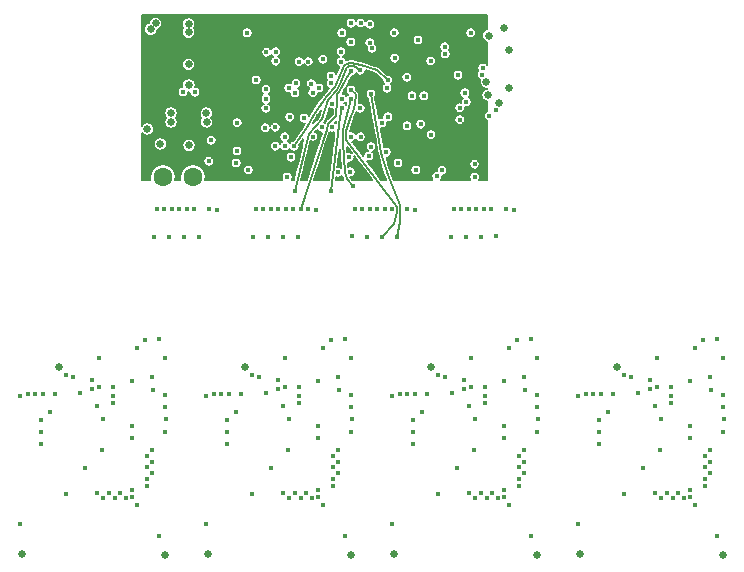
<source format=gbr>
G04 (created by PCBNEW-RS274X (2010-03-14)-final) date Thu 13 Oct 2011 08:56:15 PM EDT*
G01*
G70*
G90*
%MOIN*%
G04 Gerber Fmt 3.4, Leading zero omitted, Abs format*
%FSLAX34Y34*%
G04 APERTURE LIST*
%ADD10C,0.001000*%
%ADD11C,0.063000*%
%ADD12C,0.016000*%
%ADD13C,0.025000*%
%ADD14C,0.005000*%
G04 APERTURE END LIST*
G54D10*
G54D11*
X22300Y10700D03*
X23300Y10700D03*
G54D12*
X28886Y14237D03*
X26704Y10232D03*
X28571Y13285D03*
X28631Y10376D03*
X28267Y12986D03*
X27918Y10219D03*
X29753Y11510D03*
X28882Y12974D03*
X30808Y15255D03*
X29799Y12695D03*
X32947Y14098D03*
X26682Y11714D03*
X29798Y13912D03*
X32969Y14311D03*
X28892Y12030D03*
X29774Y13645D03*
X28581Y12033D03*
X30142Y11150D03*
X29239Y11699D03*
X24748Y11152D03*
X26361Y12024D03*
X23504Y08685D03*
X26798Y08678D03*
X30098Y08697D03*
X33400Y08704D03*
X29242Y13447D03*
X29601Y12491D03*
X32142Y14080D03*
X28892Y15821D03*
X29272Y14970D03*
X28573Y15811D03*
X28569Y15187D03*
X29200Y15169D03*
X31230Y14556D03*
X20106Y00144D03*
X20303Y-00018D03*
X20495Y00138D03*
X20692Y-00014D03*
X20882Y00146D03*
X21083Y-00014D03*
X21431Y-00243D03*
X21291Y00018D03*
X21291Y00239D03*
X21786Y00397D03*
X21783Y00609D03*
X27983Y00609D03*
X21928Y00814D03*
X21785Y01007D03*
X21928Y01200D03*
X21783Y01397D03*
X21932Y01588D03*
X19059Y04076D03*
X20637Y03386D03*
X21933Y04016D03*
X21453Y04989D03*
G54D13*
X18858Y04355D03*
G54D12*
X19308Y04007D03*
X20296Y02623D03*
X18302Y03446D03*
X20097Y03067D03*
X17798Y03451D03*
X28571Y14226D03*
X26899Y09608D03*
X26306Y00144D03*
X26503Y-00018D03*
X26695Y00138D03*
X26892Y-00014D03*
X27082Y00146D03*
X27283Y-00014D03*
X27631Y-00243D03*
X27491Y00018D03*
X27491Y00239D03*
X27986Y00397D03*
X28128Y00814D03*
X27985Y01007D03*
X28128Y01200D03*
X27983Y01397D03*
X28132Y01588D03*
X25259Y04076D03*
X27653Y04989D03*
X28133Y04016D03*
X26837Y03386D03*
G54D13*
X25058Y04355D03*
G54D12*
X25508Y04007D03*
X26368Y04643D03*
X32568Y04643D03*
X24502Y03446D03*
X26496Y02623D03*
X23998Y03451D03*
X26297Y03067D03*
X22997Y08688D03*
X26299Y08685D03*
X29595Y08694D03*
X32900Y08700D03*
X28576Y13583D03*
X32506Y00144D03*
X32703Y-00018D03*
X32895Y00138D03*
X33092Y-00014D03*
X33282Y00146D03*
X33483Y-00014D03*
X33831Y-00243D03*
X33691Y00018D03*
X33691Y00239D03*
X34186Y00397D03*
X34183Y00609D03*
X34328Y00814D03*
X34185Y01007D03*
X34328Y01200D03*
X34183Y01397D03*
X34332Y01588D03*
X31459Y04076D03*
X33853Y04989D03*
X34333Y04016D03*
X33037Y03386D03*
G54D13*
X31258Y04355D03*
G54D12*
X31708Y04007D03*
X30702Y03446D03*
X32696Y02623D03*
X30198Y03451D03*
X32497Y03067D03*
X38706Y00144D03*
X38903Y-00018D03*
X39095Y00138D03*
X39292Y-00014D03*
X39482Y00146D03*
X39683Y-00014D03*
X40031Y-00243D03*
X39891Y00018D03*
X39891Y00239D03*
X40386Y00397D03*
X40383Y00609D03*
X40528Y00814D03*
X40385Y01007D03*
X40528Y01200D03*
X40383Y01397D03*
X40532Y01588D03*
X28145Y10841D03*
X22497Y08682D03*
X25802Y08688D03*
X29104Y08697D03*
X32403Y08700D03*
X22003Y08679D03*
X25308Y08685D03*
X28595Y08708D03*
X31900Y08697D03*
X28555Y10863D03*
X37659Y04076D03*
X40053Y04989D03*
X40533Y04016D03*
X39237Y03386D03*
G54D13*
X37458Y04355D03*
G54D12*
X37908Y04007D03*
X38768Y04643D03*
X20168Y04643D03*
X36902Y03446D03*
X38896Y02623D03*
X36398Y03451D03*
X38697Y03067D03*
X21276Y02380D03*
X21276Y01985D03*
X22391Y02194D03*
X22403Y02607D03*
X22391Y03008D03*
X19551Y03502D03*
X18707Y03465D03*
X21269Y03875D03*
X20648Y03166D03*
X20637Y03696D03*
X20172Y03696D03*
X22379Y03429D03*
X21987Y03594D03*
X22160Y05275D03*
X22387Y04651D03*
X18240Y01791D03*
X18243Y02191D03*
X18245Y02576D03*
X18545Y02845D03*
X18052Y03449D03*
X20276Y01575D03*
X19705Y00999D03*
G54D13*
X22367Y-01901D03*
X17599Y-01896D03*
G54D12*
X23103Y09610D03*
X23845Y09611D03*
X22358Y09614D03*
X25658Y09614D03*
X27145Y09611D03*
X26403Y09610D03*
G54D13*
X23799Y-01896D03*
X28567Y-01901D03*
G54D12*
X25905Y00999D03*
X26476Y01575D03*
X24252Y03449D03*
X24745Y02845D03*
X24445Y02576D03*
X24443Y02191D03*
X24440Y01791D03*
X28587Y04651D03*
X28360Y05275D03*
X28187Y03594D03*
X28579Y03429D03*
X26372Y03696D03*
X26837Y03696D03*
X26848Y03166D03*
X27469Y03875D03*
X24907Y03465D03*
X25751Y03502D03*
X28591Y03008D03*
X28603Y02607D03*
X28591Y02194D03*
X27476Y01985D03*
X27476Y02380D03*
X28958Y09614D03*
X30445Y09611D03*
X29703Y09610D03*
G54D13*
X29999Y-01896D03*
X34767Y-01901D03*
G54D12*
X32105Y00999D03*
X32676Y01575D03*
X30452Y03449D03*
X30945Y02845D03*
X30645Y02576D03*
X30643Y02191D03*
X30640Y01791D03*
X34787Y04651D03*
X34560Y05275D03*
X34387Y03594D03*
X34779Y03429D03*
X32572Y03696D03*
X33037Y03696D03*
X33048Y03166D03*
X33669Y03875D03*
X31107Y03465D03*
X31951Y03502D03*
X34791Y03008D03*
X34803Y02607D03*
X34791Y02194D03*
X33676Y01985D03*
X33676Y02380D03*
X32258Y09614D03*
X33745Y09611D03*
X33003Y09610D03*
G54D13*
X36199Y-01896D03*
X40967Y-01901D03*
G54D12*
X38305Y00999D03*
X38876Y01575D03*
X36652Y03449D03*
X37145Y02845D03*
X36845Y02576D03*
X36843Y02191D03*
X36840Y01791D03*
X40987Y04651D03*
X40760Y05275D03*
X40587Y03594D03*
X40979Y03429D03*
X38772Y03696D03*
X39237Y03696D03*
X39248Y03166D03*
X39869Y03875D03*
X37307Y03465D03*
X38151Y03502D03*
X40991Y03008D03*
X41003Y02607D03*
X40991Y02194D03*
X39876Y01985D03*
X39876Y02380D03*
X30736Y10922D03*
X26056Y12342D03*
X26056Y11714D03*
X26577Y11349D03*
X27948Y12339D03*
X27940Y13126D03*
X27918Y13804D03*
X28244Y14533D03*
X27635Y14605D03*
X26843Y14532D03*
X26061Y14858D03*
X26064Y14547D03*
X25743Y13294D03*
X25739Y13605D03*
X28239Y14867D03*
X30607Y13394D03*
X31001Y13390D03*
X30434Y14009D03*
X32197Y12601D03*
X32193Y12999D03*
X32422Y13194D03*
X33189Y12719D03*
X33395Y12908D03*
X32692Y11104D03*
X32698Y10687D03*
X31606Y10904D03*
X31428Y10704D03*
X28512Y11337D03*
G54D13*
X33836Y14906D03*
X33088Y13864D03*
X33509Y13157D03*
X23759Y12516D03*
X23754Y12815D03*
X22571Y12818D03*
X22573Y12516D03*
X23165Y13751D03*
X23162Y14438D03*
X23162Y15793D03*
X23162Y15508D03*
G54D12*
X26447Y10680D03*
X25153Y10919D03*
X26497Y13652D03*
X27500Y13655D03*
X27297Y13501D03*
X26703Y13496D03*
X26736Y13808D03*
X27255Y13803D03*
X30439Y12392D03*
X30897Y12444D03*
G54D13*
X33164Y15399D03*
G54D12*
X23918Y11906D03*
X23827Y11205D03*
X24778Y11554D03*
X31716Y14796D03*
X31242Y12098D03*
X25115Y15495D03*
X27011Y12643D03*
G54D13*
X22220Y11785D03*
X21788Y12282D03*
G54D12*
X24779Y12501D03*
X31694Y15030D03*
X22097Y09617D03*
X22596Y09609D03*
X23352Y09610D03*
X22845Y09607D03*
X17558Y-00879D03*
X19061Y00117D03*
X25261Y00117D03*
X22174Y-01268D03*
X28697Y09617D03*
X29196Y09609D03*
X29952Y09610D03*
X29445Y09607D03*
X29958Y-00879D03*
X31461Y00117D03*
X34574Y-01268D03*
X31997Y09617D03*
X32496Y09609D03*
X33252Y09610D03*
X32745Y09607D03*
X36158Y-00879D03*
X37661Y00117D03*
X40774Y-01268D03*
X25397Y09617D03*
X25896Y09609D03*
X26652Y09610D03*
X26145Y09607D03*
X23758Y-00879D03*
X28374Y-01268D03*
X27475Y12705D03*
X27926Y12823D03*
X27951Y14557D03*
X26533Y14532D03*
X26071Y14073D03*
X26063Y12818D03*
G54D13*
X24241Y15810D03*
X24534Y15810D03*
G54D12*
X26374Y11722D03*
X27157Y14536D03*
X27914Y14054D03*
X26527Y12681D03*
X25719Y12324D03*
X25735Y12972D03*
X30027Y14649D03*
X32562Y15492D03*
X29167Y11388D03*
X25758Y14839D03*
X28267Y15490D03*
X29210Y15775D03*
X27303Y12036D03*
X27618Y12338D03*
X25416Y13921D03*
X32370Y13490D03*
X30020Y15500D03*
G54D13*
X22062Y15805D03*
X21900Y15611D03*
G54D12*
X28271Y13291D03*
X22973Y13520D03*
X23368Y13516D03*
G54D13*
X23175Y11739D03*
G54D12*
X21714Y05251D03*
X19935Y03612D03*
X19939Y03911D03*
X17546Y03370D03*
X24099Y09594D03*
X27399Y09594D03*
X23746Y03370D03*
X26139Y03911D03*
X26135Y03612D03*
X27914Y05251D03*
X30699Y09594D03*
X29946Y03370D03*
X32339Y03911D03*
X32335Y03612D03*
X34114Y05251D03*
X33999Y09594D03*
X36146Y03370D03*
X38539Y03911D03*
X38535Y03612D03*
X40314Y05251D03*
G54D13*
X33149Y13414D03*
X33849Y13644D03*
X33670Y15640D03*
G54D14*
X28886Y14237D02*
X28664Y14371D01*
X28664Y14371D02*
X28555Y14389D01*
X28555Y14389D02*
X28434Y14341D01*
X28434Y14341D02*
X28354Y14123D01*
X28354Y14123D02*
X28254Y13858D01*
X28254Y13858D02*
X28112Y13595D01*
X28112Y13595D02*
X27810Y13245D01*
X27810Y13245D02*
X27614Y12615D01*
X27614Y12615D02*
X27160Y12123D01*
X26704Y10232D02*
X27160Y12123D01*
X28318Y12264D02*
X28571Y13285D01*
X28318Y12264D02*
X28305Y11864D01*
X28366Y10857D02*
X28305Y11864D01*
X28631Y10376D02*
X28437Y10625D01*
X28437Y10625D02*
X28366Y10857D01*
X28267Y12986D02*
X28212Y12682D01*
X28212Y12682D02*
X28000Y11032D01*
X27918Y10219D02*
X28000Y11032D01*
X26682Y11714D02*
X27088Y12286D01*
X27088Y12286D02*
X27361Y12824D01*
X27361Y12824D02*
X27784Y13390D01*
X27784Y13390D02*
X28035Y13680D01*
X28035Y13680D02*
X28329Y14402D01*
X28329Y14402D02*
X28402Y14461D01*
X28402Y14461D02*
X28566Y14500D01*
X28566Y14500D02*
X28897Y14425D01*
X28897Y14425D02*
X29447Y14240D01*
X29798Y13912D02*
X29447Y14240D01*
X29242Y13447D02*
X29589Y11481D01*
X29589Y11481D02*
X29800Y10762D01*
X29800Y10762D02*
X30210Y09762D01*
X30210Y09762D02*
X30221Y09507D01*
X30221Y09507D02*
X30214Y09188D01*
X30214Y09188D02*
X30098Y08697D01*
X28571Y14226D02*
X28414Y13945D01*
X28414Y13945D02*
X28191Y13525D01*
X28115Y13262D02*
X28073Y12712D01*
X28073Y12712D02*
X27808Y12458D01*
X27808Y12458D02*
X27760Y12259D01*
X26899Y09608D02*
X27760Y12259D01*
X28191Y13525D02*
X28115Y13444D01*
X28115Y13444D02*
X28115Y13262D01*
X28576Y13583D02*
X28732Y13443D01*
X28732Y13443D02*
X28724Y13116D01*
X28724Y13116D02*
X28627Y12862D01*
X28627Y12862D02*
X28571Y12712D01*
X28571Y12712D02*
X28424Y12210D01*
X28424Y12210D02*
X28424Y11918D01*
X30019Y09829D02*
X28424Y11918D01*
X30019Y09829D02*
X30112Y09691D01*
X30112Y09691D02*
X30112Y09514D01*
X30112Y09514D02*
X29996Y09131D01*
X29996Y09131D02*
X29595Y08694D01*
G54D10*
G36*
X32864Y10756D02*
X33100Y10838D01*
X32878Y10687D01*
X32864Y10756D01*
X32864Y10756D01*
G37*
G54D14*
X32864Y10756D02*
X33100Y10838D01*
X32878Y10687D01*
X32864Y10756D01*
G54D10*
G36*
X32797Y12319D02*
X33100Y12319D01*
X33100Y11631D01*
X32797Y12319D01*
X32797Y12319D01*
G37*
G54D14*
X32797Y12319D02*
X33100Y12319D01*
X33100Y11631D01*
X32797Y12319D01*
G54D10*
G36*
X32797Y10944D02*
X32761Y10938D01*
X32819Y10977D01*
X32797Y10944D01*
X32797Y10944D01*
G37*
G54D14*
X32797Y10944D02*
X32761Y10938D01*
X32819Y10977D01*
X32797Y10944D01*
G54D10*
G36*
X32192Y11631D02*
X32192Y12319D01*
X32797Y12319D01*
X32192Y11631D01*
X32192Y11631D01*
G37*
G54D14*
X32192Y11631D02*
X32192Y12319D01*
X32797Y12319D01*
X32192Y11631D01*
G54D10*
G36*
X32842Y14438D02*
X32797Y15069D01*
X32900Y14477D01*
X32842Y14438D01*
X32842Y14438D01*
G37*
G54D14*
X32842Y14438D02*
X32797Y15069D01*
X32900Y14477D01*
X32842Y14438D01*
G54D10*
G36*
X32192Y14381D02*
X32192Y15069D01*
X32842Y14438D01*
X32192Y14381D01*
X32192Y14381D01*
G37*
G54D14*
X32192Y14381D02*
X32192Y15069D01*
X32842Y14438D01*
X32192Y14381D01*
G54D10*
G36*
X32192Y15069D02*
X32562Y15312D01*
X32797Y15069D01*
X32192Y15069D01*
X32192Y15069D01*
G37*
G54D14*
X32192Y15069D02*
X32562Y15312D01*
X32797Y15069D01*
X32192Y15069D01*
G54D10*
G36*
X32797Y15756D02*
X32562Y15672D01*
X32797Y16100D01*
X32797Y15756D01*
X32797Y15756D01*
G37*
G54D14*
X32797Y15756D02*
X32562Y15672D01*
X32797Y16100D01*
X32797Y15756D01*
G54D10*
G36*
X32797Y12319D02*
X32797Y11631D01*
X32192Y11631D01*
X32797Y12319D01*
X32797Y12319D01*
G37*
G54D14*
X32797Y12319D02*
X32797Y11631D01*
X32192Y11631D01*
X32797Y12319D01*
G54D10*
G36*
X31587Y11631D02*
X31587Y12319D01*
X32192Y12319D01*
X31587Y11631D01*
X31587Y11631D01*
G37*
G54D14*
X31587Y11631D02*
X31587Y12319D01*
X32192Y12319D01*
X31587Y11631D01*
G54D10*
G36*
X32789Y14311D02*
X32269Y14207D01*
X32797Y14381D01*
X32789Y14311D01*
X32789Y14311D01*
G37*
G54D14*
X32789Y14311D02*
X32269Y14207D01*
X32797Y14381D01*
X32789Y14311D01*
G54D10*
G36*
X32797Y15069D02*
X32842Y14438D01*
X32192Y15069D01*
X32797Y15069D01*
X32797Y15069D01*
G37*
G54D14*
X32797Y15069D02*
X32842Y14438D01*
X32192Y15069D01*
X32797Y15069D01*
G54D10*
G36*
X32192Y15756D02*
X31587Y15756D01*
X32192Y16100D01*
X32192Y15756D01*
X32192Y15756D01*
G37*
G54D14*
X32192Y15756D02*
X31587Y15756D01*
X32192Y16100D01*
X32192Y15756D01*
G54D10*
G36*
X32192Y12319D02*
X32192Y11631D01*
X31587Y11631D01*
X32192Y12319D01*
X32192Y12319D01*
G37*
G54D14*
X32192Y12319D02*
X32192Y11631D01*
X31587Y11631D01*
X32192Y12319D01*
G54D10*
G36*
X32192Y11631D02*
X31675Y11070D01*
X31587Y11631D01*
X32192Y11631D01*
X32192Y11631D01*
G37*
G54D14*
X32192Y11631D02*
X31675Y11070D01*
X31587Y11631D01*
X32192Y11631D01*
G54D10*
G36*
X30982Y13006D02*
X30676Y13228D01*
X30932Y13224D01*
X30982Y13006D01*
X30982Y13006D01*
G37*
G54D14*
X30982Y13006D02*
X30676Y13228D01*
X30932Y13224D01*
X30982Y13006D01*
G54D10*
G36*
X30982Y13694D02*
X31230Y14376D01*
X31587Y13694D01*
X30982Y13694D01*
X30982Y13694D01*
G37*
G54D14*
X30982Y13694D02*
X31230Y14376D01*
X31587Y13694D01*
X30982Y13694D01*
G54D10*
G36*
X31587Y14381D02*
X31587Y13694D01*
X31299Y14390D01*
X31587Y14381D01*
X31587Y14381D01*
G37*
G54D14*
X31587Y14381D02*
X31587Y13694D01*
X31299Y14390D01*
X31587Y14381D01*
G54D10*
G36*
X31514Y15030D02*
X30982Y15069D01*
X31528Y15099D01*
X31514Y15030D01*
X31514Y15030D01*
G37*
G54D14*
X31514Y15030D02*
X30982Y15069D01*
X31528Y15099D01*
X31514Y15030D01*
G54D10*
G36*
X31587Y15756D02*
X30982Y15756D01*
X31587Y16100D01*
X31587Y15756D01*
X31587Y15756D01*
G37*
G54D14*
X31587Y15756D02*
X30982Y15756D01*
X31587Y16100D01*
X31587Y15756D01*
G54D10*
G36*
X31587Y11631D02*
X31408Y12029D01*
X31587Y12319D01*
X31587Y11631D01*
X31587Y11631D01*
G37*
G54D14*
X31587Y11631D02*
X31408Y12029D01*
X31587Y12319D01*
X31587Y11631D01*
G54D10*
G36*
X30982Y11631D02*
X30736Y11102D01*
X30376Y11631D01*
X30982Y11631D01*
X30982Y11631D01*
G37*
G54D14*
X30982Y11631D02*
X30736Y11102D01*
X30376Y11631D01*
X30982Y11631D01*
G54D10*
G36*
X31587Y13694D02*
X31587Y13006D01*
X31181Y13390D01*
X31587Y13694D01*
X31587Y13694D01*
G37*
G54D14*
X31587Y13694D02*
X31587Y13006D01*
X31181Y13390D01*
X31587Y13694D01*
G54D10*
G36*
X30376Y13006D02*
X30607Y13214D01*
X30982Y13006D01*
X30376Y13006D01*
X30376Y13006D01*
G37*
G54D14*
X30376Y13006D02*
X30607Y13214D01*
X30982Y13006D01*
X30376Y13006D01*
G54D10*
G36*
X30974Y15324D02*
X31567Y15157D01*
X30988Y15255D01*
X30974Y15324D01*
X30974Y15324D01*
G37*
G54D14*
X30974Y15324D02*
X31567Y15157D01*
X30988Y15255D01*
X30974Y15324D01*
G54D10*
G36*
X30982Y15756D02*
X30376Y15756D01*
X30982Y16100D01*
X30982Y15756D01*
X30982Y15756D01*
G37*
G54D14*
X30982Y15756D02*
X30376Y15756D01*
X30982Y16100D01*
X30982Y15756D01*
G54D10*
G36*
X30376Y11631D02*
X30508Y12226D01*
X30982Y11631D01*
X30376Y11631D01*
X30376Y11631D01*
G37*
G54D14*
X30376Y11631D02*
X30508Y12226D01*
X30982Y11631D01*
X30376Y11631D01*
G54D10*
G36*
X29962Y11150D02*
X29856Y11001D01*
X29762Y11322D01*
X29962Y11150D01*
X29962Y11150D01*
G37*
G54D14*
X29962Y11150D02*
X29856Y11001D01*
X29762Y11322D01*
X29962Y11150D01*
G54D10*
G36*
X29753Y11690D02*
X29771Y12319D01*
X29822Y11676D01*
X29753Y11690D01*
X29753Y11690D01*
G37*
G54D14*
X29753Y11690D02*
X29771Y12319D01*
X29822Y11676D01*
X29753Y11690D01*
G54D10*
G36*
X29771Y13006D02*
X29391Y13303D01*
X29705Y13479D01*
X29771Y13006D01*
X29771Y13006D01*
G37*
G54D14*
X29771Y13006D02*
X29391Y13303D01*
X29705Y13479D01*
X29771Y13006D01*
G54D10*
G36*
X30982Y14381D02*
X30982Y13694D01*
X30614Y14009D01*
X30982Y14381D01*
X30982Y14381D01*
G37*
G54D14*
X30982Y14381D02*
X30982Y13694D01*
X30614Y14009D01*
X30982Y14381D01*
G54D10*
G36*
X30186Y15431D02*
X30628Y15255D01*
X30376Y15069D01*
X30186Y15431D01*
X30186Y15431D01*
G37*
G54D14*
X30186Y15431D02*
X30628Y15255D01*
X30376Y15069D01*
X30186Y15431D01*
G54D10*
G36*
X30376Y15069D02*
X30096Y14815D01*
X30089Y15334D01*
X30376Y15069D01*
X30376Y15069D01*
G37*
G54D14*
X30376Y15069D02*
X30096Y14815D01*
X30089Y15334D01*
X30376Y15069D01*
G54D10*
G36*
X30376Y15756D02*
X30089Y15666D01*
X30376Y16100D01*
X30376Y15756D01*
X30376Y15756D01*
G37*
G54D14*
X30376Y15756D02*
X30089Y15666D01*
X30376Y16100D01*
X30376Y15756D01*
G54D10*
G36*
X30376Y13006D02*
X29926Y12822D01*
X29771Y13006D01*
X30376Y13006D01*
X30376Y13006D01*
G37*
G54D14*
X30376Y13006D02*
X29926Y12822D01*
X29771Y13006D01*
X30376Y13006D01*
G54D10*
G36*
X29391Y13303D02*
X29771Y13006D01*
X29462Y12898D01*
X29391Y13303D01*
X29391Y13303D01*
G37*
G54D14*
X29391Y13303D02*
X29771Y13006D01*
X29462Y12898D01*
X29391Y13303D01*
G54D10*
G36*
X29771Y14381D02*
X29958Y14483D01*
X29867Y14078D01*
X29771Y14381D01*
X29771Y14381D01*
G37*
G54D14*
X29771Y14381D02*
X29958Y14483D01*
X29867Y14078D01*
X29771Y14381D01*
G54D10*
G36*
X29013Y14110D02*
X29238Y14182D01*
X29166Y13694D01*
X29013Y14110D01*
X29013Y14110D01*
G37*
G54D14*
X29013Y14110D02*
X29238Y14182D01*
X29166Y13694D01*
X29013Y14110D01*
G54D10*
G36*
X29771Y15069D02*
X30020Y15320D01*
X30027Y14829D01*
X29771Y15069D01*
X29771Y15069D01*
G37*
G54D14*
X29771Y15069D02*
X30020Y15320D01*
X30027Y14829D01*
X29771Y15069D01*
G54D10*
G36*
X29308Y11533D02*
X29333Y11457D01*
X29294Y11515D01*
X29308Y11533D01*
X29308Y11533D01*
G37*
G54D14*
X29308Y11533D02*
X29333Y11457D01*
X29294Y11515D01*
X29308Y11533D01*
G54D10*
G36*
X29112Y11826D02*
X29073Y11768D01*
X29019Y11903D01*
X29112Y11826D01*
X29112Y11826D01*
G37*
G54D14*
X29112Y11826D02*
X29073Y11768D01*
X29019Y11903D01*
X29112Y11826D01*
G54D10*
G36*
X29048Y13043D02*
X29009Y13101D01*
X29185Y13072D01*
X29048Y13043D01*
X29048Y13043D01*
G37*
G54D14*
X29048Y13043D02*
X29009Y13101D01*
X29185Y13072D01*
X29048Y13043D01*
G54D10*
G36*
X27549Y12172D02*
X27592Y12135D01*
X27469Y12105D01*
X27549Y12172D01*
X27549Y12172D01*
G37*
G54D14*
X27549Y12172D02*
X27592Y12135D01*
X27469Y12105D01*
X27549Y12172D01*
G54D10*
G36*
X29166Y13006D02*
X29062Y12974D01*
X29048Y13043D01*
X29166Y13006D01*
X29166Y13006D01*
G37*
G54D14*
X29166Y13006D02*
X29062Y12974D01*
X29048Y13043D01*
X29166Y13006D01*
G54D10*
G36*
X29083Y15902D02*
X29062Y15871D01*
X29058Y15890D01*
X29083Y15902D01*
X29083Y15902D01*
G37*
G54D14*
X29083Y15902D02*
X29062Y15871D01*
X29058Y15890D01*
X29083Y15902D01*
G54D10*
G36*
X27350Y15069D02*
X27350Y15756D01*
X28087Y15490D01*
X27350Y15069D01*
X27350Y15069D01*
G37*
G54D14*
X27350Y15069D02*
X27350Y15756D01*
X28087Y15490D01*
X27350Y15069D01*
G54D10*
G36*
X26745Y10944D02*
X26577Y11169D01*
X26646Y11183D01*
X26745Y10944D01*
X26745Y10944D01*
G37*
G54D14*
X26745Y10944D02*
X26577Y11169D01*
X26646Y11183D01*
X26745Y10944D01*
G54D10*
G36*
X27955Y15756D02*
X28087Y15490D01*
X27350Y15756D01*
X27955Y15756D01*
X27955Y15756D01*
G37*
G54D14*
X27955Y15756D02*
X28087Y15490D01*
X27350Y15756D01*
X27955Y15756D01*
G54D10*
G36*
X27350Y15069D02*
X26745Y15069D01*
X27350Y15756D01*
X27350Y15069D01*
X27350Y15069D01*
G37*
G54D14*
X27350Y15069D02*
X26745Y15069D01*
X27350Y15756D01*
X27350Y15069D01*
G54D10*
G36*
X26745Y15756D02*
X26745Y16100D01*
X27350Y15756D01*
X26745Y15756D01*
X26745Y15756D01*
G37*
G54D14*
X26745Y15756D02*
X26745Y16100D01*
X27350Y15756D01*
X26745Y15756D01*
G54D10*
G36*
X26646Y11183D02*
X26797Y11135D01*
X26745Y10944D01*
X26646Y11183D01*
X26646Y11183D01*
G37*
G54D14*
X26646Y11183D02*
X26797Y11135D01*
X26745Y10944D01*
X26646Y11183D01*
G54D10*
G36*
X25923Y13294D02*
X26370Y13525D01*
X26139Y13006D01*
X25923Y13294D01*
X25923Y13294D01*
G37*
G54D14*
X25923Y13294D02*
X26370Y13525D01*
X26139Y13006D01*
X25923Y13294D01*
G54D10*
G36*
X26191Y14420D02*
X26716Y14405D01*
X26609Y13935D01*
X26191Y14420D01*
X26191Y14420D01*
G37*
G54D14*
X26191Y14420D02*
X26716Y14405D01*
X26609Y13935D01*
X26191Y14420D01*
G54D10*
G36*
X27350Y15756D02*
X26745Y15069D01*
X26745Y15756D01*
X27350Y15756D01*
X27350Y15756D01*
G37*
G54D14*
X27350Y15756D02*
X26745Y15069D01*
X26745Y15756D01*
X27350Y15756D01*
G54D10*
G36*
X26745Y15069D02*
X26139Y15069D01*
X26745Y15756D01*
X26745Y15069D01*
X26745Y15069D01*
G37*
G54D14*
X26745Y15069D02*
X26139Y15069D01*
X26745Y15756D01*
X26745Y15069D01*
G54D10*
G36*
X26139Y15756D02*
X26139Y16100D01*
X26745Y15756D01*
X26139Y15756D01*
X26139Y15756D01*
G37*
G54D14*
X26139Y15756D02*
X26139Y16100D01*
X26745Y15756D01*
X26139Y15756D01*
G54D10*
G36*
X26397Y11349D02*
X26411Y11280D01*
X26056Y11534D01*
X26397Y11349D01*
X26397Y11349D01*
G37*
G54D14*
X26397Y11349D02*
X26411Y11280D01*
X26056Y11534D01*
X26397Y11349D01*
G54D10*
G36*
X26267Y10680D02*
X26243Y10600D01*
X26139Y10944D01*
X26267Y10680D01*
X26267Y10680D01*
G37*
G54D14*
X26267Y10680D02*
X26243Y10600D01*
X26139Y10944D01*
X26267Y10680D01*
G54D10*
G36*
X26139Y13006D02*
X26056Y12522D01*
X25901Y12903D01*
X26139Y13006D01*
X26139Y13006D01*
G37*
G54D14*
X26139Y13006D02*
X26056Y12522D01*
X25901Y12903D01*
X26139Y13006D01*
G54D10*
G36*
X26745Y15756D02*
X26139Y15069D01*
X26139Y15756D01*
X26745Y15756D01*
X26745Y15756D01*
G37*
G54D14*
X26745Y15756D02*
X26139Y15069D01*
X26139Y15756D01*
X26745Y15756D01*
G54D10*
G36*
X26139Y15069D02*
X26188Y14985D01*
X26130Y15024D01*
X26139Y15069D01*
X26139Y15069D01*
G37*
G54D14*
X26139Y15069D02*
X26188Y14985D01*
X26130Y15024D01*
X26139Y15069D01*
G54D10*
G36*
X25534Y15756D02*
X25534Y16100D01*
X26139Y15756D01*
X25534Y15756D01*
X25534Y15756D01*
G37*
G54D14*
X25534Y15756D02*
X25534Y16100D01*
X26139Y15756D01*
X25534Y15756D01*
G54D10*
G36*
X24945Y12570D02*
X25553Y12393D01*
X24959Y12501D01*
X24945Y12570D01*
X24945Y12570D01*
G37*
G54D14*
X24945Y12570D02*
X25553Y12393D01*
X24959Y12501D01*
X24945Y12570D01*
G54D10*
G36*
X25534Y10944D02*
X25280Y11046D01*
X25534Y11631D01*
X25534Y10944D01*
X25534Y10944D01*
G37*
G54D14*
X25534Y10944D02*
X25280Y11046D01*
X25534Y11631D01*
X25534Y10944D01*
G54D10*
G36*
X25534Y12319D02*
X25553Y12255D01*
X24929Y12319D01*
X25534Y12319D01*
X25534Y12319D01*
G37*
G54D14*
X25534Y12319D02*
X25553Y12255D01*
X24929Y12319D01*
X25534Y12319D01*
G54D10*
G36*
X26370Y13779D02*
X26064Y14367D01*
X26139Y14381D01*
X26370Y13779D01*
X26370Y13779D01*
G37*
G54D14*
X26370Y13779D02*
X26064Y14367D01*
X26139Y14381D01*
X26370Y13779D01*
G54D10*
G36*
X25992Y15024D02*
X25758Y15019D01*
X26139Y15756D01*
X25992Y15024D01*
X25992Y15024D01*
G37*
G54D14*
X25992Y15024D02*
X25758Y15019D01*
X26139Y15756D01*
X25992Y15024D01*
G54D10*
G36*
X25184Y15661D02*
X25347Y16100D01*
X25534Y15756D01*
X25184Y15661D01*
X25184Y15661D01*
G37*
G54D14*
X25184Y15661D02*
X25347Y16100D01*
X25534Y15756D01*
X25184Y15661D01*
G54D10*
G36*
X24582Y11221D02*
X24568Y11152D01*
X24007Y11205D01*
X24582Y11221D01*
X24582Y11221D01*
G37*
G54D14*
X24582Y11221D02*
X24568Y11152D01*
X24007Y11205D01*
X24582Y11221D01*
G54D10*
G36*
X24929Y12319D02*
X24945Y12432D01*
X25534Y12319D01*
X24929Y12319D01*
X24929Y12319D01*
G37*
G54D14*
X24929Y12319D02*
X24945Y12432D01*
X25534Y12319D01*
X24929Y12319D01*
G54D10*
G36*
X24324Y12319D02*
X23969Y12603D01*
X24613Y12570D01*
X24324Y12319D01*
X24324Y12319D01*
G37*
G54D14*
X24324Y12319D02*
X23969Y12603D01*
X24613Y12570D01*
X24324Y12319D01*
G54D10*
G36*
X24929Y14381D02*
X25250Y13990D01*
X24929Y13694D01*
X24929Y14381D01*
X24929Y14381D01*
G37*
G54D14*
X24929Y14381D02*
X25250Y13990D01*
X24929Y13694D01*
X24929Y14381D01*
G54D10*
G36*
X24929Y13006D02*
X24324Y13006D01*
X24929Y13694D01*
X24929Y13006D01*
X24929Y13006D01*
G37*
G54D14*
X24929Y13006D02*
X24324Y13006D01*
X24929Y13694D01*
X24929Y13006D01*
G54D10*
G36*
X24929Y13694D02*
X24324Y13694D01*
X24929Y14381D01*
X24929Y13694D01*
X24929Y13694D01*
G37*
G54D14*
X24929Y13694D02*
X24324Y13694D01*
X24929Y14381D01*
X24929Y13694D01*
G54D10*
G36*
X25534Y15069D02*
X25758Y15019D01*
X25689Y15005D01*
X25534Y15069D01*
X25534Y15069D01*
G37*
G54D14*
X25534Y15069D02*
X25758Y15019D01*
X25689Y15005D01*
X25534Y15069D01*
G54D10*
G36*
X24929Y14381D02*
X24324Y14381D01*
X24929Y15069D01*
X24929Y14381D01*
X24929Y14381D01*
G37*
G54D14*
X24929Y14381D02*
X24324Y14381D01*
X24929Y15069D01*
X24929Y14381D01*
G54D10*
G36*
X25534Y15756D02*
X25534Y15069D01*
X25295Y15495D01*
X25534Y15756D01*
X25534Y15756D01*
G37*
G54D14*
X25534Y15756D02*
X25534Y15069D01*
X25295Y15495D01*
X25534Y15756D01*
G54D10*
G36*
X24324Y15756D02*
X24324Y16100D01*
X24929Y15756D01*
X24324Y15756D01*
X24324Y15756D01*
G37*
G54D14*
X24324Y15756D02*
X24324Y16100D01*
X24929Y15756D01*
X24324Y15756D01*
G54D10*
G36*
X23987Y12516D02*
X23969Y12603D01*
X24324Y12319D01*
X23987Y12516D01*
X23987Y12516D01*
G37*
G54D14*
X23987Y12516D02*
X23969Y12603D01*
X24324Y12319D01*
X23987Y12516D01*
G54D10*
G36*
X24929Y10944D02*
X24987Y10988D01*
X24973Y10919D01*
X24929Y10944D01*
X24929Y10944D01*
G37*
G54D14*
X24929Y10944D02*
X24987Y10988D01*
X24973Y10919D01*
X24929Y10944D01*
G54D10*
G36*
X24929Y13694D02*
X24324Y13006D01*
X24324Y13694D01*
X24929Y13694D01*
X24929Y13694D01*
G37*
G54D14*
X24929Y13694D02*
X24324Y13006D01*
X24324Y13694D01*
X24929Y13694D01*
G54D10*
G36*
X24324Y13006D02*
X23981Y12815D01*
X23964Y12902D01*
X24324Y13006D01*
X24324Y13006D01*
G37*
G54D14*
X24324Y13006D02*
X23981Y12815D01*
X23964Y12902D01*
X24324Y13006D01*
G54D10*
G36*
X24929Y14381D02*
X24324Y13694D01*
X24324Y14381D01*
X24929Y14381D01*
X24929Y14381D01*
G37*
G54D14*
X24929Y14381D02*
X24324Y13694D01*
X24324Y14381D01*
X24929Y14381D01*
G54D10*
G36*
X24324Y13694D02*
X23718Y13694D01*
X24324Y14381D01*
X24324Y13694D01*
X24324Y13694D01*
G37*
G54D14*
X24324Y13694D02*
X23718Y13694D01*
X24324Y14381D01*
X24324Y13694D01*
G54D10*
G36*
X24929Y15069D02*
X24324Y14381D01*
X24324Y15069D01*
X24929Y15069D01*
X24929Y15069D01*
G37*
G54D14*
X24929Y15069D02*
X24324Y14381D01*
X24324Y15069D01*
X24929Y15069D01*
G54D10*
G36*
X24324Y14381D02*
X23718Y14381D01*
X24324Y15069D01*
X24324Y14381D01*
X24324Y14381D01*
G37*
G54D14*
X24324Y14381D02*
X23718Y14381D01*
X24324Y15069D01*
X24324Y14381D01*
G54D10*
G36*
X24324Y15069D02*
X23718Y15069D01*
X24324Y15756D01*
X24324Y15069D01*
X24324Y15069D01*
G37*
G54D14*
X24324Y15069D02*
X23718Y15069D01*
X24324Y15756D01*
X24324Y15069D01*
G54D10*
G36*
X23718Y15756D02*
X24021Y16100D01*
X24324Y15756D01*
X23718Y15756D01*
X23718Y15756D01*
G37*
G54D14*
X23718Y15756D02*
X24021Y16100D01*
X24324Y15756D01*
X23718Y15756D01*
G54D10*
G36*
X24007Y11205D02*
X23993Y11274D01*
X24582Y11221D01*
X24007Y11205D01*
X24007Y11205D01*
G37*
G54D14*
X24007Y11205D02*
X23993Y11274D01*
X24582Y11221D01*
X24007Y11205D01*
G54D10*
G36*
X24324Y12319D02*
X24651Y11681D01*
X24098Y11906D01*
X24324Y12319D01*
X24324Y12319D01*
G37*
G54D14*
X24324Y12319D02*
X24651Y11681D01*
X24098Y11906D01*
X24324Y12319D01*
G54D10*
G36*
X24324Y13694D02*
X23841Y13025D01*
X23718Y13694D01*
X24324Y13694D01*
X24324Y13694D01*
G37*
G54D14*
X24324Y13694D02*
X23841Y13025D01*
X23718Y13694D01*
X24324Y13694D01*
G54D10*
G36*
X24324Y14381D02*
X23718Y13694D01*
X23718Y14381D01*
X24324Y14381D01*
X24324Y14381D01*
G37*
G54D14*
X24324Y14381D02*
X23718Y13694D01*
X23718Y14381D01*
X24324Y14381D01*
G54D10*
G36*
X23718Y13694D02*
X23495Y13643D01*
X23393Y13751D01*
X23718Y13694D01*
X23718Y13694D01*
G37*
G54D14*
X23718Y13694D02*
X23495Y13643D01*
X23393Y13751D01*
X23718Y13694D01*
G54D10*
G36*
X24324Y15069D02*
X23718Y14381D01*
X23718Y15069D01*
X24324Y15069D01*
X24324Y15069D01*
G37*
G54D14*
X24324Y15069D02*
X23718Y14381D01*
X23718Y15069D01*
X24324Y15069D01*
G54D10*
G36*
X23326Y13912D02*
X23323Y14277D01*
X23718Y14381D01*
X23326Y13912D01*
X23326Y13912D01*
G37*
G54D14*
X23326Y13912D02*
X23323Y14277D01*
X23718Y14381D01*
X23326Y13912D01*
G54D10*
G36*
X24324Y15756D02*
X23718Y15069D01*
X23718Y15756D01*
X24324Y15756D01*
X24324Y15756D01*
G37*
G54D14*
X24324Y15756D02*
X23718Y15069D01*
X23718Y15756D01*
X24324Y15756D01*
G54D10*
G36*
X23718Y15756D02*
X23718Y16100D01*
X24021Y16100D01*
X23718Y15756D01*
X23718Y15756D01*
G37*
G54D14*
X23718Y15756D02*
X23718Y16100D01*
X24021Y16100D01*
X23718Y15756D01*
G54D10*
G36*
X23088Y11529D02*
X22997Y11003D01*
X23014Y11578D01*
X23088Y11529D01*
X23088Y11529D01*
G37*
G54D14*
X23088Y11529D02*
X22997Y11003D01*
X23014Y11578D01*
X23088Y11529D01*
G54D10*
G36*
X23718Y15069D02*
X23389Y15508D01*
X23718Y15756D01*
X23718Y15069D01*
X23718Y15069D01*
G37*
G54D14*
X23718Y15069D02*
X23389Y15508D01*
X23718Y15756D01*
X23718Y15069D01*
G54D10*
G36*
X23175Y11511D02*
X23136Y11096D01*
X23088Y11529D01*
X23175Y11511D01*
X23175Y11511D01*
G37*
G54D14*
X23175Y11511D02*
X23136Y11096D01*
X23088Y11529D01*
X23175Y11511D01*
G54D10*
G36*
X22573Y12288D02*
X22660Y12306D01*
X22430Y11872D01*
X22573Y12288D01*
X22573Y12288D01*
G37*
G54D14*
X22573Y12288D02*
X22660Y12306D01*
X22430Y11872D01*
X22573Y12288D01*
G54D10*
G36*
X22508Y13694D02*
X22484Y13028D01*
X21903Y13694D01*
X22508Y13694D01*
X22508Y13694D01*
G37*
G54D14*
X22508Y13694D02*
X22484Y13028D01*
X21903Y13694D01*
X22508Y13694D01*
G54D10*
G36*
X23718Y15069D02*
X23249Y14648D01*
X23113Y15069D01*
X23718Y15069D01*
X23718Y15069D01*
G37*
G54D14*
X23718Y15069D02*
X23249Y14648D01*
X23113Y15069D01*
X23718Y15069D01*
G54D10*
G36*
X21903Y13694D02*
X21903Y14381D01*
X22508Y14381D01*
X21903Y13694D01*
X21903Y13694D01*
G37*
G54D14*
X21903Y13694D02*
X21903Y14381D01*
X22508Y14381D01*
X21903Y13694D01*
G54D10*
G36*
X21903Y14381D02*
X21903Y15069D01*
X22508Y15069D01*
X21903Y14381D01*
X21903Y14381D01*
G37*
G54D14*
X21903Y14381D02*
X21903Y15069D01*
X22508Y15069D01*
X21903Y14381D01*
G54D10*
G36*
X21903Y11631D02*
X21997Y11003D01*
X21600Y11631D01*
X21903Y11631D01*
X21903Y11631D01*
G37*
G54D14*
X21903Y11631D02*
X21997Y11003D01*
X21600Y11631D01*
X21903Y11631D01*
G54D10*
G36*
X21903Y10944D02*
X21904Y10864D01*
X21600Y10944D01*
X21903Y10944D01*
X21903Y10944D01*
G37*
G54D14*
X21903Y10944D02*
X21904Y10864D01*
X21600Y10944D01*
X21903Y10944D01*
G54D10*
G36*
X22508Y14381D02*
X22508Y13694D01*
X21903Y13694D01*
X22508Y14381D01*
X22508Y14381D01*
G37*
G54D14*
X22508Y14381D02*
X22508Y13694D01*
X21903Y13694D01*
X22508Y14381D01*
G54D10*
G36*
X21903Y13006D02*
X21788Y12509D01*
X21600Y12621D01*
X21903Y13006D01*
X21903Y13006D01*
G37*
G54D14*
X21903Y13006D02*
X21788Y12509D01*
X21600Y12621D01*
X21903Y13006D01*
G54D10*
G36*
X22508Y15069D02*
X22508Y14381D01*
X21903Y14381D01*
X22508Y15069D01*
X22508Y15069D01*
G37*
G54D14*
X22508Y15069D02*
X22508Y14381D01*
X21903Y14381D01*
X22508Y15069D01*
G54D10*
G36*
X22123Y15590D02*
X22149Y15595D01*
X22110Y15524D01*
X22123Y15590D01*
X22123Y15590D01*
G37*
G54D14*
X22123Y15590D02*
X22149Y15595D01*
X22110Y15524D01*
X22123Y15590D01*
G54D10*
G36*
X21600Y10944D02*
X21600Y11631D01*
X21997Y11003D01*
X21600Y10944D01*
X21600Y10944D01*
G37*
G54D14*
X21600Y10944D02*
X21600Y11631D01*
X21997Y11003D01*
X21600Y10944D01*
G54D10*
G36*
X21903Y13694D02*
X21903Y13006D01*
X21600Y13350D01*
X21903Y13694D01*
X21903Y13694D01*
G37*
G54D14*
X21903Y13694D02*
X21903Y13006D01*
X21600Y13350D01*
X21903Y13694D01*
G54D10*
G36*
X21903Y15069D02*
X21903Y14381D01*
X21600Y14725D01*
X21903Y15069D01*
X21903Y15069D01*
G37*
G54D14*
X21903Y15069D02*
X21903Y14381D01*
X21600Y14725D01*
X21903Y15069D01*
G54D10*
G36*
X32797Y15756D02*
X32797Y16100D01*
X33100Y16100D01*
X32797Y15756D01*
X32797Y15756D01*
G37*
G54D14*
X32797Y15756D02*
X32797Y16100D01*
X33100Y16100D01*
X32797Y15756D01*
G54D10*
G36*
X22871Y10700D02*
X22891Y10600D01*
X22729Y10700D01*
X22871Y10700D01*
X22871Y10700D01*
G37*
G54D14*
X22871Y10700D02*
X22891Y10600D01*
X22729Y10700D01*
X22871Y10700D01*
G54D10*
G36*
X21904Y10864D02*
X21871Y10700D01*
X21600Y10944D01*
X21904Y10864D01*
X21904Y10864D01*
G37*
G54D14*
X21904Y10864D02*
X21871Y10700D01*
X21600Y10944D01*
X21904Y10864D01*
G54D10*
G36*
X21903Y10944D02*
X21997Y11003D01*
X21904Y10864D01*
X21903Y10944D01*
X21903Y10944D01*
G37*
G54D14*
X21903Y10944D02*
X21997Y11003D01*
X21904Y10864D01*
X21903Y10944D01*
G54D10*
G36*
X21600Y10600D02*
X21600Y10944D01*
X21871Y10700D01*
X21600Y10600D01*
X21600Y10600D01*
G37*
G54D14*
X21600Y10600D02*
X21600Y10944D01*
X21871Y10700D01*
X21600Y10600D01*
G54D10*
G36*
X21903Y10944D02*
X21600Y10944D01*
X21997Y11003D01*
X21903Y10944D01*
X21903Y10944D01*
G37*
G54D14*
X21903Y10944D02*
X21600Y10944D01*
X21997Y11003D01*
X21903Y10944D01*
G54D10*
G36*
X21997Y11003D02*
X21903Y11631D01*
X22136Y11096D01*
X21997Y11003D01*
X21997Y11003D01*
G37*
G54D14*
X21997Y11003D02*
X21903Y11631D01*
X22136Y11096D01*
X21997Y11003D01*
G54D10*
G36*
X22300Y11129D02*
X22307Y11575D01*
X22464Y11096D01*
X22300Y11129D01*
X22300Y11129D01*
G37*
G54D14*
X22300Y11129D02*
X22307Y11575D01*
X22464Y11096D01*
X22300Y11129D01*
G54D10*
G36*
X22603Y11003D02*
X22997Y11003D01*
X22904Y10864D01*
X22603Y11003D01*
X22603Y11003D01*
G37*
G54D14*
X22603Y11003D02*
X22997Y11003D01*
X22904Y10864D01*
X22603Y11003D01*
G54D10*
G36*
X24324Y10944D02*
X24621Y11025D01*
X24491Y10600D01*
X24324Y10944D01*
X24324Y10944D01*
G37*
G54D14*
X24324Y10944D02*
X24621Y11025D01*
X24491Y10600D01*
X24324Y10944D01*
G54D10*
G36*
X23729Y10700D02*
X23863Y10600D01*
X23709Y10600D01*
X23729Y10700D01*
X23729Y10700D01*
G37*
G54D14*
X23729Y10700D02*
X23863Y10600D01*
X23709Y10600D01*
X23729Y10700D01*
G54D10*
G36*
X23718Y10944D02*
X23700Y11078D01*
X23758Y11039D01*
X23718Y10944D01*
X23718Y10944D01*
G37*
G54D14*
X23718Y10944D02*
X23700Y11078D01*
X23758Y11039D01*
X23718Y10944D01*
G54D10*
G36*
X22696Y10864D02*
X22904Y10864D01*
X22729Y10700D01*
X22696Y10864D01*
X22696Y10864D01*
G37*
G54D14*
X22696Y10864D02*
X22904Y10864D01*
X22729Y10700D01*
X22696Y10864D01*
G54D10*
G36*
X22871Y10700D02*
X22729Y10700D01*
X22904Y10864D01*
X22871Y10700D01*
X22871Y10700D01*
G37*
G54D14*
X22871Y10700D02*
X22729Y10700D01*
X22904Y10864D01*
X22871Y10700D01*
G54D10*
G36*
X22696Y10864D02*
X22603Y11003D01*
X22904Y10864D01*
X22696Y10864D01*
X22696Y10864D01*
G37*
G54D14*
X22696Y10864D02*
X22603Y11003D01*
X22904Y10864D01*
X22696Y10864D01*
G54D10*
G36*
X22464Y11096D02*
X22508Y11631D01*
X22603Y11003D01*
X22464Y11096D01*
X22464Y11096D01*
G37*
G54D14*
X22464Y11096D02*
X22508Y11631D01*
X22603Y11003D01*
X22464Y11096D01*
G54D10*
G36*
X23718Y10944D02*
X23603Y11003D01*
X23700Y11078D01*
X23718Y10944D01*
X23718Y10944D01*
G37*
G54D14*
X23718Y10944D02*
X23603Y11003D01*
X23700Y11078D01*
X23718Y10944D01*
G54D10*
G36*
X23718Y10944D02*
X23696Y10864D01*
X23603Y11003D01*
X23718Y10944D01*
X23718Y10944D01*
G37*
G54D14*
X23718Y10944D02*
X23696Y10864D01*
X23603Y11003D01*
X23718Y10944D01*
G54D10*
G36*
X23300Y11129D02*
X23262Y11529D01*
X23661Y11274D01*
X23300Y11129D01*
X23300Y11129D01*
G37*
G54D14*
X23300Y11129D02*
X23262Y11529D01*
X23661Y11274D01*
X23300Y11129D01*
G54D10*
G36*
X28072Y12542D02*
X28063Y12474D01*
X28026Y12499D01*
X28072Y12542D01*
X28072Y12542D01*
G37*
G54D14*
X28072Y12542D02*
X28063Y12474D01*
X28026Y12499D01*
X28072Y12542D01*
G54D10*
G36*
X28214Y11007D02*
X28234Y11031D01*
X28236Y10992D01*
X28214Y11007D01*
X28214Y11007D01*
G37*
G54D14*
X28214Y11007D02*
X28234Y11031D01*
X28236Y10992D01*
X28214Y11007D01*
G54D10*
G36*
X27880Y11046D02*
X27879Y11044D01*
X27879Y11047D01*
X27880Y11046D01*
X27880Y11046D01*
G37*
G54D14*
X27880Y11046D02*
X27879Y11044D01*
X27879Y11047D01*
X27880Y11046D01*
G54D10*
G36*
X27879Y11044D02*
X27875Y10999D01*
X27468Y10967D01*
X27879Y11044D01*
X27879Y11044D01*
G37*
G54D14*
X27879Y11044D02*
X27875Y10999D01*
X27468Y10967D01*
X27879Y11044D01*
G54D10*
G36*
X27875Y10999D02*
X27870Y10957D01*
X27468Y10967D01*
X27875Y10999D01*
X27875Y10999D01*
G37*
G54D14*
X27875Y10999D02*
X27870Y10957D01*
X27468Y10967D01*
X27875Y10999D01*
G54D10*
G36*
X27879Y11047D02*
X27879Y11044D01*
X27468Y10967D01*
X27879Y11047D01*
X27879Y11047D01*
G37*
G54D14*
X27879Y11047D02*
X27879Y11044D01*
X27468Y10967D01*
X27879Y11047D01*
G54D10*
G36*
X28219Y11272D02*
X28148Y11231D01*
X28198Y11620D01*
X28219Y11272D01*
X28219Y11272D01*
G37*
G54D14*
X28219Y11272D02*
X28148Y11231D01*
X28198Y11620D01*
X28219Y11272D01*
G54D10*
G36*
X27724Y11754D02*
X27954Y11631D01*
X27610Y11402D01*
X27724Y11754D01*
X27724Y11754D01*
G37*
G54D14*
X27724Y11754D02*
X27954Y11631D01*
X27610Y11402D01*
X27724Y11754D01*
G54D10*
G36*
X29428Y11692D02*
X29419Y11699D01*
X29416Y11761D01*
X29428Y11692D01*
X29428Y11692D01*
G37*
G54D14*
X29428Y11692D02*
X29419Y11699D01*
X29416Y11761D01*
X29428Y11692D01*
G54D10*
G36*
X29308Y11533D02*
X29366Y11572D01*
X29333Y11457D01*
X29308Y11533D01*
X29308Y11533D01*
G37*
G54D14*
X29308Y11533D02*
X29366Y11572D01*
X29333Y11457D01*
X29308Y11533D01*
G54D10*
G36*
X29112Y11572D02*
X29098Y11554D01*
X29073Y11630D01*
X29112Y11572D01*
X29112Y11572D01*
G37*
G54D14*
X29112Y11572D02*
X29098Y11554D01*
X29073Y11630D01*
X29112Y11572D01*
G54D10*
G36*
X29040Y11515D02*
X28928Y11458D01*
X29073Y11630D01*
X29040Y11515D01*
X29040Y11515D01*
G37*
G54D14*
X29040Y11515D02*
X28928Y11458D01*
X29073Y11630D01*
X29040Y11515D01*
G54D10*
G36*
X29073Y11768D02*
X29059Y11699D01*
X28961Y11864D01*
X29073Y11768D01*
X29073Y11768D01*
G37*
G54D14*
X29073Y11768D02*
X29059Y11699D01*
X28961Y11864D01*
X29073Y11768D01*
G54D10*
G36*
X29112Y11826D02*
X29058Y11961D01*
X29170Y11865D01*
X29112Y11826D01*
X29112Y11826D01*
G37*
G54D14*
X29112Y11826D02*
X29058Y11961D01*
X29170Y11865D01*
X29112Y11826D01*
G54D10*
G36*
X29170Y11865D02*
X29072Y12030D01*
X29239Y11879D01*
X29170Y11865D01*
X29170Y11865D01*
G37*
G54D14*
X29170Y11865D02*
X29072Y12030D01*
X29239Y11879D01*
X29170Y11865D01*
G54D10*
G36*
X29239Y11879D02*
X29072Y12030D01*
X29367Y12042D01*
X29239Y11879D01*
X29239Y11879D01*
G37*
G54D14*
X29239Y11879D02*
X29072Y12030D01*
X29367Y12042D01*
X29239Y11879D01*
G54D10*
G36*
X29366Y11826D02*
X29394Y11885D01*
X29405Y11768D01*
X29366Y11826D01*
X29366Y11826D01*
G37*
G54D14*
X29366Y11826D02*
X29394Y11885D01*
X29405Y11768D01*
X29366Y11826D01*
G54D10*
G36*
X28214Y10675D02*
X28308Y10600D01*
X28116Y10600D01*
X28214Y10675D01*
X28214Y10675D01*
G37*
G54D14*
X28214Y10675D02*
X28308Y10600D01*
X28116Y10600D01*
X28214Y10675D01*
G54D10*
G36*
X28079Y10600D02*
X28086Y10673D01*
X28116Y10600D01*
X28079Y10600D01*
X28079Y10600D01*
G37*
G54D14*
X28079Y10600D02*
X28086Y10673D01*
X28116Y10600D01*
X28079Y10600D01*
G54D10*
G36*
X27801Y14536D02*
X27815Y14605D01*
X28064Y14533D01*
X27801Y14536D01*
X27801Y14536D01*
G37*
G54D14*
X27801Y14536D02*
X27815Y14605D01*
X28064Y14533D01*
X27801Y14536D01*
G54D10*
G36*
X28698Y14099D02*
X28732Y14150D01*
X28759Y14110D01*
X28698Y14099D01*
X28698Y14099D01*
G37*
G54D14*
X28698Y14099D02*
X28732Y14150D01*
X28759Y14110D01*
X28698Y14099D01*
G54D10*
G36*
X28571Y13977D02*
X28645Y13749D01*
X28541Y13923D01*
X28571Y13977D01*
X28571Y13977D01*
G37*
G54D14*
X28571Y13977D02*
X28645Y13749D01*
X28541Y13923D01*
X28571Y13977D01*
G54D10*
G36*
X28640Y14060D02*
X28817Y14071D01*
X28571Y13977D01*
X28640Y14060D01*
X28640Y14060D01*
G37*
G54D14*
X28640Y14060D02*
X28817Y14071D01*
X28571Y13977D01*
X28640Y14060D01*
G54D10*
G36*
X28521Y13888D02*
X28576Y13763D01*
X28521Y13887D01*
X28521Y13888D01*
X28521Y13888D01*
G37*
G54D14*
X28521Y13888D02*
X28576Y13763D01*
X28521Y13887D01*
X28521Y13888D01*
G54D10*
G36*
X28175Y14367D02*
X28183Y14365D01*
X28182Y14362D01*
X28175Y14367D01*
X28175Y14367D01*
G37*
G54D14*
X28175Y14367D02*
X28183Y14365D01*
X28182Y14362D01*
X28175Y14367D01*
G54D10*
G36*
X28507Y13749D02*
X28472Y13795D01*
X28547Y13757D01*
X28507Y13749D01*
X28507Y13749D01*
G37*
G54D14*
X28507Y13749D02*
X28472Y13795D01*
X28547Y13757D01*
X28507Y13749D01*
G54D10*
G36*
X28520Y13886D02*
X28576Y13763D01*
X28497Y13842D01*
X28520Y13886D01*
X28520Y13886D01*
G37*
G54D14*
X28520Y13886D02*
X28576Y13763D01*
X28497Y13842D01*
X28520Y13886D01*
G54D10*
G36*
X28449Y13710D02*
X28439Y13733D01*
X28507Y13749D01*
X28449Y13710D01*
X28449Y13710D01*
G37*
G54D14*
X28449Y13710D02*
X28439Y13733D01*
X28507Y13749D01*
X28449Y13710D01*
G54D10*
G36*
X28398Y13164D02*
X28406Y13124D01*
X28358Y13137D01*
X28398Y13164D01*
X28398Y13164D01*
G37*
G54D14*
X28398Y13164D02*
X28406Y13124D01*
X28358Y13137D01*
X28398Y13164D01*
G54D10*
G36*
X28398Y13418D02*
X28340Y13457D01*
X28410Y13514D01*
X28398Y13418D01*
X28398Y13418D01*
G37*
G54D14*
X28398Y13418D02*
X28340Y13457D01*
X28410Y13514D01*
X28398Y13418D01*
G54D10*
G36*
X28415Y13162D02*
X28406Y13124D01*
X28398Y13164D01*
X28415Y13162D01*
X28415Y13162D01*
G37*
G54D14*
X28415Y13162D02*
X28406Y13124D01*
X28398Y13164D01*
X28415Y13162D01*
G54D10*
G36*
X28394Y13113D02*
X28406Y13124D01*
X28401Y13103D01*
X28394Y13113D01*
X28394Y13113D01*
G37*
G54D14*
X28394Y13113D02*
X28406Y13124D01*
X28401Y13103D01*
X28394Y13113D01*
G54D10*
G36*
X28581Y12213D02*
X28551Y12210D01*
X28558Y12235D01*
X28581Y12213D01*
X28581Y12213D01*
G37*
G54D14*
X28581Y12213D02*
X28551Y12210D01*
X28558Y12235D01*
X28581Y12213D01*
G54D10*
G36*
X28125Y11053D02*
X28126Y11061D01*
X28145Y11021D01*
X28125Y11053D01*
X28125Y11053D01*
G37*
G54D14*
X28125Y11053D02*
X28126Y11061D01*
X28145Y11021D01*
X28125Y11053D01*
G54D10*
G36*
X29112Y11572D02*
X29129Y11560D01*
X29098Y11554D01*
X29112Y11572D01*
X29112Y11572D01*
G37*
G54D14*
X29112Y11572D02*
X29129Y11560D01*
X29098Y11554D01*
X29112Y11572D01*
G54D10*
G36*
X28512Y11157D02*
X28555Y11043D01*
X28475Y11066D01*
X28512Y11157D01*
X28512Y11157D01*
G37*
G54D14*
X28512Y11157D02*
X28555Y11043D01*
X28475Y11066D01*
X28512Y11157D01*
G54D10*
G36*
X28735Y10863D02*
X29034Y10919D01*
X28721Y10794D01*
X28735Y10863D01*
X28735Y10863D01*
G37*
G54D14*
X28735Y10863D02*
X29034Y10919D01*
X28721Y10794D01*
X28735Y10863D01*
G54D10*
G36*
X28272Y10714D02*
X28279Y10725D01*
X28285Y10708D01*
X28272Y10714D01*
X28272Y10714D01*
G37*
G54D14*
X28272Y10714D02*
X28279Y10725D01*
X28285Y10708D01*
X28272Y10714D01*
G54D10*
G36*
X28304Y10644D02*
X28214Y10675D01*
X28285Y10708D01*
X28304Y10644D01*
X28304Y10644D01*
G37*
G54D14*
X28304Y10644D02*
X28214Y10675D01*
X28285Y10708D01*
X28304Y10644D01*
G54D10*
G36*
X28272Y10714D02*
X28285Y10708D01*
X28214Y10675D01*
X28272Y10714D01*
X28272Y10714D01*
G37*
G54D14*
X28272Y10714D02*
X28285Y10708D01*
X28214Y10675D01*
X28272Y10714D01*
G54D10*
G36*
X24929Y12319D02*
X24778Y11734D01*
X24779Y12321D01*
X24929Y12319D01*
X24929Y12319D01*
G37*
G54D14*
X24929Y12319D02*
X24778Y11734D01*
X24779Y12321D01*
X24929Y12319D01*
G54D10*
G36*
X24959Y12501D02*
X25534Y12319D01*
X24945Y12432D01*
X24959Y12501D01*
X24959Y12501D01*
G37*
G54D14*
X24959Y12501D02*
X25534Y12319D01*
X24945Y12432D01*
X24959Y12501D01*
G54D10*
G36*
X24945Y12432D02*
X24929Y12319D01*
X24906Y12374D01*
X24945Y12432D01*
X24945Y12432D01*
G37*
G54D14*
X24945Y12432D02*
X24929Y12319D01*
X24906Y12374D01*
X24945Y12432D01*
G54D10*
G36*
X24906Y12374D02*
X24929Y12319D01*
X24848Y12335D01*
X24906Y12374D01*
X24906Y12374D01*
G37*
G54D14*
X24906Y12374D02*
X24929Y12319D01*
X24848Y12335D01*
X24906Y12374D01*
G54D10*
G36*
X24848Y12335D02*
X24929Y12319D01*
X24779Y12321D01*
X24848Y12335D01*
X24848Y12335D01*
G37*
G54D14*
X24848Y12335D02*
X24929Y12319D01*
X24779Y12321D01*
X24848Y12335D01*
G54D10*
G36*
X24710Y12335D02*
X24709Y11720D01*
X24324Y12319D01*
X24710Y12335D01*
X24710Y12335D01*
G37*
G54D14*
X24710Y12335D02*
X24709Y11720D01*
X24324Y12319D01*
X24710Y12335D01*
G54D10*
G36*
X24779Y12321D02*
X24778Y11734D01*
X24710Y12335D01*
X24779Y12321D01*
X24779Y12321D01*
G37*
G54D14*
X24779Y12321D02*
X24778Y11734D01*
X24710Y12335D01*
X24779Y12321D01*
G54D10*
G36*
X24710Y12335D02*
X24324Y12319D01*
X24652Y12374D01*
X24710Y12335D01*
X24710Y12335D01*
G37*
G54D14*
X24710Y12335D02*
X24324Y12319D01*
X24652Y12374D01*
X24710Y12335D01*
G54D10*
G36*
X24929Y13006D02*
X24710Y12667D01*
X24324Y13006D01*
X24929Y13006D01*
X24929Y13006D01*
G37*
G54D14*
X24929Y13006D02*
X24710Y12667D01*
X24324Y13006D01*
X24929Y13006D01*
G54D10*
G36*
X24652Y12374D02*
X24324Y12319D01*
X24613Y12432D01*
X24652Y12374D01*
X24652Y12374D01*
G37*
G54D14*
X24652Y12374D02*
X24324Y12319D01*
X24613Y12432D01*
X24652Y12374D01*
G54D10*
G36*
X24613Y12432D02*
X24324Y12319D01*
X24599Y12501D01*
X24613Y12432D01*
X24613Y12432D01*
G37*
G54D14*
X24613Y12432D02*
X24324Y12319D01*
X24599Y12501D01*
X24613Y12432D01*
G54D10*
G36*
X24599Y12501D02*
X24324Y12319D01*
X24613Y12570D01*
X24599Y12501D01*
X24599Y12501D01*
G37*
G54D14*
X24599Y12501D02*
X24324Y12319D01*
X24613Y12570D01*
X24599Y12501D01*
G54D10*
G36*
X25534Y13006D02*
X25569Y12903D01*
X24929Y13006D01*
X25534Y13006D01*
X25534Y13006D01*
G37*
G54D14*
X25534Y13006D02*
X25569Y12903D01*
X24929Y13006D01*
X25534Y13006D01*
G54D10*
G36*
X24613Y12570D02*
X24324Y13006D01*
X24652Y12628D01*
X24613Y12570D01*
X24613Y12570D01*
G37*
G54D14*
X24613Y12570D02*
X24324Y13006D01*
X24652Y12628D01*
X24613Y12570D01*
G54D10*
G36*
X24652Y12628D02*
X24324Y13006D01*
X24710Y12667D01*
X24652Y12628D01*
X24652Y12628D01*
G37*
G54D14*
X24652Y12628D02*
X24324Y13006D01*
X24710Y12667D01*
X24652Y12628D01*
G54D10*
G36*
X24710Y12667D02*
X24929Y13006D01*
X24779Y12681D01*
X24710Y12667D01*
X24710Y12667D01*
G37*
G54D14*
X24710Y12667D02*
X24929Y13006D01*
X24779Y12681D01*
X24710Y12667D01*
G54D10*
G36*
X24779Y12681D02*
X24929Y13006D01*
X24848Y12667D01*
X24779Y12681D01*
X24779Y12681D01*
G37*
G54D14*
X24779Y12681D02*
X24929Y13006D01*
X24848Y12667D01*
X24779Y12681D01*
G54D10*
G36*
X24848Y12667D02*
X24929Y13006D01*
X24906Y12628D01*
X24848Y12667D01*
X24848Y12667D01*
G37*
G54D14*
X24848Y12667D02*
X24929Y13006D01*
X24906Y12628D01*
X24848Y12667D01*
G54D10*
G36*
X24929Y13006D02*
X25569Y12903D01*
X24906Y12628D01*
X24929Y13006D01*
X24929Y13006D01*
G37*
G54D14*
X24929Y13006D02*
X25569Y12903D01*
X24906Y12628D01*
X24929Y13006D01*
G54D10*
G36*
X22955Y13838D02*
X22938Y13751D01*
X22846Y13647D01*
X22955Y13838D01*
X22955Y13838D01*
G37*
G54D14*
X22955Y13838D02*
X22938Y13751D01*
X22846Y13647D01*
X22955Y13838D01*
G54D10*
G36*
X23153Y13520D02*
X23165Y13523D01*
X23188Y13516D01*
X23153Y13520D01*
X23153Y13520D01*
G37*
G54D14*
X23153Y13520D02*
X23165Y13523D01*
X23188Y13516D01*
X23153Y13520D01*
G54D10*
G36*
X22484Y13028D02*
X22508Y13694D01*
X22571Y13046D01*
X22484Y13028D01*
X22484Y13028D01*
G37*
G54D14*
X22484Y13028D02*
X22508Y13694D01*
X22571Y13046D01*
X22484Y13028D01*
G54D10*
G36*
X23100Y13393D02*
X23241Y13389D01*
X23042Y13354D01*
X23100Y13393D01*
X23100Y13393D01*
G37*
G54D14*
X23100Y13393D02*
X23241Y13389D01*
X23042Y13354D01*
X23100Y13393D01*
G54D10*
G36*
X23042Y13354D02*
X23113Y13006D01*
X22973Y13340D01*
X23042Y13354D01*
X23042Y13354D01*
G37*
G54D14*
X23042Y13354D02*
X23113Y13006D01*
X22973Y13340D01*
X23042Y13354D01*
G54D10*
G36*
X23113Y13006D02*
X22732Y12979D01*
X22973Y13340D01*
X23113Y13006D01*
X23113Y13006D01*
G37*
G54D14*
X23113Y13006D02*
X22732Y12979D01*
X22973Y13340D01*
X23113Y13006D01*
G54D10*
G36*
X22904Y13354D02*
X22658Y13028D01*
X22846Y13393D01*
X22904Y13354D01*
X22904Y13354D01*
G37*
G54D14*
X22904Y13354D02*
X22658Y13028D01*
X22846Y13393D01*
X22904Y13354D01*
G54D10*
G36*
X22846Y13393D02*
X22571Y13046D01*
X22807Y13451D01*
X22846Y13393D01*
X22846Y13393D01*
G37*
G54D14*
X22846Y13393D02*
X22571Y13046D01*
X22807Y13451D01*
X22846Y13393D01*
G54D10*
G36*
X22508Y14381D02*
X22955Y13838D01*
X22508Y13694D01*
X22508Y14381D01*
X22508Y14381D01*
G37*
G54D14*
X22508Y14381D02*
X22955Y13838D01*
X22508Y13694D01*
X22508Y14381D01*
G54D10*
G36*
X22807Y13451D02*
X22508Y13694D01*
X22793Y13520D01*
X22807Y13451D01*
X22807Y13451D01*
G37*
G54D14*
X22807Y13451D02*
X22508Y13694D01*
X22793Y13520D01*
X22807Y13451D01*
G54D10*
G36*
X22793Y13520D02*
X22508Y13694D01*
X22807Y13589D01*
X22793Y13520D01*
X22793Y13520D01*
G37*
G54D14*
X22793Y13520D02*
X22508Y13694D01*
X22807Y13589D01*
X22793Y13520D01*
G54D10*
G36*
X22807Y13589D02*
X22508Y13694D01*
X22846Y13647D01*
X22807Y13589D01*
X22807Y13589D01*
G37*
G54D14*
X22807Y13589D02*
X22508Y13694D01*
X22846Y13647D01*
X22807Y13589D01*
G54D10*
G36*
X22508Y13694D02*
X22955Y13838D01*
X22846Y13647D01*
X22508Y13694D01*
X22508Y13694D01*
G37*
G54D14*
X22508Y13694D02*
X22955Y13838D01*
X22846Y13647D01*
X22508Y13694D01*
G54D10*
G36*
X23718Y13694D02*
X23548Y13516D01*
X23534Y13585D01*
X23718Y13694D01*
X23718Y13694D01*
G37*
G54D14*
X23718Y13694D02*
X23548Y13516D01*
X23534Y13585D01*
X23718Y13694D01*
G54D10*
G36*
X23153Y13520D02*
X23152Y13526D01*
X23165Y13523D01*
X23153Y13520D01*
X23153Y13520D01*
G37*
G54D14*
X23153Y13520D02*
X23152Y13526D01*
X23165Y13523D01*
X23153Y13520D01*
G54D10*
G36*
X23718Y13694D02*
X23841Y13025D01*
X23534Y13447D01*
X23718Y13694D01*
X23718Y13694D01*
G37*
G54D14*
X23718Y13694D02*
X23841Y13025D01*
X23534Y13447D01*
X23718Y13694D01*
G54D10*
G36*
X23548Y13516D02*
X23718Y13694D01*
X23534Y13447D01*
X23548Y13516D01*
X23548Y13516D01*
G37*
G54D14*
X23548Y13516D02*
X23718Y13694D01*
X23534Y13447D01*
X23548Y13516D01*
G54D10*
G36*
X23667Y13025D02*
X23495Y13389D01*
X23754Y13043D01*
X23667Y13025D01*
X23667Y13025D01*
G37*
G54D14*
X23667Y13025D02*
X23495Y13389D01*
X23754Y13043D01*
X23667Y13025D01*
G54D10*
G36*
X23113Y13006D02*
X23042Y13354D01*
X23299Y13350D01*
X23113Y13006D01*
X23113Y13006D01*
G37*
G54D14*
X23113Y13006D02*
X23042Y13354D01*
X23299Y13350D01*
X23113Y13006D01*
G54D10*
G36*
X23139Y13451D02*
X23202Y13447D01*
X23100Y13393D01*
X23139Y13451D01*
X23139Y13451D01*
G37*
G54D14*
X23139Y13451D02*
X23202Y13447D01*
X23100Y13393D01*
X23139Y13451D01*
G54D10*
G36*
X23368Y13336D02*
X23113Y13006D01*
X23299Y13350D01*
X23368Y13336D01*
X23368Y13336D01*
G37*
G54D14*
X23368Y13336D02*
X23113Y13006D01*
X23299Y13350D01*
X23368Y13336D01*
G54D10*
G36*
X23299Y13350D02*
X23042Y13354D01*
X23241Y13389D01*
X23299Y13350D01*
X23299Y13350D01*
G37*
G54D14*
X23299Y13350D02*
X23042Y13354D01*
X23241Y13389D01*
X23299Y13350D01*
G54D10*
G36*
X23241Y13389D02*
X23100Y13393D01*
X23202Y13447D01*
X23241Y13389D01*
X23241Y13389D01*
G37*
G54D14*
X23241Y13389D02*
X23100Y13393D01*
X23202Y13447D01*
X23241Y13389D01*
G54D10*
G36*
X23139Y13451D02*
X23153Y13520D01*
X23188Y13516D01*
X23139Y13451D01*
X23139Y13451D01*
G37*
G54D14*
X23139Y13451D02*
X23153Y13520D01*
X23188Y13516D01*
X23139Y13451D01*
G54D10*
G36*
X23202Y13447D02*
X23139Y13451D01*
X23188Y13516D01*
X23202Y13447D01*
X23202Y13447D01*
G37*
G54D14*
X23202Y13447D02*
X23139Y13451D01*
X23188Y13516D01*
X23202Y13447D01*
G54D10*
G36*
X23375Y13838D02*
X23718Y13694D01*
X23393Y13751D01*
X23375Y13838D01*
X23375Y13838D01*
G37*
G54D14*
X23375Y13838D02*
X23718Y13694D01*
X23393Y13751D01*
X23375Y13838D01*
G54D10*
G36*
X23381Y13693D02*
X23393Y13751D01*
X23437Y13682D01*
X23381Y13693D01*
X23381Y13693D01*
G37*
G54D14*
X23381Y13693D02*
X23393Y13751D01*
X23437Y13682D01*
X23381Y13693D01*
G54D10*
G36*
X23437Y13682D02*
X23393Y13751D01*
X23495Y13643D01*
X23437Y13682D01*
X23437Y13682D01*
G37*
G54D14*
X23437Y13682D02*
X23393Y13751D01*
X23495Y13643D01*
X23437Y13682D01*
G54D10*
G36*
X23495Y13643D02*
X23718Y13694D01*
X23534Y13585D01*
X23495Y13643D01*
X23495Y13643D01*
G37*
G54D14*
X23495Y13643D02*
X23718Y13694D01*
X23534Y13585D01*
X23495Y13643D01*
G54D10*
G36*
X23718Y11631D02*
X23700Y11332D01*
X23336Y11578D01*
X23718Y11631D01*
X23718Y11631D01*
G37*
G54D14*
X23718Y11631D02*
X23700Y11332D01*
X23336Y11578D01*
X23718Y11631D01*
G54D10*
G36*
X23402Y11739D02*
X23718Y11631D01*
X23385Y11652D01*
X23402Y11739D01*
X23402Y11739D01*
G37*
G54D14*
X23402Y11739D02*
X23718Y11631D01*
X23385Y11652D01*
X23402Y11739D01*
G54D10*
G36*
X23136Y11096D02*
X23175Y11511D01*
X23300Y11129D01*
X23136Y11096D01*
X23136Y11096D01*
G37*
G54D14*
X23136Y11096D02*
X23175Y11511D01*
X23300Y11129D01*
X23136Y11096D01*
G54D10*
G36*
X23385Y11652D02*
X23718Y11631D01*
X23336Y11578D01*
X23385Y11652D01*
X23385Y11652D01*
G37*
G54D14*
X23385Y11652D02*
X23718Y11631D01*
X23336Y11578D01*
X23385Y11652D01*
G54D10*
G36*
X23336Y11578D02*
X23661Y11274D01*
X23262Y11529D01*
X23336Y11578D01*
X23336Y11578D01*
G37*
G54D14*
X23336Y11578D02*
X23661Y11274D01*
X23262Y11529D01*
X23336Y11578D01*
G54D10*
G36*
X22997Y11003D02*
X23088Y11529D01*
X23136Y11096D01*
X22997Y11003D01*
X22997Y11003D01*
G37*
G54D14*
X22997Y11003D02*
X23088Y11529D01*
X23136Y11096D01*
X22997Y11003D01*
G54D10*
G36*
X23262Y11529D02*
X23300Y11129D01*
X23175Y11511D01*
X23262Y11529D01*
X23262Y11529D01*
G37*
G54D14*
X23262Y11529D02*
X23300Y11129D01*
X23175Y11511D01*
X23262Y11529D01*
G54D10*
G36*
X22603Y11003D02*
X23014Y11578D01*
X22997Y11003D01*
X22603Y11003D01*
X22603Y11003D01*
G37*
G54D14*
X22603Y11003D02*
X23014Y11578D01*
X22997Y11003D01*
X22603Y11003D01*
G54D10*
G36*
X23014Y11578D02*
X22603Y11003D01*
X22508Y11631D01*
X23014Y11578D01*
X23014Y11578D01*
G37*
G54D14*
X23014Y11578D02*
X22603Y11003D01*
X22508Y11631D01*
X23014Y11578D01*
G54D10*
G36*
X23014Y11578D02*
X22508Y11631D01*
X22965Y11652D01*
X23014Y11578D01*
X23014Y11578D01*
G37*
G54D14*
X23014Y11578D02*
X22508Y11631D01*
X22965Y11652D01*
X23014Y11578D01*
G54D10*
G36*
X22965Y11652D02*
X22508Y11631D01*
X22948Y11739D01*
X22965Y11652D01*
X22965Y11652D01*
G37*
G54D14*
X22965Y11652D02*
X22508Y11631D01*
X22948Y11739D01*
X22965Y11652D01*
G54D10*
G36*
X22508Y11631D02*
X22447Y11785D01*
X22948Y11739D01*
X22508Y11631D01*
X22508Y11631D01*
G37*
G54D14*
X22508Y11631D02*
X22447Y11785D01*
X22948Y11739D01*
X22508Y11631D01*
G54D10*
G36*
X23014Y11900D02*
X22734Y12355D01*
X23088Y11949D01*
X23014Y11900D01*
X23014Y11900D01*
G37*
G54D14*
X23014Y11900D02*
X22734Y12355D01*
X23088Y11949D01*
X23014Y11900D01*
G54D10*
G36*
X23088Y11949D02*
X23113Y12319D01*
X23175Y11966D01*
X23088Y11949D01*
X23088Y11949D01*
G37*
G54D14*
X23088Y11949D02*
X23113Y12319D01*
X23175Y11966D01*
X23088Y11949D01*
G54D10*
G36*
X23175Y11966D02*
X23113Y12319D01*
X23262Y11949D01*
X23175Y11966D01*
X23175Y11966D01*
G37*
G54D14*
X23175Y11966D02*
X23113Y12319D01*
X23262Y11949D01*
X23175Y11966D01*
G54D10*
G36*
X23262Y11949D02*
X23598Y12355D01*
X23336Y11900D01*
X23262Y11949D01*
X23262Y11949D01*
G37*
G54D14*
X23262Y11949D02*
X23598Y12355D01*
X23336Y11900D01*
X23262Y11949D01*
G54D10*
G36*
X23672Y12306D02*
X23752Y11975D01*
X23336Y11900D01*
X23672Y12306D01*
X23672Y12306D01*
G37*
G54D14*
X23672Y12306D02*
X23752Y11975D01*
X23336Y11900D01*
X23672Y12306D01*
G54D10*
G36*
X23385Y11826D02*
X23752Y11837D01*
X23402Y11739D01*
X23385Y11826D01*
X23385Y11826D01*
G37*
G54D14*
X23385Y11826D02*
X23752Y11837D01*
X23402Y11739D01*
X23385Y11826D01*
G54D10*
G36*
X30916Y10922D02*
X30982Y10944D01*
X30902Y10853D01*
X30916Y10922D01*
X30916Y10922D01*
G37*
G54D14*
X30916Y10922D02*
X30982Y10944D01*
X30902Y10853D01*
X30916Y10922D01*
G54D10*
G36*
X30525Y10600D02*
X30016Y10600D01*
X30376Y10944D01*
X30525Y10600D01*
X30525Y10600D01*
G37*
G54D14*
X30525Y10600D02*
X30016Y10600D01*
X30376Y10944D01*
X30525Y10600D01*
G54D10*
G36*
X30982Y10944D02*
X31262Y10773D01*
X30902Y10853D01*
X30982Y10944D01*
X30982Y10944D01*
G37*
G54D14*
X30982Y10944D02*
X31262Y10773D01*
X30902Y10853D01*
X30982Y10944D01*
G54D10*
G36*
X30863Y10795D02*
X31248Y10704D01*
X30860Y10600D01*
X30863Y10795D01*
X30863Y10795D01*
G37*
G54D14*
X30863Y10795D02*
X31248Y10704D01*
X30860Y10600D01*
X30863Y10795D01*
G54D10*
G36*
X30805Y10756D02*
X30863Y10795D01*
X30860Y10600D01*
X30805Y10756D01*
X30805Y10756D01*
G37*
G54D14*
X30805Y10756D02*
X30863Y10795D01*
X30860Y10600D01*
X30805Y10756D01*
G54D10*
G36*
X30376Y10944D02*
X30308Y11081D01*
X30570Y10991D01*
X30376Y10944D01*
X30376Y10944D01*
G37*
G54D14*
X30376Y10944D02*
X30308Y11081D01*
X30570Y10991D01*
X30376Y10944D01*
G54D10*
G36*
X30736Y10742D02*
X30860Y10600D01*
X30631Y10600D01*
X30736Y10742D01*
X30736Y10742D01*
G37*
G54D14*
X30736Y10742D02*
X30860Y10600D01*
X30631Y10600D01*
X30736Y10742D01*
G54D10*
G36*
X30667Y10756D02*
X30631Y10600D01*
X30609Y10795D01*
X30667Y10756D01*
X30667Y10756D01*
G37*
G54D14*
X30667Y10756D02*
X30631Y10600D01*
X30609Y10795D01*
X30667Y10756D01*
G54D10*
G36*
X30609Y10795D02*
X30525Y10600D01*
X30570Y10853D01*
X30609Y10795D01*
X30609Y10795D01*
G37*
G54D14*
X30609Y10795D02*
X30525Y10600D01*
X30570Y10853D01*
X30609Y10795D01*
G54D10*
G36*
X30570Y10853D02*
X30376Y10944D01*
X30556Y10922D01*
X30570Y10853D01*
X30570Y10853D01*
G37*
G54D14*
X30570Y10853D02*
X30376Y10944D01*
X30556Y10922D01*
X30570Y10853D01*
G54D10*
G36*
X30982Y11631D02*
X31479Y11031D01*
X30863Y11049D01*
X30982Y11631D01*
X30982Y11631D01*
G37*
G54D14*
X30982Y11631D02*
X31479Y11031D01*
X30863Y11049D01*
X30982Y11631D01*
G54D10*
G36*
X30556Y10922D02*
X30376Y10944D01*
X30570Y10991D01*
X30556Y10922D01*
X30556Y10922D01*
G37*
G54D14*
X30556Y10922D02*
X30376Y10944D01*
X30570Y10991D01*
X30556Y10922D01*
G54D10*
G36*
X30570Y10991D02*
X30322Y11150D01*
X30609Y11049D01*
X30570Y10991D01*
X30570Y10991D01*
G37*
G54D14*
X30570Y10991D02*
X30322Y11150D01*
X30609Y11049D01*
X30570Y10991D01*
G54D10*
G36*
X30609Y11049D02*
X30308Y11219D01*
X30667Y11088D01*
X30609Y11049D01*
X30609Y11049D01*
G37*
G54D14*
X30609Y11049D02*
X30308Y11219D01*
X30667Y11088D01*
X30609Y11049D01*
G54D10*
G36*
X30667Y11088D02*
X30376Y11631D01*
X30736Y11102D01*
X30667Y11088D01*
X30667Y11088D01*
G37*
G54D14*
X30667Y11088D02*
X30376Y11631D01*
X30736Y11102D01*
X30667Y11088D01*
G54D10*
G36*
X30736Y11102D02*
X30982Y11631D01*
X30805Y11088D01*
X30736Y11102D01*
X30736Y11102D01*
G37*
G54D14*
X30736Y11102D02*
X30982Y11631D01*
X30805Y11088D01*
X30736Y11102D01*
G54D10*
G36*
X30982Y10944D02*
X30916Y10922D01*
X30902Y10991D01*
X30982Y10944D01*
X30982Y10944D01*
G37*
G54D14*
X30982Y10944D02*
X30916Y10922D01*
X30902Y10991D01*
X30982Y10944D01*
G54D10*
G36*
X30805Y11088D02*
X30982Y11631D01*
X30863Y11049D01*
X30805Y11088D01*
X30805Y11088D01*
G37*
G54D14*
X30805Y11088D02*
X30982Y11631D01*
X30863Y11049D01*
X30805Y11088D01*
G54D10*
G36*
X30863Y11049D02*
X30982Y10944D01*
X30902Y10991D01*
X30863Y11049D01*
X30863Y11049D01*
G37*
G54D14*
X30863Y11049D02*
X30982Y10944D01*
X30902Y10991D01*
X30863Y11049D01*
G54D10*
G36*
X29366Y11826D02*
X29308Y11865D01*
X29394Y11885D01*
X29366Y11826D01*
X29366Y11826D01*
G37*
G54D14*
X29366Y11826D02*
X29308Y11865D01*
X29394Y11885D01*
X29366Y11826D01*
G54D10*
G36*
X29771Y12319D02*
X29868Y12529D01*
X30259Y12392D01*
X29771Y12319D01*
X29771Y12319D01*
G37*
G54D14*
X29771Y12319D02*
X29868Y12529D01*
X30259Y12392D01*
X29771Y12319D01*
G54D10*
G36*
X29962Y11150D02*
X29762Y11322D01*
X29822Y11344D01*
X29962Y11150D01*
X29962Y11150D01*
G37*
G54D14*
X29962Y11150D02*
X29762Y11322D01*
X29822Y11344D01*
X29962Y11150D01*
G54D10*
G36*
X30376Y11631D02*
X30142Y11330D01*
X29933Y11510D01*
X30376Y11631D01*
X30376Y11631D01*
G37*
G54D14*
X30376Y11631D02*
X30142Y11330D01*
X29933Y11510D01*
X30376Y11631D01*
G54D10*
G36*
X30142Y11330D02*
X30073Y11316D01*
X29933Y11510D01*
X30142Y11330D01*
X30142Y11330D01*
G37*
G54D14*
X30142Y11330D02*
X30073Y11316D01*
X29933Y11510D01*
X30142Y11330D01*
G54D10*
G36*
X29167Y11208D02*
X29204Y11096D01*
X29110Y11220D01*
X29167Y11208D01*
X29167Y11208D01*
G37*
G54D14*
X29167Y11208D02*
X29204Y11096D01*
X29110Y11220D01*
X29167Y11208D01*
G54D10*
G36*
X29678Y11678D02*
X29667Y11736D01*
X29684Y11676D01*
X29678Y11678D01*
X29678Y11678D01*
G37*
G54D14*
X29678Y11678D02*
X29667Y11736D01*
X29684Y11676D01*
X29678Y11678D01*
G54D10*
G36*
X30376Y11631D02*
X29933Y11510D01*
X29919Y11579D01*
X30376Y11631D01*
X30376Y11631D01*
G37*
G54D14*
X30376Y11631D02*
X29933Y11510D01*
X29919Y11579D01*
X30376Y11631D01*
G54D10*
G36*
X30370Y12226D02*
X29880Y11637D01*
X30312Y12265D01*
X30370Y12226D01*
X30370Y12226D01*
G37*
G54D14*
X30370Y12226D02*
X29880Y11637D01*
X30312Y12265D01*
X30370Y12226D01*
G54D10*
G36*
X29880Y11637D02*
X30376Y11631D01*
X29919Y11579D01*
X29880Y11637D01*
X29880Y11637D01*
G37*
G54D14*
X29880Y11637D02*
X30376Y11631D01*
X29919Y11579D01*
X29880Y11637D01*
G54D10*
G36*
X28755Y12847D02*
X28741Y12820D01*
X28753Y12850D01*
X28755Y12847D01*
X28755Y12847D01*
G37*
G54D14*
X28755Y12847D02*
X28741Y12820D01*
X28753Y12850D01*
X28755Y12847D01*
G54D10*
G36*
X29166Y13006D02*
X29205Y12957D01*
X29062Y12974D01*
X29166Y13006D01*
X29166Y13006D01*
G37*
G54D14*
X29166Y13006D02*
X29205Y12957D01*
X29062Y12974D01*
X29166Y13006D01*
G54D10*
G36*
X29166Y13006D02*
X29199Y12994D01*
X29205Y12957D01*
X29166Y13006D01*
X29166Y13006D01*
G37*
G54D14*
X29166Y13006D02*
X29199Y12994D01*
X29205Y12957D01*
X29166Y13006D01*
G54D10*
G36*
X29205Y12957D02*
X29254Y12682D01*
X29048Y12905D01*
X29205Y12957D01*
X29205Y12957D01*
G37*
G54D14*
X29205Y12957D02*
X29254Y12682D01*
X29048Y12905D01*
X29205Y12957D01*
G54D10*
G36*
X29009Y12847D02*
X29254Y12682D01*
X28951Y12808D01*
X29009Y12847D01*
X29009Y12847D01*
G37*
G54D14*
X29009Y12847D02*
X29254Y12682D01*
X28951Y12808D01*
X29009Y12847D01*
G54D10*
G36*
X28951Y12808D02*
X29166Y12319D01*
X28882Y12794D01*
X28951Y12808D01*
X28951Y12808D01*
G37*
G54D14*
X28951Y12808D02*
X29166Y12319D01*
X28882Y12794D01*
X28951Y12808D01*
G54D10*
G36*
X28755Y12847D02*
X28813Y12808D01*
X28741Y12820D01*
X28755Y12847D01*
X28755Y12847D01*
G37*
G54D14*
X28755Y12847D02*
X28813Y12808D01*
X28741Y12820D01*
X28755Y12847D01*
G54D10*
G36*
X28882Y13154D02*
X28847Y13163D01*
X28847Y13177D01*
X28882Y13154D01*
X28882Y13154D01*
G37*
G54D14*
X28882Y13154D02*
X28847Y13163D01*
X28847Y13177D01*
X28882Y13154D01*
G54D10*
G36*
X29152Y13258D02*
X29185Y13072D01*
X29009Y13101D01*
X29152Y13258D01*
X29152Y13258D01*
G37*
G54D14*
X29152Y13258D02*
X29185Y13072D01*
X29009Y13101D01*
X29152Y13258D01*
G54D10*
G36*
X29166Y12319D02*
X29367Y12042D01*
X29058Y12099D01*
X29166Y12319D01*
X29166Y12319D01*
G37*
G54D14*
X29166Y12319D02*
X29367Y12042D01*
X29058Y12099D01*
X29166Y12319D01*
G54D10*
G36*
X28708Y11906D02*
X28735Y11947D01*
X28765Y11903D01*
X28708Y11906D01*
X28708Y11906D01*
G37*
G54D14*
X28708Y11906D02*
X28735Y11947D01*
X28765Y11903D01*
X28708Y11906D01*
G54D10*
G36*
X28708Y11906D02*
X28701Y11756D01*
X28650Y11867D01*
X28708Y11906D01*
X28708Y11906D01*
G37*
G54D14*
X28708Y11906D02*
X28701Y11756D01*
X28650Y11867D01*
X28708Y11906D01*
G54D10*
G36*
X28765Y11903D02*
X28701Y11756D01*
X28708Y11906D01*
X28765Y11903D01*
X28765Y11903D01*
G37*
G54D14*
X28765Y11903D02*
X28701Y11756D01*
X28708Y11906D01*
X28765Y11903D01*
G54D10*
G36*
X28650Y11867D02*
X28639Y11837D01*
X28620Y11861D01*
X28650Y11867D01*
X28650Y11867D01*
G37*
G54D14*
X28650Y11867D02*
X28639Y11837D01*
X28620Y11861D01*
X28650Y11867D01*
G54D10*
G36*
X28708Y12160D02*
X28765Y12157D01*
X28738Y12116D01*
X28708Y12160D01*
X28708Y12160D01*
G37*
G54D14*
X28708Y12160D02*
X28765Y12157D01*
X28738Y12116D01*
X28708Y12160D01*
G54D10*
G36*
X29986Y10628D02*
X30016Y10600D01*
X29998Y10600D01*
X29986Y10628D01*
X29986Y10628D01*
G37*
G54D14*
X29986Y10628D02*
X30016Y10600D01*
X29998Y10600D01*
X29986Y10628D01*
G54D10*
G36*
X30322Y11150D02*
X30570Y10991D01*
X30308Y11081D01*
X30322Y11150D01*
X30322Y11150D01*
G37*
G54D14*
X30322Y11150D02*
X30570Y10991D01*
X30308Y11081D01*
X30322Y11150D01*
G54D10*
G36*
X30308Y11081D02*
X30376Y10944D01*
X30269Y11023D01*
X30308Y11081D01*
X30308Y11081D01*
G37*
G54D14*
X30308Y11081D02*
X30376Y10944D01*
X30269Y11023D01*
X30308Y11081D01*
G54D10*
G36*
X30269Y11023D02*
X30376Y10944D01*
X30211Y10984D01*
X30269Y11023D01*
X30269Y11023D01*
G37*
G54D14*
X30269Y11023D02*
X30376Y10944D01*
X30211Y10984D01*
X30269Y11023D01*
G54D10*
G36*
X30376Y10944D02*
X30016Y10600D01*
X30211Y10984D01*
X30376Y10944D01*
X30376Y10944D01*
G37*
G54D14*
X30376Y10944D02*
X30016Y10600D01*
X30211Y10984D01*
X30376Y10944D01*
G54D10*
G36*
X29880Y11383D02*
X30015Y11277D01*
X29976Y11219D01*
X29880Y11383D01*
X29880Y11383D01*
G37*
G54D14*
X29880Y11383D02*
X30015Y11277D01*
X29976Y11219D01*
X29880Y11383D01*
G54D10*
G36*
X29880Y11383D02*
X29976Y11219D01*
X29822Y11344D01*
X29880Y11383D01*
X29880Y11383D01*
G37*
G54D14*
X29880Y11383D02*
X29976Y11219D01*
X29822Y11344D01*
X29880Y11383D01*
G54D10*
G36*
X30015Y11023D02*
X30073Y10984D01*
X29884Y10907D01*
X30015Y11023D01*
X30015Y11023D01*
G37*
G54D14*
X30015Y11023D02*
X30073Y10984D01*
X29884Y10907D01*
X30015Y11023D01*
G54D10*
G36*
X29976Y11081D02*
X30015Y11023D01*
X29856Y11001D01*
X29976Y11081D01*
X29976Y11081D01*
G37*
G54D14*
X29976Y11081D02*
X30015Y11023D01*
X29856Y11001D01*
X29976Y11081D01*
G54D10*
G36*
X29962Y11150D02*
X29822Y11344D01*
X29976Y11219D01*
X29962Y11150D01*
X29962Y11150D01*
G37*
G54D14*
X29962Y11150D02*
X29822Y11344D01*
X29976Y11219D01*
X29962Y11150D01*
G54D10*
G36*
X29880Y11383D02*
X29919Y11441D01*
X30015Y11277D01*
X29880Y11383D01*
X29880Y11383D01*
G37*
G54D14*
X29880Y11383D02*
X29919Y11441D01*
X30015Y11277D01*
X29880Y11383D01*
G54D10*
G36*
X30073Y11316D02*
X30015Y11277D01*
X29919Y11441D01*
X30073Y11316D01*
X30073Y11316D01*
G37*
G54D14*
X30073Y11316D02*
X30015Y11277D01*
X29919Y11441D01*
X30073Y11316D01*
G54D10*
G36*
X29919Y11441D02*
X29933Y11510D01*
X30073Y11316D01*
X29919Y11441D01*
X29919Y11441D01*
G37*
G54D14*
X29919Y11441D02*
X29933Y11510D01*
X30073Y11316D01*
X29919Y11441D01*
G54D10*
G36*
X30376Y11631D02*
X30667Y11088D01*
X30308Y11219D01*
X30376Y11631D01*
X30376Y11631D01*
G37*
G54D14*
X30376Y11631D02*
X30667Y11088D01*
X30308Y11219D01*
X30376Y11631D01*
G54D10*
G36*
X30142Y11330D02*
X30376Y11631D01*
X30211Y11316D01*
X30142Y11330D01*
X30142Y11330D01*
G37*
G54D14*
X30142Y11330D02*
X30376Y11631D01*
X30211Y11316D01*
X30142Y11330D01*
G54D10*
G36*
X30211Y11316D02*
X30376Y11631D01*
X30269Y11277D01*
X30211Y11316D01*
X30211Y11316D01*
G37*
G54D14*
X30211Y11316D02*
X30376Y11631D01*
X30269Y11277D01*
X30211Y11316D01*
G54D10*
G36*
X30269Y11277D02*
X30376Y11631D01*
X30308Y11219D01*
X30269Y11277D01*
X30269Y11277D01*
G37*
G54D14*
X30269Y11277D02*
X30376Y11631D01*
X30308Y11219D01*
X30269Y11277D01*
G54D10*
G36*
X30308Y11219D02*
X30609Y11049D01*
X30322Y11150D01*
X30308Y11219D01*
X30308Y11219D01*
G37*
G54D14*
X30308Y11219D02*
X30609Y11049D01*
X30322Y11150D01*
X30308Y11219D01*
G54D10*
G36*
X28708Y12160D02*
X28650Y12199D01*
X28823Y12196D01*
X28708Y12160D01*
X28708Y12160D01*
G37*
G54D14*
X28708Y12160D02*
X28650Y12199D01*
X28823Y12196D01*
X28708Y12160D01*
G54D10*
G36*
X29058Y12099D02*
X29367Y12042D01*
X29072Y12030D01*
X29058Y12099D01*
X29058Y12099D01*
G37*
G54D14*
X29058Y12099D02*
X29367Y12042D01*
X29072Y12030D01*
X29058Y12099D01*
G54D10*
G36*
X29072Y12030D02*
X29170Y11865D01*
X29058Y11961D01*
X29072Y12030D01*
X29072Y12030D01*
G37*
G54D14*
X29072Y12030D02*
X29170Y11865D01*
X29058Y11961D01*
X29072Y12030D01*
G54D10*
G36*
X29058Y11961D02*
X29112Y11826D01*
X29019Y11903D01*
X29058Y11961D01*
X29058Y11961D01*
G37*
G54D14*
X29058Y11961D02*
X29112Y11826D01*
X29019Y11903D01*
X29058Y11961D01*
G54D10*
G36*
X28961Y11864D02*
X29019Y11903D01*
X29073Y11768D01*
X28961Y11864D01*
X28961Y11864D01*
G37*
G54D14*
X28961Y11864D02*
X29019Y11903D01*
X29073Y11768D01*
X28961Y11864D01*
G54D10*
G36*
X28892Y11850D02*
X28961Y11864D01*
X29059Y11699D01*
X28892Y11850D01*
X28892Y11850D01*
G37*
G54D14*
X28892Y11850D02*
X28961Y11864D01*
X29059Y11699D01*
X28892Y11850D01*
G54D10*
G36*
X29059Y11699D02*
X29073Y11630D01*
X28928Y11458D01*
X29059Y11699D01*
X29059Y11699D01*
G37*
G54D14*
X29059Y11699D02*
X29073Y11630D01*
X28928Y11458D01*
X29059Y11699D01*
G54D10*
G36*
X29001Y11457D02*
X28928Y11458D01*
X29040Y11515D01*
X29001Y11457D01*
X29001Y11457D01*
G37*
G54D14*
X29001Y11457D02*
X28928Y11458D01*
X29040Y11515D01*
X29001Y11457D01*
G54D10*
G36*
X28823Y11864D02*
X28701Y11756D01*
X28765Y11903D01*
X28823Y11864D01*
X28823Y11864D01*
G37*
G54D14*
X28823Y11864D02*
X28701Y11756D01*
X28765Y11903D01*
X28823Y11864D01*
G54D10*
G36*
X28765Y12157D02*
X28708Y12160D01*
X28823Y12196D01*
X28765Y12157D01*
X28765Y12157D01*
G37*
G54D14*
X28765Y12157D02*
X28708Y12160D01*
X28823Y12196D01*
X28765Y12157D01*
G54D10*
G36*
X28892Y12210D02*
X29166Y12319D01*
X28961Y12196D01*
X28892Y12210D01*
X28892Y12210D01*
G37*
G54D14*
X28892Y12210D02*
X29166Y12319D01*
X28961Y12196D01*
X28892Y12210D01*
G54D10*
G36*
X28961Y12196D02*
X29166Y12319D01*
X29019Y12157D01*
X28961Y12196D01*
X28961Y12196D01*
G37*
G54D14*
X28961Y12196D02*
X29166Y12319D01*
X29019Y12157D01*
X28961Y12196D01*
G54D10*
G36*
X29019Y12157D02*
X29166Y12319D01*
X29058Y12099D01*
X29019Y12157D01*
X29019Y12157D01*
G37*
G54D14*
X29019Y12157D02*
X29166Y12319D01*
X29058Y12099D01*
X29019Y12157D01*
G54D10*
G36*
X26527Y11955D02*
X26669Y11906D01*
X26613Y11880D01*
X26527Y11955D01*
X26527Y11955D01*
G37*
G54D14*
X26527Y11955D02*
X26669Y11906D01*
X26613Y11880D01*
X26527Y11955D01*
G54D10*
G36*
X26501Y11595D02*
X26555Y11587D01*
X26508Y11515D01*
X26501Y11595D01*
X26501Y11595D01*
G37*
G54D14*
X26501Y11595D02*
X26555Y11587D01*
X26508Y11515D01*
X26501Y11595D01*
G54D10*
G36*
X26443Y11556D02*
X26508Y11515D01*
X26450Y11476D01*
X26443Y11556D01*
X26443Y11556D01*
G37*
G54D14*
X26443Y11556D02*
X26508Y11515D01*
X26450Y11476D01*
X26443Y11556D01*
G54D10*
G36*
X26247Y11595D02*
X26183Y11587D01*
X26218Y11639D01*
X26247Y11595D01*
X26247Y11595D01*
G37*
G54D14*
X26247Y11595D02*
X26183Y11587D01*
X26218Y11639D01*
X26247Y11595D01*
G54D10*
G36*
X26374Y11542D02*
X26411Y11418D01*
X26305Y11556D01*
X26374Y11542D01*
X26374Y11542D01*
G37*
G54D14*
X26374Y11542D02*
X26411Y11418D01*
X26305Y11556D01*
X26374Y11542D01*
G54D10*
G36*
X26183Y11841D02*
X26125Y11880D01*
X26234Y11897D01*
X26183Y11841D01*
X26183Y11841D01*
G37*
G54D14*
X26183Y11841D02*
X26125Y11880D01*
X26234Y11897D01*
X26183Y11841D01*
G54D10*
G36*
X26247Y11849D02*
X26234Y11897D01*
X26276Y11869D01*
X26247Y11849D01*
X26247Y11849D01*
G37*
G54D14*
X26247Y11849D02*
X26234Y11897D01*
X26276Y11869D01*
X26247Y11849D01*
G54D10*
G36*
X26195Y12093D02*
X26125Y12176D01*
X26234Y12151D01*
X26195Y12093D01*
X26195Y12093D01*
G37*
G54D14*
X26195Y12093D02*
X26125Y12176D01*
X26234Y12151D01*
X26195Y12093D01*
G54D10*
G36*
X26541Y12024D02*
X26669Y11906D01*
X26527Y11955D01*
X26541Y12024D01*
X26541Y12024D01*
G37*
G54D14*
X26541Y12024D02*
X26669Y11906D01*
X26527Y11955D01*
X26541Y12024D01*
G54D10*
G36*
X26501Y11849D02*
X26488Y11897D01*
X26555Y11841D01*
X26501Y11849D01*
X26501Y11849D01*
G37*
G54D14*
X26501Y11849D02*
X26488Y11897D01*
X26555Y11841D01*
X26501Y11849D01*
G54D10*
G36*
X26222Y12411D02*
X26458Y12515D01*
X26236Y12342D01*
X26222Y12411D01*
X26222Y12411D01*
G37*
G54D14*
X26222Y12411D02*
X26458Y12515D01*
X26236Y12342D01*
X26222Y12411D01*
G54D10*
G36*
X26236Y12342D02*
X26361Y12204D01*
X26222Y12273D01*
X26236Y12342D01*
X26236Y12342D01*
G37*
G54D14*
X26236Y12342D02*
X26361Y12204D01*
X26222Y12273D01*
X26236Y12342D01*
G54D10*
G36*
X25788Y12158D02*
X25846Y12197D01*
X25987Y12176D01*
X25788Y12158D01*
X25788Y12158D01*
G37*
G54D14*
X25788Y12158D02*
X25846Y12197D01*
X25987Y12176D01*
X25788Y12158D01*
G54D10*
G36*
X25650Y12490D02*
X25666Y12806D01*
X25719Y12504D01*
X25650Y12490D01*
X25650Y12490D01*
G37*
G54D14*
X25650Y12490D02*
X25666Y12806D01*
X25719Y12504D01*
X25650Y12490D01*
G54D10*
G36*
X25987Y12508D02*
X25862Y12845D01*
X26056Y12522D01*
X25987Y12508D01*
X25987Y12508D01*
G37*
G54D14*
X25987Y12508D02*
X25862Y12845D01*
X26056Y12522D01*
X25987Y12508D01*
G54D10*
G36*
X26139Y13006D02*
X26347Y12681D01*
X26056Y12522D01*
X26139Y13006D01*
X26139Y13006D01*
G37*
G54D14*
X26139Y13006D02*
X26347Y12681D01*
X26056Y12522D01*
X26139Y13006D01*
G54D10*
G36*
X26125Y12508D02*
X26056Y12522D01*
X26347Y12681D01*
X26125Y12508D01*
X26125Y12508D01*
G37*
G54D14*
X26125Y12508D02*
X26056Y12522D01*
X26347Y12681D01*
X26125Y12508D01*
G54D10*
G36*
X26745Y12319D02*
X26488Y12151D01*
X26527Y12501D01*
X26745Y12319D01*
X26745Y12319D01*
G37*
G54D14*
X26745Y12319D02*
X26488Y12151D01*
X26527Y12501D01*
X26745Y12319D01*
G54D10*
G36*
X26247Y11595D02*
X26305Y11556D01*
X26183Y11587D01*
X26247Y11595D01*
X26247Y11595D01*
G37*
G54D14*
X26247Y11595D02*
X26305Y11556D01*
X26183Y11587D01*
X26247Y11595D01*
G54D10*
G36*
X25534Y10944D02*
X25987Y11548D01*
X26139Y10944D01*
X25534Y10944D01*
X25534Y10944D01*
G37*
G54D14*
X25534Y10944D02*
X25987Y11548D01*
X26139Y10944D01*
X25534Y10944D01*
G54D10*
G36*
X26183Y11587D02*
X26305Y11556D01*
X26125Y11548D01*
X26183Y11587D01*
X26183Y11587D01*
G37*
G54D14*
X26183Y11587D02*
X26305Y11556D01*
X26125Y11548D01*
X26183Y11587D01*
G54D10*
G36*
X25534Y11631D02*
X25929Y11587D01*
X25534Y10944D01*
X25534Y11631D01*
X25534Y11631D01*
G37*
G54D14*
X25534Y11631D02*
X25929Y11587D01*
X25534Y10944D01*
X25534Y11631D01*
G54D10*
G36*
X26125Y11548D02*
X26397Y11349D01*
X26056Y11534D01*
X26125Y11548D01*
X26125Y11548D01*
G37*
G54D14*
X26125Y11548D02*
X26397Y11349D01*
X26056Y11534D01*
X26125Y11548D01*
G54D10*
G36*
X26056Y11534D02*
X26139Y10944D01*
X25987Y11548D01*
X26056Y11534D01*
X26056Y11534D01*
G37*
G54D14*
X26056Y11534D02*
X26139Y10944D01*
X25987Y11548D01*
X26056Y11534D01*
G54D10*
G36*
X25987Y11548D02*
X25534Y10944D01*
X25929Y11587D01*
X25987Y11548D01*
X25987Y11548D01*
G37*
G54D14*
X25987Y11548D02*
X25534Y10944D01*
X25929Y11587D01*
X25987Y11548D01*
G54D10*
G36*
X26056Y12162D02*
X25987Y11880D01*
X25987Y12176D01*
X26056Y12162D01*
X26056Y12162D01*
G37*
G54D14*
X26056Y12162D02*
X25987Y11880D01*
X25987Y12176D01*
X26056Y12162D01*
G54D10*
G36*
X25929Y11587D02*
X25534Y11631D01*
X25890Y11645D01*
X25929Y11587D01*
X25929Y11587D01*
G37*
G54D14*
X25929Y11587D02*
X25534Y11631D01*
X25890Y11645D01*
X25929Y11587D01*
G54D10*
G36*
X25987Y12176D02*
X25987Y11880D01*
X25788Y12158D01*
X25987Y12176D01*
X25987Y12176D01*
G37*
G54D14*
X25987Y12176D02*
X25987Y11880D01*
X25788Y12158D01*
X25987Y12176D01*
G54D10*
G36*
X25890Y11645D02*
X25534Y11631D01*
X25876Y11714D01*
X25890Y11645D01*
X25890Y11645D01*
G37*
G54D14*
X25890Y11645D02*
X25534Y11631D01*
X25876Y11714D01*
X25890Y11645D01*
G54D10*
G36*
X25890Y11783D02*
X25719Y12144D01*
X25929Y11841D01*
X25890Y11783D01*
X25890Y11783D01*
G37*
G54D14*
X25890Y11783D02*
X25719Y12144D01*
X25929Y11841D01*
X25890Y11783D01*
G54D10*
G36*
X25929Y11841D02*
X25788Y12158D01*
X25987Y11880D01*
X25929Y11841D01*
X25929Y11841D01*
G37*
G54D14*
X25929Y11841D02*
X25788Y12158D01*
X25987Y11880D01*
X25929Y11841D01*
G54D10*
G36*
X26125Y12176D02*
X26195Y12093D01*
X26056Y12162D01*
X26125Y12176D01*
X26125Y12176D01*
G37*
G54D14*
X26125Y12176D02*
X26195Y12093D01*
X26056Y12162D01*
X26125Y12176D01*
G54D10*
G36*
X25987Y11880D02*
X26056Y12162D01*
X26056Y11894D01*
X25987Y11880D01*
X25987Y11880D01*
G37*
G54D14*
X25987Y11880D02*
X26056Y12162D01*
X26056Y11894D01*
X25987Y11880D01*
G54D10*
G36*
X26056Y11894D02*
X26056Y12162D01*
X26181Y12024D01*
X26056Y11894D01*
X26056Y11894D01*
G37*
G54D14*
X26056Y11894D02*
X26056Y12162D01*
X26181Y12024D01*
X26056Y11894D01*
G54D10*
G36*
X26125Y11880D02*
X26056Y11894D01*
X26195Y11955D01*
X26125Y11880D01*
X26125Y11880D01*
G37*
G54D14*
X26125Y11880D02*
X26056Y11894D01*
X26195Y11955D01*
X26125Y11880D01*
G54D10*
G36*
X26181Y12024D02*
X26195Y11955D01*
X26056Y11894D01*
X26181Y12024D01*
X26181Y12024D01*
G37*
G54D14*
X26181Y12024D02*
X26195Y11955D01*
X26056Y11894D01*
X26181Y12024D01*
G54D10*
G36*
X26751Y11548D02*
X26809Y11587D01*
X26860Y11398D01*
X26751Y11548D01*
X26751Y11548D01*
G37*
G54D14*
X26751Y11548D02*
X26809Y11587D01*
X26860Y11398D01*
X26751Y11548D01*
G54D10*
G36*
X26757Y11349D02*
X26860Y11398D01*
X26743Y11280D01*
X26757Y11349D01*
X26757Y11349D01*
G37*
G54D14*
X26757Y11349D02*
X26860Y11398D01*
X26743Y11280D01*
X26757Y11349D01*
G54D10*
G36*
X26704Y11222D02*
X26797Y11135D01*
X26646Y11183D01*
X26704Y11222D01*
X26704Y11222D01*
G37*
G54D14*
X26704Y11222D02*
X26797Y11135D01*
X26646Y11183D01*
X26704Y11222D01*
G54D10*
G36*
X26745Y10944D02*
X26516Y10846D01*
X26577Y11169D01*
X26745Y10944D01*
X26745Y10944D01*
G37*
G54D14*
X26745Y10944D02*
X26516Y10846D01*
X26577Y11169D01*
X26745Y10944D01*
G54D10*
G36*
X26508Y11183D02*
X26378Y10846D01*
X26450Y11222D01*
X26508Y11183D01*
X26508Y11183D01*
G37*
G54D14*
X26508Y11183D02*
X26378Y10846D01*
X26450Y11222D01*
X26508Y11183D01*
G54D10*
G36*
X26450Y11222D02*
X26139Y10944D01*
X26411Y11280D01*
X26450Y11222D01*
X26450Y11222D01*
G37*
G54D14*
X26450Y11222D02*
X26139Y10944D01*
X26411Y11280D01*
X26450Y11222D01*
G54D10*
G36*
X26397Y11349D02*
X26125Y11548D01*
X26305Y11556D01*
X26397Y11349D01*
X26397Y11349D01*
G37*
G54D14*
X26397Y11349D02*
X26125Y11548D01*
X26305Y11556D01*
X26397Y11349D01*
G54D10*
G36*
X26397Y11349D02*
X26305Y11556D01*
X26411Y11418D01*
X26397Y11349D01*
X26397Y11349D01*
G37*
G54D14*
X26397Y11349D02*
X26305Y11556D01*
X26411Y11418D01*
X26397Y11349D01*
G54D10*
G36*
X26139Y10944D02*
X26056Y11534D01*
X26411Y11280D01*
X26139Y10944D01*
X26139Y10944D01*
G37*
G54D14*
X26139Y10944D02*
X26056Y11534D01*
X26411Y11280D01*
X26139Y10944D01*
G54D10*
G36*
X26374Y11542D02*
X26450Y11476D01*
X26411Y11418D01*
X26374Y11542D01*
X26374Y11542D01*
G37*
G54D14*
X26374Y11542D02*
X26450Y11476D01*
X26411Y11418D01*
X26374Y11542D01*
G54D10*
G36*
X26374Y11542D02*
X26443Y11556D01*
X26450Y11476D01*
X26374Y11542D01*
X26374Y11542D01*
G37*
G54D14*
X26374Y11542D02*
X26443Y11556D01*
X26450Y11476D01*
X26374Y11542D01*
G54D10*
G36*
X26443Y11556D02*
X26501Y11595D01*
X26508Y11515D01*
X26443Y11556D01*
X26443Y11556D01*
G37*
G54D14*
X26443Y11556D02*
X26501Y11595D01*
X26508Y11515D01*
X26443Y11556D01*
G54D10*
G36*
X26525Y11631D02*
X26555Y11587D01*
X26501Y11595D01*
X26525Y11631D01*
X26525Y11631D01*
G37*
G54D14*
X26525Y11631D02*
X26555Y11587D01*
X26501Y11595D01*
X26525Y11631D01*
G54D10*
G36*
X26501Y11849D02*
X26459Y11877D01*
X26488Y11897D01*
X26501Y11849D01*
X26501Y11849D01*
G37*
G54D14*
X26501Y11849D02*
X26459Y11877D01*
X26488Y11897D01*
X26501Y11849D01*
G54D10*
G36*
X26745Y12319D02*
X26749Y12018D01*
X26527Y12093D01*
X26745Y12319D01*
X26745Y12319D01*
G37*
G54D14*
X26745Y12319D02*
X26749Y12018D01*
X26527Y12093D01*
X26745Y12319D01*
G54D10*
G36*
X26527Y11955D02*
X26555Y11841D01*
X26488Y11897D01*
X26527Y11955D01*
X26527Y11955D01*
G37*
G54D14*
X26527Y11955D02*
X26555Y11841D01*
X26488Y11897D01*
X26527Y11955D01*
G54D10*
G36*
X26181Y12024D02*
X26056Y12162D01*
X26195Y12093D01*
X26181Y12024D01*
X26181Y12024D01*
G37*
G54D14*
X26181Y12024D02*
X26056Y12162D01*
X26195Y12093D01*
X26181Y12024D01*
G54D10*
G36*
X26212Y11797D02*
X26183Y11841D01*
X26247Y11849D01*
X26212Y11797D01*
X26212Y11797D01*
G37*
G54D14*
X26212Y11797D02*
X26183Y11841D01*
X26247Y11849D01*
X26212Y11797D01*
G54D10*
G36*
X26234Y11897D02*
X26247Y11849D01*
X26183Y11841D01*
X26234Y11897D01*
X26234Y11897D01*
G37*
G54D14*
X26234Y11897D02*
X26247Y11849D01*
X26183Y11841D01*
X26234Y11897D01*
G54D10*
G36*
X26183Y12215D02*
X26234Y12151D01*
X26125Y12176D01*
X26183Y12215D01*
X26183Y12215D01*
G37*
G54D14*
X26183Y12215D02*
X26234Y12151D01*
X26125Y12176D01*
X26183Y12215D01*
G54D10*
G36*
X26195Y11955D02*
X26234Y11897D01*
X26125Y11880D01*
X26195Y11955D01*
X26195Y11955D01*
G37*
G54D14*
X26195Y11955D02*
X26234Y11897D01*
X26125Y11880D01*
X26195Y11955D01*
G54D10*
G36*
X26222Y12273D02*
X26292Y12190D01*
X26183Y12215D01*
X26222Y12273D01*
X26222Y12273D01*
G37*
G54D14*
X26222Y12273D02*
X26292Y12190D01*
X26183Y12215D01*
X26222Y12273D01*
G54D10*
G36*
X26669Y11906D02*
X26541Y12024D01*
X26749Y12018D01*
X26669Y11906D01*
X26669Y11906D01*
G37*
G54D14*
X26669Y11906D02*
X26541Y12024D01*
X26749Y12018D01*
X26669Y11906D01*
G54D10*
G36*
X26234Y12151D02*
X26183Y12215D01*
X26292Y12190D01*
X26234Y12151D01*
X26234Y12151D01*
G37*
G54D14*
X26234Y12151D02*
X26183Y12215D01*
X26292Y12190D01*
X26234Y12151D01*
G54D10*
G36*
X26292Y12190D02*
X26222Y12273D01*
X26361Y12204D01*
X26292Y12190D01*
X26292Y12190D01*
G37*
G54D14*
X26292Y12190D02*
X26222Y12273D01*
X26361Y12204D01*
X26292Y12190D01*
G54D10*
G36*
X26236Y12342D02*
X26458Y12515D01*
X26361Y12204D01*
X26236Y12342D01*
X26236Y12342D01*
G37*
G54D14*
X26236Y12342D02*
X26458Y12515D01*
X26361Y12204D01*
X26236Y12342D01*
G54D10*
G36*
X26430Y12190D02*
X26527Y12501D01*
X26488Y12151D01*
X26430Y12190D01*
X26430Y12190D01*
G37*
G54D14*
X26430Y12190D02*
X26527Y12501D01*
X26488Y12151D01*
X26430Y12190D01*
G54D10*
G36*
X26488Y12151D02*
X26745Y12319D01*
X26527Y12093D01*
X26488Y12151D01*
X26488Y12151D01*
G37*
G54D14*
X26488Y12151D02*
X26745Y12319D01*
X26527Y12093D01*
X26488Y12151D01*
G54D10*
G36*
X27469Y11967D02*
X27483Y12036D01*
X27542Y11982D01*
X27469Y11967D01*
X27469Y11967D01*
G37*
G54D14*
X27469Y11967D02*
X27483Y12036D01*
X27542Y11982D01*
X27469Y11967D01*
G54D10*
G36*
X27948Y12159D02*
X28012Y12080D01*
X27815Y12035D01*
X27948Y12159D01*
X27948Y12159D01*
G37*
G54D14*
X27948Y12159D02*
X28012Y12080D01*
X27815Y12035D01*
X27948Y12159D01*
G54D10*
G36*
X27745Y12626D02*
X27802Y12620D01*
X27740Y12611D01*
X27745Y12626D01*
X27745Y12626D01*
G37*
G54D14*
X27745Y12626D02*
X27802Y12620D01*
X27740Y12611D01*
X27745Y12626D01*
G54D10*
G36*
X27791Y13677D02*
X27842Y13643D01*
X27743Y13528D01*
X27791Y13677D01*
X27791Y13677D01*
G37*
G54D14*
X27791Y13677D02*
X27842Y13643D01*
X27743Y13528D01*
X27791Y13677D01*
G54D10*
G36*
X27680Y13655D02*
X27666Y13724D01*
X27752Y13735D01*
X27680Y13655D01*
X27680Y13655D01*
G37*
G54D14*
X27680Y13655D02*
X27666Y13724D01*
X27752Y13735D01*
X27680Y13655D01*
G54D10*
G36*
X28175Y14367D02*
X28137Y14253D01*
X28117Y14406D01*
X28175Y14367D01*
X28175Y14367D01*
G37*
G54D14*
X28175Y14367D02*
X28137Y14253D01*
X28117Y14406D01*
X28175Y14367D01*
G54D10*
G36*
X28117Y14406D02*
X27955Y14381D01*
X28078Y14464D01*
X28117Y14406D01*
X28117Y14406D01*
G37*
G54D14*
X28117Y14406D02*
X27955Y14381D01*
X28078Y14464D01*
X28117Y14406D01*
G54D10*
G36*
X28078Y14464D02*
X27955Y14381D01*
X28064Y14533D01*
X28078Y14464D01*
X28078Y14464D01*
G37*
G54D14*
X28078Y14464D02*
X27955Y14381D01*
X28064Y14533D01*
X28078Y14464D01*
G54D10*
G36*
X27955Y14381D02*
X27801Y14536D01*
X28064Y14533D01*
X27955Y14381D01*
X27955Y14381D01*
G37*
G54D14*
X27955Y14381D02*
X27801Y14536D01*
X28064Y14533D01*
X27955Y14381D01*
G54D10*
G36*
X27955Y15069D02*
X28073Y14936D01*
X28059Y14867D01*
X27955Y15069D01*
X27955Y15069D01*
G37*
G54D14*
X27955Y15069D02*
X28073Y14936D01*
X28059Y14867D01*
X27955Y15069D01*
G54D10*
G36*
X28117Y14660D02*
X28078Y14602D01*
X28112Y14740D01*
X28117Y14660D01*
X28117Y14660D01*
G37*
G54D14*
X28117Y14660D02*
X28078Y14602D01*
X28112Y14740D01*
X28117Y14660D01*
G54D10*
G36*
X28638Y15021D02*
X28830Y14565D01*
X28629Y14610D01*
X28638Y15021D01*
X28638Y15021D01*
G37*
G54D14*
X28638Y15021D02*
X28830Y14565D01*
X28629Y14610D01*
X28638Y15021D01*
G54D10*
G36*
X28371Y14660D02*
X28366Y14740D01*
X28498Y14609D01*
X28371Y14660D01*
X28371Y14660D01*
G37*
G54D14*
X28371Y14660D02*
X28366Y14740D01*
X28498Y14609D01*
X28371Y14660D01*
G54D10*
G36*
X28078Y14602D02*
X28064Y14533D01*
X27815Y14605D01*
X28078Y14602D01*
X28078Y14602D01*
G37*
G54D14*
X28078Y14602D02*
X28064Y14533D01*
X27815Y14605D01*
X28078Y14602D01*
G54D10*
G36*
X27801Y14536D02*
X27955Y14381D01*
X27762Y14478D01*
X27801Y14536D01*
X27801Y14536D01*
G37*
G54D14*
X27801Y14536D02*
X27955Y14381D01*
X27762Y14478D01*
X27801Y14536D01*
G54D10*
G36*
X27955Y14381D02*
X27845Y14220D01*
X27762Y14478D01*
X27955Y14381D01*
X27955Y14381D01*
G37*
G54D14*
X27955Y14381D02*
X27845Y14220D01*
X27762Y14478D01*
X27955Y14381D01*
G54D10*
G36*
X27566Y14439D02*
X27748Y14123D01*
X27350Y14381D01*
X27566Y14439D01*
X27566Y14439D01*
G37*
G54D14*
X27566Y14439D02*
X27748Y14123D01*
X27350Y14381D01*
X27566Y14439D01*
G54D10*
G36*
X27350Y14381D02*
X27226Y14370D01*
X27284Y14409D01*
X27350Y14381D01*
X27350Y14381D01*
G37*
G54D14*
X27350Y14381D02*
X27226Y14370D01*
X27284Y14409D01*
X27350Y14381D01*
G54D10*
G36*
X27748Y14123D02*
X27635Y14425D01*
X27787Y14181D01*
X27748Y14123D01*
X27748Y14123D01*
G37*
G54D14*
X27748Y14123D02*
X27635Y14425D01*
X27787Y14181D01*
X27748Y14123D01*
G54D10*
G36*
X27566Y14439D02*
X27350Y14381D01*
X27508Y14478D01*
X27566Y14439D01*
X27566Y14439D01*
G37*
G54D14*
X27566Y14439D02*
X27350Y14381D01*
X27508Y14478D01*
X27566Y14439D01*
G54D10*
G36*
X27955Y15069D02*
X27635Y14785D01*
X27350Y15069D01*
X27955Y15069D01*
X27955Y15069D01*
G37*
G54D14*
X27955Y15069D02*
X27635Y14785D01*
X27350Y15069D01*
X27955Y15069D01*
G54D10*
G36*
X27350Y14381D02*
X27323Y14467D01*
X27508Y14478D01*
X27350Y14381D01*
X27350Y14381D01*
G37*
G54D14*
X27350Y14381D02*
X27323Y14467D01*
X27508Y14478D01*
X27350Y14381D01*
G54D10*
G36*
X27469Y14536D02*
X27508Y14478D01*
X27323Y14467D01*
X27469Y14536D01*
X27469Y14536D01*
G37*
G54D14*
X27469Y14536D02*
X27508Y14478D01*
X27323Y14467D01*
X27469Y14536D01*
G54D10*
G36*
X28059Y14867D02*
X28073Y14798D01*
X27762Y14732D01*
X28059Y14867D01*
X28059Y14867D01*
G37*
G54D14*
X28059Y14867D02*
X28073Y14798D01*
X27762Y14732D01*
X28059Y14867D01*
G54D10*
G36*
X27469Y14674D02*
X27284Y14663D01*
X27508Y14732D01*
X27469Y14674D01*
X27469Y14674D01*
G37*
G54D14*
X27469Y14674D02*
X27284Y14663D01*
X27508Y14732D01*
X27469Y14674D01*
G54D10*
G36*
X27508Y14732D02*
X27350Y15069D01*
X27566Y14771D01*
X27508Y14732D01*
X27508Y14732D01*
G37*
G54D14*
X27508Y14732D02*
X27350Y15069D01*
X27566Y14771D01*
X27508Y14732D01*
G54D10*
G36*
X27566Y14771D02*
X27350Y15069D01*
X27635Y14785D01*
X27566Y14771D01*
X27566Y14771D01*
G37*
G54D14*
X27566Y14771D02*
X27350Y15069D01*
X27635Y14785D01*
X27566Y14771D01*
G54D10*
G36*
X27635Y14785D02*
X27955Y15069D01*
X27704Y14771D01*
X27635Y14785D01*
X27635Y14785D01*
G37*
G54D14*
X27635Y14785D02*
X27955Y15069D01*
X27704Y14771D01*
X27635Y14785D01*
G54D10*
G36*
X27704Y14771D02*
X27955Y15069D01*
X27762Y14732D01*
X27704Y14771D01*
X27704Y14771D01*
G37*
G54D14*
X27704Y14771D02*
X27955Y15069D01*
X27762Y14732D01*
X27704Y14771D01*
G54D10*
G36*
X28078Y14602D02*
X27815Y14605D01*
X27801Y14674D01*
X28078Y14602D01*
X28078Y14602D01*
G37*
G54D14*
X28078Y14602D02*
X27815Y14605D01*
X27801Y14674D01*
X28078Y14602D01*
G54D10*
G36*
X27955Y15069D02*
X28059Y14867D01*
X27762Y14732D01*
X27955Y15069D01*
X27955Y15069D01*
G37*
G54D14*
X27955Y15069D02*
X28059Y14867D01*
X27762Y14732D01*
X27955Y15069D01*
G54D10*
G36*
X26716Y14659D02*
X26241Y14858D01*
X26745Y15069D01*
X26716Y14659D01*
X26716Y14659D01*
G37*
G54D14*
X26716Y14659D02*
X26241Y14858D01*
X26745Y15069D01*
X26716Y14659D01*
G54D10*
G36*
X27350Y15069D02*
X27088Y14702D01*
X26745Y15069D01*
X27350Y15069D01*
X27350Y15069D01*
G37*
G54D14*
X27350Y15069D02*
X27088Y14702D01*
X26745Y15069D01*
X27350Y15069D01*
G54D10*
G36*
X26677Y14601D02*
X26227Y14789D01*
X26716Y14659D01*
X26677Y14601D01*
X26677Y14601D01*
G37*
G54D14*
X26677Y14601D02*
X26227Y14789D01*
X26716Y14659D01*
X26677Y14601D01*
G54D10*
G36*
X26716Y14659D02*
X26745Y15069D01*
X26774Y14698D01*
X26716Y14659D01*
X26716Y14659D01*
G37*
G54D14*
X26716Y14659D02*
X26745Y15069D01*
X26774Y14698D01*
X26716Y14659D01*
G54D10*
G36*
X26774Y14698D02*
X26745Y15069D01*
X26843Y14712D01*
X26774Y14698D01*
X26774Y14698D01*
G37*
G54D14*
X26774Y14698D02*
X26745Y15069D01*
X26843Y14712D01*
X26774Y14698D01*
G54D10*
G36*
X26843Y14712D02*
X26745Y15069D01*
X26912Y14698D01*
X26843Y14712D01*
X26843Y14712D01*
G37*
G54D14*
X26843Y14712D02*
X26745Y15069D01*
X26912Y14698D01*
X26843Y14712D01*
G54D10*
G36*
X27508Y14732D02*
X27226Y14702D01*
X27350Y15069D01*
X27508Y14732D01*
X27508Y14732D01*
G37*
G54D14*
X27508Y14732D02*
X27226Y14702D01*
X27350Y15069D01*
X27508Y14732D01*
G54D10*
G36*
X26912Y14698D02*
X26745Y15069D01*
X27088Y14702D01*
X26912Y14698D01*
X26912Y14698D01*
G37*
G54D14*
X26912Y14698D02*
X26745Y15069D01*
X27088Y14702D01*
X26912Y14698D01*
G54D10*
G36*
X25534Y15756D02*
X26139Y15756D01*
X25758Y15019D01*
X25534Y15756D01*
X25534Y15756D01*
G37*
G54D14*
X25534Y15756D02*
X26139Y15756D01*
X25758Y15019D01*
X25534Y15756D01*
G54D10*
G36*
X26139Y15069D02*
X26745Y15069D01*
X26188Y14985D01*
X26139Y15069D01*
X26139Y15069D01*
G37*
G54D14*
X26139Y15069D02*
X26745Y15069D01*
X26188Y14985D01*
X26139Y15069D01*
G54D10*
G36*
X26230Y14616D02*
X26191Y14674D01*
X26227Y14789D01*
X26230Y14616D01*
X26230Y14616D01*
G37*
G54D14*
X26230Y14616D02*
X26191Y14674D01*
X26227Y14789D01*
X26230Y14616D01*
G54D10*
G36*
X26663Y14532D02*
X26244Y14547D01*
X26677Y14601D01*
X26663Y14532D01*
X26663Y14532D01*
G37*
G54D14*
X26663Y14532D02*
X26244Y14547D01*
X26677Y14601D01*
X26663Y14532D01*
G54D10*
G36*
X26241Y14858D02*
X26716Y14659D01*
X26227Y14789D01*
X26241Y14858D01*
X26241Y14858D01*
G37*
G54D14*
X26241Y14858D02*
X26716Y14659D01*
X26227Y14789D01*
X26241Y14858D01*
G54D10*
G36*
X26677Y14601D02*
X26230Y14616D01*
X26227Y14789D01*
X26677Y14601D01*
X26677Y14601D01*
G37*
G54D14*
X26677Y14601D02*
X26230Y14616D01*
X26227Y14789D01*
X26677Y14601D01*
G54D10*
G36*
X26677Y14463D02*
X26230Y14478D01*
X26663Y14532D01*
X26677Y14463D01*
X26677Y14463D01*
G37*
G54D14*
X26677Y14463D02*
X26230Y14478D01*
X26663Y14532D01*
X26677Y14463D01*
G54D10*
G36*
X25916Y14758D02*
X25934Y14731D01*
X25885Y14712D01*
X25916Y14758D01*
X25916Y14758D01*
G37*
G54D14*
X25916Y14758D02*
X25934Y14731D01*
X25885Y14712D01*
X25916Y14758D01*
G54D10*
G36*
X25934Y14985D02*
X25827Y15005D01*
X25992Y15024D01*
X25934Y14985D01*
X25934Y14985D01*
G37*
G54D14*
X25934Y14985D02*
X25827Y15005D01*
X25992Y15024D01*
X25934Y14985D01*
G54D10*
G36*
X26139Y15069D02*
X26061Y15038D01*
X26139Y15756D01*
X26139Y15069D01*
X26139Y15069D01*
G37*
G54D14*
X26139Y15069D02*
X26061Y15038D01*
X26139Y15756D01*
X26139Y15069D01*
G54D10*
G36*
X25992Y15024D02*
X26139Y15756D01*
X26061Y15038D01*
X25992Y15024D01*
X25992Y15024D01*
G37*
G54D14*
X25992Y15024D02*
X26139Y15756D01*
X26061Y15038D01*
X25992Y15024D01*
G54D10*
G36*
X26061Y15038D02*
X26139Y15069D01*
X26130Y15024D01*
X26061Y15038D01*
X26061Y15038D01*
G37*
G54D14*
X26061Y15038D02*
X26139Y15069D01*
X26130Y15024D01*
X26061Y15038D01*
G54D10*
G36*
X26227Y14927D02*
X26745Y15069D01*
X26241Y14858D01*
X26227Y14927D01*
X26227Y14927D01*
G37*
G54D14*
X26227Y14927D02*
X26745Y15069D01*
X26241Y14858D01*
X26227Y14927D01*
G54D10*
G36*
X26188Y14985D02*
X26745Y15069D01*
X26227Y14927D01*
X26188Y14985D01*
X26188Y14985D01*
G37*
G54D14*
X26188Y14985D02*
X26745Y15069D01*
X26227Y14927D01*
X26188Y14985D01*
G54D10*
G36*
X26244Y14547D02*
X26663Y14532D01*
X26230Y14478D01*
X26244Y14547D01*
X26244Y14547D01*
G37*
G54D14*
X26244Y14547D02*
X26663Y14532D01*
X26230Y14478D01*
X26244Y14547D01*
G54D10*
G36*
X26716Y14405D02*
X26191Y14420D01*
X26677Y14463D01*
X26716Y14405D01*
X26716Y14405D01*
G37*
G54D14*
X26716Y14405D02*
X26191Y14420D01*
X26677Y14463D01*
X26716Y14405D01*
G54D10*
G36*
X26230Y14478D02*
X26677Y14463D01*
X26191Y14420D01*
X26230Y14478D01*
X26230Y14478D01*
G37*
G54D14*
X26230Y14478D02*
X26677Y14463D01*
X26191Y14420D01*
X26230Y14478D01*
G54D10*
G36*
X26745Y14381D02*
X26667Y13974D01*
X26716Y14405D01*
X26745Y14381D01*
X26745Y14381D01*
G37*
G54D14*
X26745Y14381D02*
X26667Y13974D01*
X26716Y14405D01*
X26745Y14381D01*
G54D10*
G36*
X24929Y14381D02*
X25592Y14770D01*
X25534Y14381D01*
X24929Y14381D01*
X24929Y14381D01*
G37*
G54D14*
X24929Y14381D02*
X25592Y14770D01*
X25534Y14381D01*
X24929Y14381D01*
G54D10*
G36*
X26064Y14367D02*
X25808Y13771D01*
X25995Y14381D01*
X26064Y14367D01*
X26064Y14367D01*
G37*
G54D14*
X26064Y14367D02*
X25808Y13771D01*
X25995Y14381D01*
X26064Y14367D01*
G54D10*
G36*
X25934Y14731D02*
X25978Y14701D01*
X25937Y14674D01*
X25934Y14731D01*
X25934Y14731D01*
G37*
G54D14*
X25934Y14731D02*
X25978Y14701D01*
X25937Y14674D01*
X25934Y14731D01*
G54D10*
G36*
X25937Y14420D02*
X25534Y14381D01*
X25898Y14478D01*
X25937Y14420D01*
X25937Y14420D01*
G37*
G54D14*
X25937Y14420D02*
X25534Y14381D01*
X25898Y14478D01*
X25937Y14420D01*
G54D10*
G36*
X25937Y14674D02*
X25885Y14712D01*
X25934Y14731D01*
X25937Y14674D01*
X25937Y14674D01*
G37*
G54D14*
X25937Y14674D02*
X25885Y14712D01*
X25934Y14731D01*
X25937Y14674D01*
G54D10*
G36*
X25534Y14381D02*
X25758Y14659D01*
X25898Y14478D01*
X25534Y14381D01*
X25534Y14381D01*
G37*
G54D14*
X25534Y14381D02*
X25758Y14659D01*
X25898Y14478D01*
X25534Y14381D01*
G54D10*
G36*
X25898Y14616D02*
X25885Y14712D01*
X25937Y14674D01*
X25898Y14616D01*
X25898Y14616D01*
G37*
G54D14*
X25898Y14616D02*
X25885Y14712D01*
X25937Y14674D01*
X25898Y14616D01*
G54D10*
G36*
X25884Y14547D02*
X25827Y14673D01*
X25898Y14616D01*
X25884Y14547D01*
X25884Y14547D01*
G37*
G54D14*
X25884Y14547D02*
X25827Y14673D01*
X25898Y14616D01*
X25884Y14547D01*
G54D10*
G36*
X26147Y14704D02*
X26188Y14731D01*
X26191Y14674D01*
X26147Y14704D01*
X26147Y14704D01*
G37*
G54D14*
X26147Y14704D02*
X26188Y14731D01*
X26191Y14674D01*
X26147Y14704D01*
G54D10*
G36*
X26188Y14731D02*
X26227Y14789D01*
X26191Y14674D01*
X26188Y14731D01*
X26188Y14731D01*
G37*
G54D14*
X26188Y14731D02*
X26227Y14789D01*
X26191Y14674D01*
X26188Y14731D01*
G54D10*
G36*
X26677Y14601D02*
X26244Y14547D01*
X26230Y14616D01*
X26677Y14601D01*
X26677Y14601D01*
G37*
G54D14*
X26677Y14601D02*
X26244Y14547D01*
X26230Y14616D01*
X26677Y14601D01*
G54D10*
G36*
X27455Y14605D02*
X27469Y14536D01*
X27337Y14536D01*
X27455Y14605D01*
X27455Y14605D01*
G37*
G54D14*
X27455Y14605D02*
X27469Y14536D01*
X27337Y14536D01*
X27455Y14605D01*
G54D10*
G36*
X27337Y14536D02*
X27469Y14536D01*
X27323Y14467D01*
X27337Y14536D01*
X27337Y14536D01*
G37*
G54D14*
X27337Y14536D02*
X27469Y14536D01*
X27323Y14467D01*
X27337Y14536D01*
G54D10*
G36*
X27323Y14467D02*
X27350Y14381D01*
X27284Y14409D01*
X27323Y14467D01*
X27323Y14467D01*
G37*
G54D14*
X27323Y14467D02*
X27350Y14381D01*
X27284Y14409D01*
X27323Y14467D01*
G54D10*
G36*
X26912Y14366D02*
X26970Y14405D01*
X27088Y14370D01*
X26912Y14366D01*
X26912Y14366D01*
G37*
G54D14*
X26912Y14366D02*
X26970Y14405D01*
X27088Y14370D01*
X26912Y14366D01*
G54D10*
G36*
X26970Y14405D02*
X27030Y14409D01*
X27088Y14370D01*
X26970Y14405D01*
X26970Y14405D01*
G37*
G54D14*
X26970Y14405D02*
X27030Y14409D01*
X27088Y14370D01*
X26970Y14405D01*
G54D10*
G36*
X26902Y13877D02*
X26863Y13935D01*
X27128Y13930D01*
X26902Y13877D01*
X26902Y13877D01*
G37*
G54D14*
X26902Y13877D02*
X26863Y13935D01*
X27128Y13930D01*
X26902Y13877D01*
G54D10*
G36*
X26970Y14405D02*
X27001Y14452D01*
X27030Y14409D01*
X26970Y14405D01*
X26970Y14405D01*
G37*
G54D14*
X26970Y14405D02*
X27001Y14452D01*
X27030Y14409D01*
X26970Y14405D01*
G54D10*
G36*
X26999Y14616D02*
X26970Y14659D01*
X27030Y14663D01*
X26999Y14616D01*
X26999Y14616D01*
G37*
G54D14*
X26999Y14616D02*
X26970Y14659D01*
X27030Y14663D01*
X26999Y14616D01*
G54D10*
G36*
X26970Y14659D02*
X26912Y14698D01*
X27030Y14663D01*
X26970Y14659D01*
X26970Y14659D01*
G37*
G54D14*
X26970Y14659D02*
X26912Y14698D01*
X27030Y14663D01*
X26970Y14659D01*
G54D10*
G36*
X27030Y14663D02*
X26912Y14698D01*
X27088Y14702D01*
X27030Y14663D01*
X27030Y14663D01*
G37*
G54D14*
X27030Y14663D02*
X26912Y14698D01*
X27088Y14702D01*
X27030Y14663D01*
G54D10*
G36*
X27455Y14605D02*
X27323Y14605D01*
X27469Y14674D01*
X27455Y14605D01*
X27455Y14605D01*
G37*
G54D14*
X27455Y14605D02*
X27323Y14605D01*
X27469Y14674D01*
X27455Y14605D01*
G54D10*
G36*
X27088Y14702D02*
X27350Y15069D01*
X27157Y14716D01*
X27088Y14702D01*
X27088Y14702D01*
G37*
G54D14*
X27088Y14702D02*
X27350Y15069D01*
X27157Y14716D01*
X27088Y14702D01*
G54D10*
G36*
X27284Y14663D02*
X27469Y14674D01*
X27323Y14605D01*
X27284Y14663D01*
X27284Y14663D01*
G37*
G54D14*
X27284Y14663D02*
X27469Y14674D01*
X27323Y14605D01*
X27284Y14663D01*
G54D10*
G36*
X27157Y14716D02*
X27350Y15069D01*
X27226Y14702D01*
X27157Y14716D01*
X27157Y14716D01*
G37*
G54D14*
X27157Y14716D02*
X27350Y15069D01*
X27226Y14702D01*
X27157Y14716D01*
G54D10*
G36*
X27226Y14702D02*
X27508Y14732D01*
X27284Y14663D01*
X27226Y14702D01*
X27226Y14702D01*
G37*
G54D14*
X27226Y14702D02*
X27508Y14732D01*
X27284Y14663D01*
X27226Y14702D01*
G54D10*
G36*
X27455Y14605D02*
X27337Y14536D01*
X27323Y14605D01*
X27455Y14605D01*
X27455Y14605D01*
G37*
G54D14*
X27455Y14605D02*
X27337Y14536D01*
X27323Y14605D01*
X27455Y14605D01*
G54D10*
G36*
X27738Y13804D02*
X27627Y13782D01*
X27752Y13873D01*
X27738Y13804D01*
X27738Y13804D01*
G37*
G54D14*
X27738Y13804D02*
X27627Y13782D01*
X27752Y13873D01*
X27738Y13804D01*
G54D10*
G36*
X27787Y13927D02*
X27752Y13873D01*
X27748Y13985D01*
X27787Y13927D01*
X27787Y13927D01*
G37*
G54D14*
X27787Y13927D02*
X27752Y13873D01*
X27748Y13985D01*
X27787Y13927D01*
G54D10*
G36*
X27635Y14425D02*
X27748Y14123D01*
X27566Y14439D01*
X27635Y14425D01*
X27635Y14425D01*
G37*
G54D14*
X27635Y14425D02*
X27748Y14123D01*
X27566Y14439D01*
X27635Y14425D01*
G54D10*
G36*
X27748Y13985D02*
X27569Y13821D01*
X27734Y14054D01*
X27748Y13985D01*
X27748Y13985D01*
G37*
G54D14*
X27748Y13985D02*
X27569Y13821D01*
X27734Y14054D01*
X27748Y13985D01*
G54D10*
G36*
X27704Y14439D02*
X27787Y14181D01*
X27635Y14425D01*
X27704Y14439D01*
X27704Y14439D01*
G37*
G54D14*
X27704Y14439D02*
X27787Y14181D01*
X27635Y14425D01*
X27704Y14439D01*
G54D10*
G36*
X27734Y14054D02*
X27382Y13930D01*
X27748Y14123D01*
X27734Y14054D01*
X27734Y14054D01*
G37*
G54D14*
X27734Y14054D02*
X27382Y13930D01*
X27748Y14123D01*
X27734Y14054D01*
G54D10*
G36*
X27762Y14478D02*
X27845Y14220D01*
X27704Y14439D01*
X27762Y14478D01*
X27762Y14478D01*
G37*
G54D14*
X27762Y14478D02*
X27845Y14220D01*
X27704Y14439D01*
X27762Y14478D01*
G54D10*
G36*
X27787Y14181D02*
X27704Y14439D01*
X27845Y14220D01*
X27787Y14181D01*
X27787Y14181D01*
G37*
G54D14*
X27787Y14181D02*
X27704Y14439D01*
X27845Y14220D01*
X27787Y14181D01*
G54D10*
G36*
X27983Y14220D02*
X27955Y14381D01*
X28137Y14253D01*
X27983Y14220D01*
X27983Y14220D01*
G37*
G54D14*
X27983Y14220D02*
X27955Y14381D01*
X28137Y14253D01*
X27983Y14220D01*
G54D10*
G36*
X27845Y14220D02*
X27955Y14381D01*
X27914Y14234D01*
X27845Y14220D01*
X27845Y14220D01*
G37*
G54D14*
X27845Y14220D02*
X27955Y14381D01*
X27914Y14234D01*
X27845Y14220D01*
G54D10*
G36*
X27914Y14234D02*
X27955Y14381D01*
X27983Y14220D01*
X27914Y14234D01*
X27914Y14234D01*
G37*
G54D14*
X27914Y14234D02*
X27955Y14381D01*
X27983Y14220D01*
X27914Y14234D01*
G54D10*
G36*
X28117Y14406D02*
X28137Y14253D01*
X27955Y14381D01*
X28117Y14406D01*
X28117Y14406D01*
G37*
G54D14*
X28117Y14406D02*
X28137Y14253D01*
X27955Y14381D01*
X28117Y14406D01*
G54D10*
G36*
X28041Y14181D02*
X28113Y14195D01*
X28080Y14123D01*
X28041Y14181D01*
X28041Y14181D01*
G37*
G54D14*
X28041Y14181D02*
X28113Y14195D01*
X28080Y14123D01*
X28041Y14181D01*
G54D10*
G36*
X28080Y14123D02*
X28113Y14195D01*
X28081Y14116D01*
X28080Y14123D01*
X28080Y14123D01*
G37*
G54D14*
X28080Y14123D02*
X28113Y14195D01*
X28081Y14116D01*
X28080Y14123D01*
G54D10*
G36*
X26183Y12469D02*
X26400Y12554D01*
X26222Y12411D01*
X26183Y12469D01*
X26183Y12469D01*
G37*
G54D14*
X26183Y12469D02*
X26400Y12554D01*
X26222Y12411D01*
X26183Y12469D01*
G54D10*
G36*
X26693Y12612D02*
X26845Y12574D01*
X26654Y12554D01*
X26693Y12612D01*
X26693Y12612D01*
G37*
G54D14*
X26693Y12612D02*
X26845Y12574D01*
X26654Y12554D01*
X26693Y12612D01*
G54D10*
G36*
X26654Y12554D02*
X26745Y12319D01*
X26596Y12515D01*
X26654Y12554D01*
X26654Y12554D01*
G37*
G54D14*
X26654Y12554D02*
X26745Y12319D01*
X26596Y12515D01*
X26654Y12554D01*
G54D10*
G36*
X26361Y12204D02*
X26458Y12515D01*
X26430Y12190D01*
X26361Y12204D01*
X26361Y12204D01*
G37*
G54D14*
X26361Y12204D02*
X26458Y12515D01*
X26430Y12190D01*
X26361Y12204D01*
G54D10*
G36*
X26596Y12515D02*
X26745Y12319D01*
X26527Y12501D01*
X26596Y12515D01*
X26596Y12515D01*
G37*
G54D14*
X26596Y12515D02*
X26745Y12319D01*
X26527Y12501D01*
X26596Y12515D01*
G54D10*
G36*
X26527Y12501D02*
X26430Y12190D01*
X26458Y12515D01*
X26527Y12501D01*
X26527Y12501D01*
G37*
G54D14*
X26527Y12501D02*
X26430Y12190D01*
X26458Y12515D01*
X26527Y12501D01*
G54D10*
G36*
X26347Y12681D02*
X26361Y12612D01*
X26125Y12508D01*
X26347Y12681D01*
X26347Y12681D01*
G37*
G54D14*
X26347Y12681D02*
X26361Y12612D01*
X26125Y12508D01*
X26347Y12681D01*
G54D10*
G36*
X26458Y12515D02*
X26222Y12411D01*
X26400Y12554D01*
X26458Y12515D01*
X26458Y12515D01*
G37*
G54D14*
X26458Y12515D02*
X26222Y12411D01*
X26400Y12554D01*
X26458Y12515D01*
G54D10*
G36*
X26400Y12554D02*
X26183Y12469D01*
X26361Y12612D01*
X26400Y12554D01*
X26400Y12554D01*
G37*
G54D14*
X26400Y12554D02*
X26183Y12469D01*
X26361Y12612D01*
X26400Y12554D01*
G54D10*
G36*
X26183Y12469D02*
X26125Y12508D01*
X26361Y12612D01*
X26183Y12469D01*
X26183Y12469D01*
G37*
G54D14*
X26183Y12469D02*
X26125Y12508D01*
X26361Y12612D01*
X26183Y12469D01*
G54D10*
G36*
X26537Y13427D02*
X26576Y13369D01*
X26428Y13486D01*
X26537Y13427D01*
X26537Y13427D01*
G37*
G54D14*
X26537Y13427D02*
X26576Y13369D01*
X26428Y13486D01*
X26537Y13427D01*
G54D10*
G36*
X26347Y12681D02*
X26139Y13006D01*
X26361Y12750D01*
X26347Y12681D01*
X26347Y12681D01*
G37*
G54D14*
X26347Y12681D02*
X26139Y13006D01*
X26361Y12750D01*
X26347Y12681D01*
G54D10*
G36*
X26361Y12750D02*
X26139Y13006D01*
X26400Y12808D01*
X26361Y12750D01*
X26361Y12750D01*
G37*
G54D14*
X26361Y12750D02*
X26139Y13006D01*
X26400Y12808D01*
X26361Y12750D01*
G54D10*
G36*
X26745Y13006D02*
X27170Y13374D01*
X27011Y12823D01*
X26745Y13006D01*
X26745Y13006D01*
G37*
G54D14*
X26745Y13006D02*
X27170Y13374D01*
X27011Y12823D01*
X26745Y13006D01*
G54D10*
G36*
X26400Y12808D02*
X26139Y13006D01*
X26458Y12847D01*
X26400Y12808D01*
X26400Y12808D01*
G37*
G54D14*
X26400Y12808D02*
X26139Y13006D01*
X26458Y12847D01*
X26400Y12808D01*
G54D10*
G36*
X26139Y13006D02*
X26576Y13369D01*
X26458Y12847D01*
X26139Y13006D01*
X26139Y13006D01*
G37*
G54D14*
X26139Y13006D02*
X26576Y13369D01*
X26458Y12847D01*
X26139Y13006D01*
G54D10*
G36*
X26527Y12861D02*
X26745Y13006D01*
X26596Y12847D01*
X26527Y12861D01*
X26527Y12861D01*
G37*
G54D14*
X26527Y12861D02*
X26745Y13006D01*
X26596Y12847D01*
X26527Y12861D01*
G54D10*
G36*
X26596Y12847D02*
X26745Y13006D01*
X26654Y12808D01*
X26596Y12847D01*
X26596Y12847D01*
G37*
G54D14*
X26596Y12847D02*
X26745Y13006D01*
X26654Y12808D01*
X26596Y12847D01*
G54D10*
G36*
X26942Y12809D02*
X26884Y12770D01*
X26745Y13006D01*
X26942Y12809D01*
X26942Y12809D01*
G37*
G54D14*
X26942Y12809D02*
X26884Y12770D01*
X26745Y13006D01*
X26942Y12809D01*
G54D10*
G36*
X25890Y12273D02*
X25929Y12215D01*
X25885Y12255D01*
X25890Y12273D01*
X25890Y12273D01*
G37*
G54D14*
X25890Y12273D02*
X25929Y12215D01*
X25885Y12255D01*
X25890Y12273D01*
G54D10*
G36*
X25885Y12255D02*
X25929Y12215D01*
X25846Y12197D01*
X25885Y12255D01*
X25885Y12255D01*
G37*
G54D14*
X25885Y12255D02*
X25929Y12215D01*
X25846Y12197D01*
X25885Y12255D01*
G54D10*
G36*
X25876Y11714D02*
X25534Y11631D01*
X25890Y11783D01*
X25876Y11714D01*
X25876Y11714D01*
G37*
G54D14*
X25876Y11714D02*
X25534Y11631D01*
X25890Y11783D01*
X25876Y11714D01*
G54D10*
G36*
X25929Y12215D02*
X25987Y12176D01*
X25846Y12197D01*
X25929Y12215D01*
X25929Y12215D01*
G37*
G54D14*
X25929Y12215D02*
X25987Y12176D01*
X25846Y12197D01*
X25929Y12215D01*
G54D10*
G36*
X25788Y12158D02*
X25929Y11841D01*
X25719Y12144D01*
X25788Y12158D01*
X25788Y12158D01*
G37*
G54D14*
X25788Y12158D02*
X25929Y11841D01*
X25719Y12144D01*
X25788Y12158D01*
G54D10*
G36*
X25890Y11783D02*
X25534Y11631D01*
X25719Y12144D01*
X25890Y11783D01*
X25890Y11783D01*
G37*
G54D14*
X25890Y11783D02*
X25534Y11631D01*
X25719Y12144D01*
X25890Y11783D01*
G54D10*
G36*
X25650Y12158D02*
X25719Y12144D01*
X25534Y11631D01*
X25650Y12158D01*
X25650Y12158D01*
G37*
G54D14*
X25650Y12158D02*
X25719Y12144D01*
X25534Y11631D01*
X25650Y12158D01*
G54D10*
G36*
X25650Y12158D02*
X25534Y11631D01*
X25592Y12197D01*
X25650Y12158D01*
X25650Y12158D01*
G37*
G54D14*
X25650Y12158D02*
X25534Y11631D01*
X25592Y12197D01*
X25650Y12158D01*
G54D10*
G36*
X24944Y11623D02*
X24905Y11681D01*
X25534Y11631D01*
X24944Y11623D01*
X24944Y11623D01*
G37*
G54D14*
X24944Y11623D02*
X24905Y11681D01*
X25534Y11631D01*
X24944Y11623D01*
G54D10*
G36*
X25592Y12197D02*
X25534Y11631D01*
X24905Y11681D01*
X25592Y12197D01*
X25592Y12197D01*
G37*
G54D14*
X25592Y12197D02*
X25534Y11631D01*
X24905Y11681D01*
X25592Y12197D01*
G54D10*
G36*
X24959Y12501D02*
X25553Y12393D01*
X25534Y12319D01*
X24959Y12501D01*
X24959Y12501D01*
G37*
G54D14*
X24959Y12501D02*
X25553Y12393D01*
X25534Y12319D01*
X24959Y12501D01*
G54D10*
G36*
X25553Y12393D02*
X24945Y12570D01*
X25592Y12451D01*
X25553Y12393D01*
X25553Y12393D01*
G37*
G54D14*
X25553Y12393D02*
X24945Y12570D01*
X25592Y12451D01*
X25553Y12393D01*
G54D10*
G36*
X25929Y12469D02*
X25788Y12490D01*
X25987Y12508D01*
X25929Y12469D01*
X25929Y12469D01*
G37*
G54D14*
X25929Y12469D02*
X25788Y12490D01*
X25987Y12508D01*
X25929Y12469D01*
G54D10*
G36*
X25719Y12504D02*
X25735Y12792D01*
X25788Y12490D01*
X25719Y12504D01*
X25719Y12504D01*
G37*
G54D14*
X25719Y12504D02*
X25735Y12792D01*
X25788Y12490D01*
X25719Y12504D01*
G54D10*
G36*
X25929Y12469D02*
X25890Y12411D01*
X25846Y12451D01*
X25929Y12469D01*
X25929Y12469D01*
G37*
G54D14*
X25929Y12469D02*
X25890Y12411D01*
X25846Y12451D01*
X25929Y12469D01*
G54D10*
G36*
X25890Y12411D02*
X25885Y12393D01*
X25846Y12451D01*
X25890Y12411D01*
X25890Y12411D01*
G37*
G54D14*
X25890Y12411D02*
X25885Y12393D01*
X25846Y12451D01*
X25890Y12411D01*
G54D10*
G36*
X25788Y12490D02*
X25929Y12469D01*
X25846Y12451D01*
X25788Y12490D01*
X25788Y12490D01*
G37*
G54D14*
X25788Y12490D02*
X25929Y12469D01*
X25846Y12451D01*
X25788Y12490D01*
G54D10*
G36*
X25862Y13099D02*
X25815Y13130D01*
X25870Y13167D01*
X25862Y13099D01*
X25862Y13099D01*
G37*
G54D14*
X25862Y13099D02*
X25815Y13130D01*
X25870Y13167D01*
X25862Y13099D01*
G54D10*
G36*
X25915Y12972D02*
X26139Y13006D01*
X25901Y12903D01*
X25915Y12972D01*
X25915Y12972D01*
G37*
G54D14*
X25915Y12972D02*
X26139Y13006D01*
X25901Y12903D01*
X25915Y12972D01*
G54D10*
G36*
X25788Y12490D02*
X25804Y12806D01*
X25987Y12508D01*
X25788Y12490D01*
X25788Y12490D01*
G37*
G54D14*
X25788Y12490D02*
X25804Y12806D01*
X25987Y12508D01*
X25788Y12490D01*
G54D10*
G36*
X25901Y12903D02*
X26056Y12522D01*
X25862Y12845D01*
X25901Y12903D01*
X25901Y12903D01*
G37*
G54D14*
X25901Y12903D02*
X26056Y12522D01*
X25862Y12845D01*
X25901Y12903D01*
G54D10*
G36*
X25862Y12845D02*
X25987Y12508D01*
X25804Y12806D01*
X25862Y12845D01*
X25862Y12845D01*
G37*
G54D14*
X25862Y12845D02*
X25987Y12508D01*
X25804Y12806D01*
X25862Y12845D01*
G54D10*
G36*
X25592Y12451D02*
X25608Y12845D01*
X25650Y12490D01*
X25592Y12451D01*
X25592Y12451D01*
G37*
G54D14*
X25592Y12451D02*
X25608Y12845D01*
X25650Y12490D01*
X25592Y12451D01*
G54D10*
G36*
X25804Y12806D02*
X25788Y12490D01*
X25735Y12792D01*
X25804Y12806D01*
X25804Y12806D01*
G37*
G54D14*
X25804Y12806D02*
X25788Y12490D01*
X25735Y12792D01*
X25804Y12806D01*
G54D10*
G36*
X25735Y12792D02*
X25719Y12504D01*
X25666Y12806D01*
X25735Y12792D01*
X25735Y12792D01*
G37*
G54D14*
X25735Y12792D02*
X25719Y12504D01*
X25666Y12806D01*
X25735Y12792D01*
G54D10*
G36*
X24945Y12570D02*
X25608Y12845D01*
X25592Y12451D01*
X24945Y12570D01*
X24945Y12570D01*
G37*
G54D14*
X24945Y12570D02*
X25608Y12845D01*
X25592Y12451D01*
X24945Y12570D01*
G54D10*
G36*
X25666Y12806D02*
X25650Y12490D01*
X25608Y12845D01*
X25666Y12806D01*
X25666Y12806D01*
G37*
G54D14*
X25666Y12806D02*
X25650Y12490D01*
X25608Y12845D01*
X25666Y12806D01*
G54D10*
G36*
X24945Y12570D02*
X24906Y12628D01*
X25569Y12903D01*
X24945Y12570D01*
X24945Y12570D01*
G37*
G54D14*
X24945Y12570D02*
X24906Y12628D01*
X25569Y12903D01*
X24945Y12570D01*
G54D10*
G36*
X25534Y13006D02*
X25569Y13041D01*
X25555Y12972D01*
X25534Y13006D01*
X25534Y13006D01*
G37*
G54D14*
X25534Y13006D02*
X25569Y13041D01*
X25555Y12972D01*
X25534Y13006D01*
G54D10*
G36*
X25608Y12845D02*
X24945Y12570D01*
X25569Y12903D01*
X25608Y12845D01*
X25608Y12845D01*
G37*
G54D14*
X25608Y12845D02*
X24945Y12570D01*
X25569Y12903D01*
X25608Y12845D01*
G54D10*
G36*
X25569Y12903D02*
X25534Y13006D01*
X25555Y12972D01*
X25569Y12903D01*
X25569Y12903D01*
G37*
G54D14*
X25569Y12903D02*
X25534Y13006D01*
X25555Y12972D01*
X25569Y12903D01*
G54D10*
G36*
X25534Y13006D02*
X25577Y13225D01*
X25569Y13041D01*
X25534Y13006D01*
X25534Y13006D01*
G37*
G54D14*
X25534Y13006D02*
X25577Y13225D01*
X25569Y13041D01*
X25534Y13006D01*
G54D10*
G36*
X26139Y13006D02*
X25915Y12972D01*
X25901Y13041D01*
X26139Y13006D01*
X26139Y13006D01*
G37*
G54D14*
X26139Y13006D02*
X25915Y12972D01*
X25901Y13041D01*
X26139Y13006D01*
G54D10*
G36*
X25862Y13099D02*
X25870Y13167D01*
X25901Y13041D01*
X25862Y13099D01*
X25862Y13099D01*
G37*
G54D14*
X25862Y13099D02*
X25870Y13167D01*
X25901Y13041D01*
X25862Y13099D01*
G54D10*
G36*
X26139Y13694D02*
X26064Y14367D01*
X26370Y13779D01*
X26139Y13694D01*
X26139Y13694D01*
G37*
G54D14*
X26139Y13694D02*
X26064Y14367D01*
X26370Y13779D01*
X26139Y13694D01*
G54D10*
G36*
X25923Y13294D02*
X26139Y13006D01*
X25909Y13225D01*
X25923Y13294D01*
X25923Y13294D01*
G37*
G54D14*
X25923Y13294D02*
X26139Y13006D01*
X25909Y13225D01*
X25923Y13294D01*
G54D10*
G36*
X26139Y13006D02*
X25901Y13041D01*
X25909Y13225D01*
X26139Y13006D01*
X26139Y13006D01*
G37*
G54D14*
X26139Y13006D02*
X25901Y13041D01*
X25909Y13225D01*
X26139Y13006D01*
G54D10*
G36*
X25909Y13225D02*
X25901Y13041D01*
X25870Y13167D01*
X25909Y13225D01*
X25909Y13225D01*
G37*
G54D14*
X25909Y13225D02*
X25901Y13041D01*
X25870Y13167D01*
X25909Y13225D01*
G54D10*
G36*
X25663Y13136D02*
X25608Y13099D01*
X25616Y13167D01*
X25663Y13136D01*
X25663Y13136D01*
G37*
G54D14*
X25663Y13136D02*
X25608Y13099D01*
X25616Y13167D01*
X25663Y13136D01*
G54D10*
G36*
X25608Y13099D02*
X25569Y13041D01*
X25577Y13225D01*
X25608Y13099D01*
X25608Y13099D01*
G37*
G54D14*
X25608Y13099D02*
X25569Y13041D01*
X25577Y13225D01*
X25608Y13099D01*
G54D10*
G36*
X25616Y13167D02*
X25608Y13099D01*
X25577Y13225D01*
X25616Y13167D01*
X25616Y13167D01*
G37*
G54D14*
X25616Y13167D02*
X25608Y13099D01*
X25577Y13225D01*
X25616Y13167D01*
G54D10*
G36*
X25534Y13006D02*
X24929Y13006D01*
X25577Y13225D01*
X25534Y13006D01*
X25534Y13006D01*
G37*
G54D14*
X25534Y13006D02*
X24929Y13006D01*
X25577Y13225D01*
X25534Y13006D01*
G54D10*
G36*
X25577Y13225D02*
X24929Y13006D01*
X25563Y13294D01*
X25577Y13225D01*
X25577Y13225D01*
G37*
G54D14*
X25577Y13225D02*
X24929Y13006D01*
X25563Y13294D01*
X25577Y13225D01*
G54D10*
G36*
X24929Y13006D02*
X24929Y13694D01*
X25563Y13294D01*
X24929Y13006D01*
X24929Y13006D01*
G37*
G54D14*
X24929Y13006D02*
X24929Y13694D01*
X25563Y13294D01*
X24929Y13006D01*
G54D10*
G36*
X24929Y13694D02*
X25347Y13755D01*
X25563Y13294D01*
X24929Y13694D01*
X24929Y13694D01*
G37*
G54D14*
X24929Y13694D02*
X25347Y13755D01*
X25563Y13294D01*
X24929Y13694D01*
G54D10*
G36*
X25534Y13694D02*
X25573Y13674D01*
X25559Y13605D01*
X25534Y13694D01*
X25534Y13694D01*
G37*
G54D14*
X25534Y13694D02*
X25573Y13674D01*
X25559Y13605D01*
X25534Y13694D01*
G54D10*
G36*
X25866Y13478D02*
X25905Y13536D01*
X25870Y13421D01*
X25866Y13478D01*
X25866Y13478D01*
G37*
G54D14*
X25866Y13478D02*
X25905Y13536D01*
X25870Y13421D01*
X25866Y13478D01*
G54D10*
G36*
X26139Y13694D02*
X26331Y13583D01*
X25905Y13536D01*
X26139Y13694D01*
X26139Y13694D01*
G37*
G54D14*
X26139Y13694D02*
X26331Y13583D01*
X25905Y13536D01*
X26139Y13694D01*
G54D10*
G36*
X25919Y13605D02*
X26139Y13694D01*
X25905Y13536D01*
X25919Y13605D01*
X25919Y13605D01*
G37*
G54D14*
X25919Y13605D02*
X26139Y13694D01*
X25905Y13536D01*
X25919Y13605D01*
G54D10*
G36*
X25909Y13363D02*
X25870Y13421D01*
X25905Y13536D01*
X25909Y13363D01*
X25909Y13363D01*
G37*
G54D14*
X25909Y13363D02*
X25870Y13421D01*
X25905Y13536D01*
X25909Y13363D01*
G54D10*
G36*
X25870Y13421D02*
X25826Y13451D01*
X25866Y13478D01*
X25870Y13421D01*
X25870Y13421D01*
G37*
G54D14*
X25870Y13421D02*
X25826Y13451D01*
X25866Y13478D01*
X25870Y13421D01*
G54D10*
G36*
X25656Y13448D02*
X25616Y13421D01*
X25612Y13478D01*
X25656Y13448D01*
X25656Y13448D01*
G37*
G54D14*
X25656Y13448D02*
X25616Y13421D01*
X25612Y13478D01*
X25656Y13448D01*
G54D10*
G36*
X25616Y13421D02*
X25577Y13363D01*
X25612Y13478D01*
X25616Y13421D01*
X25616Y13421D01*
G37*
G54D14*
X25616Y13421D02*
X25577Y13363D01*
X25612Y13478D01*
X25616Y13421D01*
G54D10*
G36*
X25612Y13478D02*
X25577Y13363D01*
X25573Y13536D01*
X25612Y13478D01*
X25612Y13478D01*
G37*
G54D14*
X25612Y13478D02*
X25577Y13363D01*
X25573Y13536D01*
X25612Y13478D01*
G54D10*
G36*
X25577Y13363D02*
X25563Y13294D01*
X25347Y13755D01*
X25577Y13363D01*
X25577Y13363D01*
G37*
G54D14*
X25577Y13363D02*
X25563Y13294D01*
X25347Y13755D01*
X25577Y13363D01*
G54D10*
G36*
X25573Y13536D02*
X25577Y13363D01*
X25347Y13755D01*
X25573Y13536D01*
X25573Y13536D01*
G37*
G54D14*
X25573Y13536D02*
X25577Y13363D01*
X25347Y13755D01*
X25573Y13536D01*
G54D10*
G36*
X25559Y13605D02*
X25416Y13741D01*
X25534Y13694D01*
X25559Y13605D01*
X25559Y13605D01*
G37*
G54D14*
X25559Y13605D02*
X25416Y13741D01*
X25534Y13694D01*
X25559Y13605D01*
G54D10*
G36*
X26139Y13694D02*
X25866Y13732D01*
X26064Y14367D01*
X26139Y13694D01*
X26139Y13694D01*
G37*
G54D14*
X26139Y13694D02*
X25866Y13732D01*
X26064Y14367D01*
X26139Y13694D01*
G54D10*
G36*
X25573Y13674D02*
X25534Y13694D01*
X25612Y13732D01*
X25573Y13674D01*
X25573Y13674D01*
G37*
G54D14*
X25573Y13674D02*
X25534Y13694D01*
X25612Y13732D01*
X25573Y13674D01*
G54D10*
G36*
X25612Y13732D02*
X25582Y13852D01*
X25670Y13771D01*
X25612Y13732D01*
X25612Y13732D01*
G37*
G54D14*
X25612Y13732D02*
X25582Y13852D01*
X25670Y13771D01*
X25612Y13732D01*
G54D10*
G36*
X25670Y13771D02*
X25596Y13921D01*
X25739Y13785D01*
X25670Y13771D01*
X25670Y13771D01*
G37*
G54D14*
X25670Y13771D02*
X25596Y13921D01*
X25739Y13785D01*
X25670Y13771D01*
G54D10*
G36*
X26139Y13694D02*
X25919Y13605D01*
X25905Y13674D01*
X26139Y13694D01*
X26139Y13694D01*
G37*
G54D14*
X26139Y13694D02*
X25919Y13605D01*
X25905Y13674D01*
X26139Y13694D01*
G54D10*
G36*
X25596Y13921D02*
X25582Y13990D01*
X25739Y13785D01*
X25596Y13921D01*
X25596Y13921D01*
G37*
G54D14*
X25596Y13921D02*
X25582Y13990D01*
X25739Y13785D01*
X25596Y13921D01*
G54D10*
G36*
X25808Y13771D02*
X26064Y14367D01*
X25866Y13732D01*
X25808Y13771D01*
X25808Y13771D01*
G37*
G54D14*
X25808Y13771D02*
X26064Y14367D01*
X25866Y13732D01*
X25808Y13771D01*
G54D10*
G36*
X25866Y13732D02*
X26139Y13694D01*
X25905Y13674D01*
X25866Y13732D01*
X25866Y13732D01*
G37*
G54D14*
X25866Y13732D02*
X26139Y13694D01*
X25905Y13674D01*
X25866Y13732D01*
G54D10*
G36*
X30376Y15069D02*
X30739Y15089D01*
X30207Y14649D01*
X30376Y15069D01*
X30376Y15069D01*
G37*
G54D14*
X30376Y15069D02*
X30739Y15089D01*
X30207Y14649D01*
X30376Y15069D01*
G54D10*
G36*
X30207Y14649D02*
X30376Y14381D01*
X30193Y14580D01*
X30207Y14649D01*
X30207Y14649D01*
G37*
G54D14*
X30207Y14649D02*
X30376Y14381D01*
X30193Y14580D01*
X30207Y14649D01*
G54D10*
G36*
X30193Y14580D02*
X30376Y14381D01*
X30154Y14522D01*
X30193Y14580D01*
X30193Y14580D01*
G37*
G54D14*
X30193Y14580D02*
X30376Y14381D01*
X30154Y14522D01*
X30193Y14580D01*
G54D10*
G36*
X30154Y14522D02*
X30376Y14381D01*
X30096Y14483D01*
X30154Y14522D01*
X30154Y14522D01*
G37*
G54D14*
X30154Y14522D02*
X30376Y14381D01*
X30096Y14483D01*
X30154Y14522D01*
G54D10*
G36*
X30982Y14381D02*
X30503Y14175D01*
X30376Y14381D01*
X30982Y14381D01*
X30982Y14381D01*
G37*
G54D14*
X30982Y14381D02*
X30503Y14175D01*
X30376Y14381D01*
X30982Y14381D01*
G54D10*
G36*
X30027Y14469D02*
X29867Y14078D01*
X29958Y14483D01*
X30027Y14469D01*
X30027Y14469D01*
G37*
G54D14*
X30027Y14469D02*
X29867Y14078D01*
X29958Y14483D01*
X30027Y14469D01*
G54D10*
G36*
X29958Y14483D02*
X29771Y14381D01*
X29900Y14522D01*
X29958Y14483D01*
X29958Y14483D01*
G37*
G54D14*
X29958Y14483D02*
X29771Y14381D01*
X29900Y14522D01*
X29958Y14483D01*
G54D10*
G36*
X29900Y14522D02*
X29771Y14381D01*
X29861Y14580D01*
X29900Y14522D01*
X29900Y14522D01*
G37*
G54D14*
X29900Y14522D02*
X29771Y14381D01*
X29861Y14580D01*
X29900Y14522D01*
G54D10*
G36*
X29861Y14580D02*
X29771Y14381D01*
X29847Y14649D01*
X29861Y14580D01*
X29861Y14580D01*
G37*
G54D14*
X29861Y14580D02*
X29771Y14381D01*
X29847Y14649D01*
X29861Y14580D01*
G54D10*
G36*
X29847Y14649D02*
X29490Y14354D01*
X29486Y14355D01*
X29847Y14649D01*
X29847Y14649D01*
G37*
G54D14*
X29847Y14649D02*
X29490Y14354D01*
X29486Y14355D01*
X29847Y14649D01*
G54D10*
G36*
X29861Y14718D02*
X29771Y15069D01*
X29900Y14776D01*
X29861Y14718D01*
X29861Y14718D01*
G37*
G54D14*
X29861Y14718D02*
X29771Y15069D01*
X29900Y14776D01*
X29861Y14718D01*
G54D10*
G36*
X30376Y15069D02*
X30207Y14649D01*
X30193Y14718D01*
X30376Y15069D01*
X30376Y15069D01*
G37*
G54D14*
X30376Y15069D02*
X30207Y14649D01*
X30193Y14718D01*
X30376Y15069D01*
G54D10*
G36*
X29900Y14776D02*
X29771Y15069D01*
X29958Y14815D01*
X29900Y14776D01*
X29900Y14776D01*
G37*
G54D14*
X29900Y14776D02*
X29771Y15069D01*
X29958Y14815D01*
X29900Y14776D01*
G54D10*
G36*
X29958Y14815D02*
X29771Y15069D01*
X30027Y14829D01*
X29958Y14815D01*
X29958Y14815D01*
G37*
G54D14*
X29958Y14815D02*
X29771Y15069D01*
X30027Y14829D01*
X29958Y14815D01*
G54D10*
G36*
X30027Y14829D02*
X30089Y15334D01*
X30096Y14815D01*
X30027Y14829D01*
X30027Y14829D01*
G37*
G54D14*
X30027Y14829D02*
X30089Y15334D01*
X30096Y14815D01*
X30027Y14829D01*
G54D10*
G36*
X30096Y14815D02*
X30376Y15069D01*
X30154Y14776D01*
X30096Y14815D01*
X30096Y14815D01*
G37*
G54D14*
X30096Y14815D02*
X30376Y15069D01*
X30154Y14776D01*
X30096Y14815D01*
G54D10*
G36*
X30154Y14776D02*
X30376Y15069D01*
X30193Y14718D01*
X30154Y14776D01*
X30154Y14776D01*
G37*
G54D14*
X30154Y14776D02*
X30376Y15069D01*
X30193Y14718D01*
X30154Y14776D01*
G54D10*
G36*
X32728Y15423D02*
X32937Y15399D01*
X32954Y15312D01*
X32728Y15423D01*
X32728Y15423D01*
G37*
G54D14*
X32728Y15423D02*
X32937Y15399D01*
X32954Y15312D01*
X32728Y15423D01*
G54D10*
G36*
X32382Y15492D02*
X32396Y15423D01*
X31821Y15157D01*
X32382Y15492D01*
X32382Y15492D01*
G37*
G54D14*
X32382Y15492D02*
X32396Y15423D01*
X31821Y15157D01*
X32382Y15492D01*
G54D10*
G36*
X32689Y15365D02*
X32797Y15069D01*
X32631Y15326D01*
X32689Y15365D01*
X32689Y15365D01*
G37*
G54D14*
X32689Y15365D02*
X32797Y15069D01*
X32631Y15326D01*
X32689Y15365D01*
G54D10*
G36*
X32631Y15326D02*
X32797Y15069D01*
X32562Y15312D01*
X32631Y15326D01*
X32631Y15326D01*
G37*
G54D14*
X32631Y15326D02*
X32797Y15069D01*
X32562Y15312D01*
X32631Y15326D01*
G54D10*
G36*
X32562Y15312D02*
X32192Y15069D01*
X32493Y15326D01*
X32562Y15312D01*
X32562Y15312D01*
G37*
G54D14*
X32562Y15312D02*
X32192Y15069D01*
X32493Y15326D01*
X32562Y15312D01*
G54D10*
G36*
X32493Y15326D02*
X32192Y15069D01*
X32435Y15365D01*
X32493Y15326D01*
X32493Y15326D01*
G37*
G54D14*
X32493Y15326D02*
X32192Y15069D01*
X32435Y15365D01*
X32493Y15326D01*
G54D10*
G36*
X32797Y16100D02*
X32562Y15672D01*
X32192Y16100D01*
X32797Y16100D01*
X32797Y16100D01*
G37*
G54D14*
X32797Y16100D02*
X32562Y15672D01*
X32192Y16100D01*
X32797Y16100D01*
G54D10*
G36*
X32435Y15365D02*
X32192Y15069D01*
X32396Y15423D01*
X32435Y15365D01*
X32435Y15365D01*
G37*
G54D14*
X32435Y15365D02*
X32192Y15069D01*
X32396Y15423D01*
X32435Y15365D01*
G54D10*
G36*
X32192Y15069D02*
X31821Y15157D01*
X32396Y15423D01*
X32192Y15069D01*
X32192Y15069D01*
G37*
G54D14*
X32192Y15069D02*
X31821Y15157D01*
X32396Y15423D01*
X32192Y15069D01*
G54D10*
G36*
X32382Y15492D02*
X32192Y15756D01*
X32396Y15561D01*
X32382Y15492D01*
X32382Y15492D01*
G37*
G54D14*
X32382Y15492D02*
X32192Y15756D01*
X32396Y15561D01*
X32382Y15492D01*
G54D10*
G36*
X32396Y15561D02*
X32192Y15756D01*
X32435Y15619D01*
X32396Y15561D01*
X32396Y15561D01*
G37*
G54D14*
X32396Y15561D02*
X32192Y15756D01*
X32435Y15619D01*
X32396Y15561D01*
G54D10*
G36*
X32797Y15756D02*
X33003Y15560D01*
X32728Y15561D01*
X32797Y15756D01*
X32797Y15756D01*
G37*
G54D14*
X32797Y15756D02*
X33003Y15560D01*
X32728Y15561D01*
X32797Y15756D01*
G54D10*
G36*
X32435Y15619D02*
X32192Y15756D01*
X32493Y15658D01*
X32435Y15619D01*
X32435Y15619D01*
G37*
G54D14*
X32435Y15619D02*
X32192Y15756D01*
X32493Y15658D01*
X32435Y15619D01*
G54D10*
G36*
X32192Y15756D02*
X32192Y16100D01*
X32493Y15658D01*
X32192Y15756D01*
X32192Y15756D01*
G37*
G54D14*
X32192Y15756D02*
X32192Y16100D01*
X32493Y15658D01*
X32192Y15756D01*
G54D10*
G36*
X32562Y15672D02*
X32797Y15756D01*
X32631Y15658D01*
X32562Y15672D01*
X32562Y15672D01*
G37*
G54D14*
X32562Y15672D02*
X32797Y15756D01*
X32631Y15658D01*
X32562Y15672D01*
G54D10*
G36*
X32631Y15658D02*
X32797Y15756D01*
X32689Y15619D01*
X32631Y15658D01*
X32631Y15658D01*
G37*
G54D14*
X32631Y15658D02*
X32797Y15756D01*
X32689Y15619D01*
X32631Y15658D01*
G54D10*
G36*
X32689Y15619D02*
X32797Y15756D01*
X32728Y15561D01*
X32689Y15619D01*
X32689Y15619D01*
G37*
G54D14*
X32689Y15619D02*
X32797Y15756D01*
X32728Y15561D01*
X32689Y15619D01*
G54D10*
G36*
X29482Y11415D02*
X29494Y11373D01*
X29347Y11388D01*
X29482Y11415D01*
X29482Y11415D01*
G37*
G54D14*
X29482Y11415D02*
X29494Y11373D01*
X29347Y11388D01*
X29482Y11415D01*
G54D10*
G36*
X29294Y11261D02*
X29504Y11340D01*
X29583Y11069D01*
X29294Y11261D01*
X29294Y11261D01*
G37*
G54D14*
X29294Y11261D02*
X29504Y11340D01*
X29583Y11069D01*
X29294Y11261D01*
G54D10*
G36*
X29494Y11373D02*
X29504Y11340D01*
X29333Y11319D01*
X29494Y11373D01*
X29494Y11373D01*
G37*
G54D14*
X29494Y11373D02*
X29504Y11340D01*
X29333Y11319D01*
X29494Y11373D01*
G54D10*
G36*
X29583Y11069D02*
X29292Y10981D01*
X29294Y11261D01*
X29583Y11069D01*
X29583Y11069D01*
G37*
G54D14*
X29583Y11069D02*
X29292Y10981D01*
X29294Y11261D01*
X29583Y11069D01*
G54D10*
G36*
X29236Y11222D02*
X29294Y11261D01*
X29204Y11096D01*
X29236Y11222D01*
X29236Y11222D01*
G37*
G54D14*
X29236Y11222D02*
X29294Y11261D01*
X29204Y11096D01*
X29236Y11222D01*
G54D10*
G36*
X28624Y11029D02*
X28639Y11210D01*
X28682Y10990D01*
X28624Y11029D01*
X28624Y11029D01*
G37*
G54D14*
X28624Y11029D02*
X28639Y11210D01*
X28682Y10990D01*
X28624Y11029D01*
G54D10*
G36*
X28692Y11337D02*
X28716Y11336D01*
X28678Y11268D01*
X28692Y11337D01*
X28692Y11337D01*
G37*
G54D14*
X28692Y11337D02*
X28716Y11336D01*
X28678Y11268D01*
X28692Y11337D01*
G54D10*
G36*
X28701Y11756D02*
X29059Y11699D01*
X28928Y11458D01*
X28701Y11756D01*
X28701Y11756D01*
G37*
G54D14*
X28701Y11756D02*
X29059Y11699D01*
X28928Y11458D01*
X28701Y11756D01*
G54D10*
G36*
X28892Y11850D02*
X29059Y11699D01*
X28701Y11756D01*
X28892Y11850D01*
X28892Y11850D01*
G37*
G54D14*
X28892Y11850D02*
X29059Y11699D01*
X28701Y11756D01*
X28892Y11850D01*
G54D10*
G36*
X29040Y11515D02*
X29073Y11630D01*
X29098Y11554D01*
X29040Y11515D01*
X29040Y11515D01*
G37*
G54D14*
X29040Y11515D02*
X29073Y11630D01*
X29098Y11554D01*
X29040Y11515D01*
G54D10*
G36*
X29277Y11527D02*
X29308Y11533D01*
X29294Y11515D01*
X29277Y11527D01*
X29277Y11527D01*
G37*
G54D14*
X29277Y11527D02*
X29308Y11533D01*
X29294Y11515D01*
X29277Y11527D01*
G54D10*
G36*
X29333Y11457D02*
X29469Y11460D01*
X29472Y11447D01*
X29333Y11457D01*
X29333Y11457D01*
G37*
G54D14*
X29333Y11457D02*
X29469Y11460D01*
X29472Y11447D01*
X29333Y11457D01*
G54D10*
G36*
X25884Y14547D02*
X25898Y14478D01*
X25758Y14659D01*
X25884Y14547D01*
X25884Y14547D01*
G37*
G54D14*
X25884Y14547D02*
X25898Y14478D01*
X25758Y14659D01*
X25884Y14547D01*
G54D10*
G36*
X25885Y14712D02*
X25898Y14616D01*
X25827Y14673D01*
X25885Y14712D01*
X25885Y14712D01*
G37*
G54D14*
X25885Y14712D02*
X25898Y14616D01*
X25827Y14673D01*
X25885Y14712D01*
G54D10*
G36*
X25827Y14673D02*
X25884Y14547D01*
X25758Y14659D01*
X25827Y14673D01*
X25827Y14673D01*
G37*
G54D14*
X25827Y14673D02*
X25884Y14547D01*
X25758Y14659D01*
X25827Y14673D01*
G54D10*
G36*
X25758Y14659D02*
X25534Y14381D01*
X25689Y14673D01*
X25758Y14659D01*
X25758Y14659D01*
G37*
G54D14*
X25758Y14659D02*
X25534Y14381D01*
X25689Y14673D01*
X25758Y14659D01*
G54D10*
G36*
X25689Y14673D02*
X25534Y14381D01*
X25631Y14712D01*
X25689Y14673D01*
X25689Y14673D01*
G37*
G54D14*
X25689Y14673D02*
X25534Y14381D01*
X25631Y14712D01*
X25689Y14673D01*
G54D10*
G36*
X25631Y14712D02*
X25534Y14381D01*
X25592Y14770D01*
X25631Y14712D01*
X25631Y14712D01*
G37*
G54D14*
X25631Y14712D02*
X25534Y14381D01*
X25592Y14770D01*
X25631Y14712D01*
G54D10*
G36*
X24929Y15069D02*
X25578Y14839D01*
X24929Y14381D01*
X24929Y15069D01*
X24929Y15069D01*
G37*
G54D14*
X24929Y15069D02*
X25578Y14839D01*
X24929Y14381D01*
X24929Y15069D01*
G54D10*
G36*
X25592Y14770D02*
X24929Y14381D01*
X25578Y14839D01*
X25592Y14770D01*
X25592Y14770D01*
G37*
G54D14*
X25592Y14770D02*
X24929Y14381D01*
X25578Y14839D01*
X25592Y14770D01*
G54D10*
G36*
X24929Y15069D02*
X25534Y15069D01*
X25578Y14839D01*
X24929Y15069D01*
X24929Y15069D01*
G37*
G54D14*
X24929Y15069D02*
X25534Y15069D01*
X25578Y14839D01*
X24929Y15069D01*
G54D10*
G36*
X25578Y14839D02*
X25534Y15069D01*
X25592Y14908D01*
X25578Y14839D01*
X25578Y14839D01*
G37*
G54D14*
X25578Y14839D02*
X25534Y15069D01*
X25592Y14908D01*
X25578Y14839D01*
G54D10*
G36*
X25592Y14908D02*
X25534Y15069D01*
X25631Y14966D01*
X25592Y14908D01*
X25592Y14908D01*
G37*
G54D14*
X25592Y14908D02*
X25534Y15069D01*
X25631Y14966D01*
X25592Y14908D01*
G54D10*
G36*
X25631Y14966D02*
X25534Y15069D01*
X25689Y15005D01*
X25631Y14966D01*
X25631Y14966D01*
G37*
G54D14*
X25631Y14966D02*
X25534Y15069D01*
X25689Y15005D01*
X25631Y14966D01*
G54D10*
G36*
X25534Y15069D02*
X25534Y15756D01*
X25758Y15019D01*
X25534Y15069D01*
X25534Y15069D01*
G37*
G54D14*
X25534Y15069D02*
X25534Y15756D01*
X25758Y15019D01*
X25534Y15069D01*
G54D10*
G36*
X25934Y14985D02*
X25903Y14939D01*
X25885Y14966D01*
X25934Y14985D01*
X25934Y14985D01*
G37*
G54D14*
X25934Y14985D02*
X25903Y14939D01*
X25885Y14966D01*
X25934Y14985D01*
G54D10*
G36*
X25758Y15019D02*
X25992Y15024D01*
X25827Y15005D01*
X25758Y15019D01*
X25758Y15019D01*
G37*
G54D14*
X25758Y15019D02*
X25992Y15024D01*
X25827Y15005D01*
X25758Y15019D01*
G54D10*
G36*
X25827Y15005D02*
X25934Y14985D01*
X25885Y14966D01*
X25827Y15005D01*
X25827Y15005D01*
G37*
G54D14*
X25827Y15005D02*
X25934Y14985D01*
X25885Y14966D01*
X25827Y15005D01*
G54D10*
G36*
X28442Y15314D02*
X28394Y15363D01*
X28500Y15353D01*
X28442Y15314D01*
X28442Y15314D01*
G37*
G54D14*
X28442Y15314D02*
X28394Y15363D01*
X28500Y15353D01*
X28442Y15314D01*
G54D10*
G36*
X27350Y15069D02*
X28087Y15490D01*
X27955Y15069D01*
X27350Y15069D01*
X27350Y15069D01*
G37*
G54D14*
X27350Y15069D02*
X28087Y15490D01*
X27955Y15069D01*
X27350Y15069D01*
G54D10*
G36*
X28447Y15490D02*
X28569Y15367D01*
X28433Y15421D01*
X28447Y15490D01*
X28447Y15490D01*
G37*
G54D14*
X28447Y15490D02*
X28569Y15367D01*
X28433Y15421D01*
X28447Y15490D01*
G54D10*
G36*
X28405Y14936D02*
X28500Y15021D01*
X28419Y14867D01*
X28405Y14936D01*
X28405Y14936D01*
G37*
G54D14*
X28405Y14936D02*
X28500Y15021D01*
X28419Y14867D01*
X28405Y14936D01*
G54D10*
G36*
X28267Y15310D02*
X28239Y15047D01*
X28198Y15324D01*
X28267Y15310D01*
X28267Y15310D01*
G37*
G54D14*
X28267Y15310D02*
X28239Y15047D01*
X28198Y15324D01*
X28267Y15310D01*
G54D10*
G36*
X28198Y15324D02*
X27955Y15069D01*
X28140Y15363D01*
X28198Y15324D01*
X28198Y15324D01*
G37*
G54D14*
X28198Y15324D02*
X27955Y15069D01*
X28140Y15363D01*
X28198Y15324D01*
G54D10*
G36*
X28642Y15977D02*
X28620Y16100D01*
X28818Y16100D01*
X28642Y15977D01*
X28642Y15977D01*
G37*
G54D14*
X28642Y15977D02*
X28620Y16100D01*
X28818Y16100D01*
X28642Y15977D01*
G54D10*
G36*
X28140Y15363D02*
X27955Y15069D01*
X28101Y15421D01*
X28140Y15363D01*
X28140Y15363D01*
G37*
G54D14*
X28140Y15363D02*
X27955Y15069D01*
X28101Y15421D01*
X28140Y15363D01*
G54D10*
G36*
X28101Y15421D02*
X27955Y15069D01*
X28087Y15490D01*
X28101Y15421D01*
X28101Y15421D01*
G37*
G54D14*
X28101Y15421D02*
X27955Y15069D01*
X28087Y15490D01*
X28101Y15421D01*
G54D10*
G36*
X28087Y15490D02*
X27955Y15756D01*
X28101Y15559D01*
X28087Y15490D01*
X28087Y15490D01*
G37*
G54D14*
X28087Y15490D02*
X27955Y15756D01*
X28101Y15559D01*
X28087Y15490D01*
G54D10*
G36*
X28101Y15559D02*
X27955Y15756D01*
X28140Y15617D01*
X28101Y15559D01*
X28101Y15559D01*
G37*
G54D14*
X28101Y15559D02*
X27955Y15756D01*
X28140Y15617D01*
X28101Y15559D01*
G54D10*
G36*
X28140Y15617D02*
X27955Y15756D01*
X28198Y15656D01*
X28140Y15617D01*
X28140Y15617D01*
G37*
G54D14*
X28140Y15617D02*
X27955Y15756D01*
X28198Y15656D01*
X28140Y15617D01*
G54D10*
G36*
X28446Y15684D02*
X28336Y15656D01*
X28407Y15742D01*
X28446Y15684D01*
X28446Y15684D01*
G37*
G54D14*
X28446Y15684D02*
X28336Y15656D01*
X28407Y15742D01*
X28446Y15684D01*
G54D10*
G36*
X29044Y15706D02*
X29019Y15694D01*
X29040Y15725D01*
X29044Y15706D01*
X29044Y15706D01*
G37*
G54D14*
X29044Y15706D02*
X29019Y15694D01*
X29040Y15725D01*
X29044Y15706D01*
G54D10*
G36*
X29390Y15775D02*
X29771Y15756D01*
X29376Y15706D01*
X29390Y15775D01*
X29390Y15775D01*
G37*
G54D14*
X29390Y15775D02*
X29771Y15756D01*
X29376Y15706D01*
X29390Y15775D01*
G54D10*
G36*
X29376Y15706D02*
X29840Y15500D01*
X29337Y15648D01*
X29376Y15706D01*
X29376Y15706D01*
G37*
G54D14*
X29376Y15706D02*
X29840Y15500D01*
X29337Y15648D01*
X29376Y15706D01*
G54D10*
G36*
X29399Y15097D02*
X29380Y15169D01*
X29771Y15069D01*
X29399Y15097D01*
X29399Y15097D01*
G37*
G54D14*
X29399Y15097D02*
X29380Y15169D01*
X29771Y15069D01*
X29399Y15097D01*
G54D10*
G36*
X29210Y15595D02*
X29269Y15335D01*
X29200Y15349D01*
X29210Y15595D01*
X29210Y15595D01*
G37*
G54D14*
X29210Y15595D02*
X29269Y15335D01*
X29200Y15349D01*
X29210Y15595D01*
G54D10*
G36*
X28573Y15631D02*
X28569Y15367D01*
X28447Y15490D01*
X28573Y15631D01*
X28573Y15631D01*
G37*
G54D14*
X28573Y15631D02*
X28569Y15367D01*
X28447Y15490D01*
X28573Y15631D01*
G54D10*
G36*
X28394Y15617D02*
X28504Y15645D01*
X28433Y15559D01*
X28394Y15617D01*
X28394Y15617D01*
G37*
G54D14*
X28394Y15617D02*
X28504Y15645D01*
X28433Y15559D01*
X28394Y15617D01*
G54D10*
G36*
X28736Y15737D02*
X28765Y15694D01*
X28700Y15684D01*
X28736Y15737D01*
X28736Y15737D01*
G37*
G54D14*
X28736Y15737D02*
X28765Y15694D01*
X28700Y15684D01*
X28736Y15737D01*
G54D10*
G36*
X29019Y15948D02*
X29011Y16100D01*
X29141Y15941D01*
X29019Y15948D01*
X29019Y15948D01*
G37*
G54D14*
X29019Y15948D02*
X29011Y16100D01*
X29141Y15941D01*
X29019Y15948D01*
G54D10*
G36*
X29279Y15941D02*
X29243Y16100D01*
X29337Y15902D01*
X29279Y15941D01*
X29279Y15941D01*
G37*
G54D14*
X29279Y15941D02*
X29243Y16100D01*
X29337Y15902D01*
X29279Y15941D01*
G54D10*
G36*
X29210Y15955D02*
X29197Y16100D01*
X29243Y16100D01*
X29210Y15955D01*
X29210Y15955D01*
G37*
G54D14*
X29210Y15955D02*
X29197Y16100D01*
X29243Y16100D01*
X29210Y15955D01*
G54D10*
G36*
X29279Y15941D02*
X29210Y15955D01*
X29243Y16100D01*
X29279Y15941D01*
X29279Y15941D01*
G37*
G54D14*
X29279Y15941D02*
X29210Y15955D01*
X29243Y16100D01*
X29279Y15941D01*
G54D10*
G36*
X29771Y15756D02*
X29390Y15775D01*
X29376Y15844D01*
X29771Y15756D01*
X29771Y15756D01*
G37*
G54D14*
X29771Y15756D02*
X29390Y15775D01*
X29376Y15844D01*
X29771Y15756D01*
G54D10*
G36*
X29337Y15902D02*
X29771Y16100D01*
X29376Y15844D01*
X29337Y15902D01*
X29337Y15902D01*
G37*
G54D14*
X29337Y15902D02*
X29771Y16100D01*
X29376Y15844D01*
X29337Y15902D01*
G54D10*
G36*
X28500Y15021D02*
X28569Y15007D01*
X28419Y14867D01*
X28500Y15021D01*
X28500Y15021D01*
G37*
G54D14*
X28500Y15021D02*
X28569Y15007D01*
X28419Y14867D01*
X28500Y15021D01*
G54D10*
G36*
X28585Y14620D02*
X28419Y14867D01*
X28569Y15007D01*
X28585Y14620D01*
X28585Y14620D01*
G37*
G54D14*
X28585Y14620D02*
X28419Y14867D01*
X28569Y15007D01*
X28585Y14620D01*
G54D10*
G36*
X28371Y14660D02*
X28313Y14699D01*
X28366Y14740D01*
X28371Y14660D01*
X28371Y14660D01*
G37*
G54D14*
X28371Y14660D02*
X28313Y14699D01*
X28366Y14740D01*
X28371Y14660D01*
G54D10*
G36*
X28405Y14798D02*
X28498Y14609D01*
X28366Y14740D01*
X28405Y14798D01*
X28405Y14798D01*
G37*
G54D14*
X28405Y14798D02*
X28498Y14609D01*
X28366Y14740D01*
X28405Y14798D01*
G54D10*
G36*
X28170Y14701D02*
X28117Y14660D01*
X28112Y14740D01*
X28170Y14701D01*
X28170Y14701D01*
G37*
G54D14*
X28170Y14701D02*
X28117Y14660D01*
X28112Y14740D01*
X28170Y14701D01*
G54D10*
G36*
X28112Y14740D02*
X28078Y14602D01*
X28073Y14798D01*
X28112Y14740D01*
X28112Y14740D01*
G37*
G54D14*
X28112Y14740D02*
X28078Y14602D01*
X28073Y14798D01*
X28112Y14740D01*
G54D10*
G36*
X28078Y14602D02*
X27801Y14674D01*
X28073Y14798D01*
X28078Y14602D01*
X28078Y14602D01*
G37*
G54D14*
X28078Y14602D02*
X27801Y14674D01*
X28073Y14798D01*
X28078Y14602D01*
G54D10*
G36*
X27801Y14674D02*
X27762Y14732D01*
X28073Y14798D01*
X27801Y14674D01*
X27801Y14674D01*
G37*
G54D14*
X27801Y14674D02*
X27762Y14732D01*
X28073Y14798D01*
X27801Y14674D01*
G54D10*
G36*
X27955Y15069D02*
X28198Y15324D01*
X28170Y15033D01*
X27955Y15069D01*
X27955Y15069D01*
G37*
G54D14*
X27955Y15069D02*
X28198Y15324D01*
X28170Y15033D01*
X27955Y15069D01*
G54D10*
G36*
X28073Y14936D02*
X27955Y15069D01*
X28112Y14994D01*
X28073Y14936D01*
X28073Y14936D01*
G37*
G54D14*
X28073Y14936D02*
X27955Y15069D01*
X28112Y14994D01*
X28073Y14936D01*
G54D10*
G36*
X28112Y14994D02*
X27955Y15069D01*
X28170Y15033D01*
X28112Y14994D01*
X28112Y14994D01*
G37*
G54D14*
X28112Y14994D02*
X27955Y15069D01*
X28170Y15033D01*
X28112Y14994D01*
G54D10*
G36*
X28336Y15324D02*
X28403Y15256D01*
X28267Y15310D01*
X28336Y15324D01*
X28336Y15324D01*
G37*
G54D14*
X28336Y15324D02*
X28403Y15256D01*
X28267Y15310D01*
X28336Y15324D01*
G54D10*
G36*
X28170Y15033D02*
X28198Y15324D01*
X28239Y15047D01*
X28170Y15033D01*
X28170Y15033D01*
G37*
G54D14*
X28170Y15033D02*
X28198Y15324D01*
X28239Y15047D01*
X28170Y15033D01*
G54D10*
G36*
X28239Y15047D02*
X28267Y15310D01*
X28389Y15187D01*
X28239Y15047D01*
X28239Y15047D01*
G37*
G54D14*
X28239Y15047D02*
X28267Y15310D01*
X28389Y15187D01*
X28239Y15047D01*
G54D10*
G36*
X28500Y15021D02*
X28405Y14936D01*
X28442Y15060D01*
X28500Y15021D01*
X28500Y15021D01*
G37*
G54D14*
X28500Y15021D02*
X28405Y14936D01*
X28442Y15060D01*
X28500Y15021D01*
G54D10*
G36*
X28308Y15033D02*
X28403Y15118D01*
X28366Y14994D01*
X28308Y15033D01*
X28308Y15033D01*
G37*
G54D14*
X28308Y15033D02*
X28403Y15118D01*
X28366Y14994D01*
X28308Y15033D01*
G54D10*
G36*
X27350Y11631D02*
X27372Y11870D01*
X27506Y11869D01*
X27350Y11631D01*
X27350Y11631D01*
G37*
G54D14*
X27350Y11631D02*
X27372Y11870D01*
X27506Y11869D01*
X27350Y11631D01*
G54D10*
G36*
X27483Y12036D02*
X27469Y12105D01*
X27592Y12135D01*
X27483Y12036D01*
X27483Y12036D01*
G37*
G54D14*
X27483Y12036D02*
X27469Y12105D01*
X27592Y12135D01*
X27483Y12036D01*
G54D10*
G36*
X27955Y11631D02*
X27954Y11631D01*
X27955Y11633D01*
X27955Y11631D01*
X27955Y11631D01*
G37*
G54D14*
X27955Y11631D02*
X27954Y11631D01*
X27955Y11633D01*
X27955Y11631D01*
G54D10*
G36*
X27430Y11909D02*
X27506Y11869D01*
X27372Y11870D01*
X27430Y11909D01*
X27430Y11909D01*
G37*
G54D14*
X27430Y11909D02*
X27506Y11869D01*
X27372Y11870D01*
X27430Y11909D01*
G54D10*
G36*
X27372Y11870D02*
X27350Y11631D01*
X27303Y11856D01*
X27372Y11870D01*
X27372Y11870D01*
G37*
G54D14*
X27372Y11870D02*
X27350Y11631D01*
X27303Y11856D01*
X27372Y11870D01*
G54D10*
G36*
X27350Y11631D02*
X27174Y11661D01*
X27303Y11856D01*
X27350Y11631D01*
X27350Y11631D01*
G37*
G54D14*
X27350Y11631D02*
X27174Y11661D01*
X27303Y11856D01*
X27350Y11631D01*
G54D10*
G36*
X27222Y11863D02*
X27303Y11856D01*
X27174Y11661D01*
X27222Y11863D01*
X27222Y11863D01*
G37*
G54D14*
X27222Y11863D02*
X27303Y11856D01*
X27174Y11661D01*
X27222Y11863D01*
G54D10*
G36*
X26745Y12319D02*
X26654Y12554D01*
X26884Y12516D01*
X26745Y12319D01*
X26745Y12319D01*
G37*
G54D14*
X26745Y12319D02*
X26654Y12554D01*
X26884Y12516D01*
X26745Y12319D01*
G54D10*
G36*
X27495Y12800D02*
X27580Y12914D01*
X27537Y12777D01*
X27495Y12800D01*
X27495Y12800D01*
G37*
G54D14*
X27495Y12800D02*
X27580Y12914D01*
X27537Y12777D01*
X27495Y12800D01*
G54D10*
G36*
X27430Y12163D02*
X27388Y12191D01*
X27455Y12264D01*
X27430Y12163D01*
X27430Y12163D01*
G37*
G54D14*
X27430Y12163D02*
X27388Y12191D01*
X27455Y12264D01*
X27430Y12163D01*
G54D10*
G36*
X27430Y12163D02*
X27491Y12211D01*
X27469Y12105D01*
X27430Y12163D01*
X27430Y12163D01*
G37*
G54D14*
X27430Y12163D02*
X27491Y12211D01*
X27469Y12105D01*
X27430Y12163D01*
G54D10*
G36*
X27601Y12162D02*
X27592Y12135D01*
X27549Y12172D01*
X27601Y12162D01*
X27601Y12162D01*
G37*
G54D14*
X27601Y12162D02*
X27592Y12135D01*
X27549Y12172D01*
X27601Y12162D01*
G54D10*
G36*
X27549Y12172D02*
X27469Y12105D01*
X27491Y12211D01*
X27549Y12172D01*
X27549Y12172D01*
G37*
G54D14*
X27549Y12172D02*
X27469Y12105D01*
X27491Y12211D01*
X27549Y12172D01*
G54D10*
G36*
X27430Y12163D02*
X27455Y12264D01*
X27491Y12211D01*
X27430Y12163D01*
X27430Y12163D01*
G37*
G54D14*
X27430Y12163D02*
X27455Y12264D01*
X27491Y12211D01*
X27430Y12163D01*
G54D10*
G36*
X27687Y12504D02*
X27679Y12506D01*
X27704Y12518D01*
X27687Y12504D01*
X27687Y12504D01*
G37*
G54D14*
X27687Y12504D02*
X27679Y12506D01*
X27704Y12518D01*
X27687Y12504D01*
G54D10*
G36*
X25808Y13771D02*
X25739Y13785D01*
X25582Y13990D01*
X25808Y13771D01*
X25808Y13771D01*
G37*
G54D14*
X25808Y13771D02*
X25739Y13785D01*
X25582Y13990D01*
X25808Y13771D01*
G54D10*
G36*
X25596Y13921D02*
X25670Y13771D01*
X25582Y13852D01*
X25596Y13921D01*
X25596Y13921D01*
G37*
G54D14*
X25596Y13921D02*
X25670Y13771D01*
X25582Y13852D01*
X25596Y13921D01*
G54D10*
G36*
X25534Y13694D02*
X25543Y13794D01*
X25612Y13732D01*
X25534Y13694D01*
X25534Y13694D01*
G37*
G54D14*
X25534Y13694D02*
X25543Y13794D01*
X25612Y13732D01*
X25534Y13694D01*
G54D10*
G36*
X25582Y13852D02*
X25612Y13732D01*
X25543Y13794D01*
X25582Y13852D01*
X25582Y13852D01*
G37*
G54D14*
X25582Y13852D02*
X25612Y13732D01*
X25543Y13794D01*
X25582Y13852D01*
G54D10*
G36*
X25543Y13794D02*
X25534Y13694D01*
X25485Y13755D01*
X25543Y13794D01*
X25543Y13794D01*
G37*
G54D14*
X25543Y13794D02*
X25534Y13694D01*
X25485Y13755D01*
X25543Y13794D01*
G54D10*
G36*
X25485Y13755D02*
X25534Y13694D01*
X25416Y13741D01*
X25485Y13755D01*
X25485Y13755D01*
G37*
G54D14*
X25485Y13755D02*
X25534Y13694D01*
X25416Y13741D01*
X25485Y13755D01*
G54D10*
G36*
X25559Y13605D02*
X25573Y13536D01*
X25416Y13741D01*
X25559Y13605D01*
X25559Y13605D01*
G37*
G54D14*
X25559Y13605D02*
X25573Y13536D01*
X25416Y13741D01*
X25559Y13605D01*
G54D10*
G36*
X25416Y13741D02*
X25573Y13536D01*
X25347Y13755D01*
X25416Y13741D01*
X25416Y13741D01*
G37*
G54D14*
X25416Y13741D02*
X25573Y13536D01*
X25347Y13755D01*
X25416Y13741D01*
G54D10*
G36*
X25347Y13755D02*
X24929Y13694D01*
X25289Y13794D01*
X25347Y13755D01*
X25347Y13755D01*
G37*
G54D14*
X25347Y13755D02*
X24929Y13694D01*
X25289Y13794D01*
X25347Y13755D01*
G54D10*
G36*
X25534Y14381D02*
X25347Y14087D01*
X24929Y14381D01*
X25534Y14381D01*
X25534Y14381D01*
G37*
G54D14*
X25534Y14381D02*
X25347Y14087D01*
X24929Y14381D01*
X25534Y14381D01*
G54D10*
G36*
X25289Y13794D02*
X24929Y13694D01*
X25250Y13852D01*
X25289Y13794D01*
X25289Y13794D01*
G37*
G54D14*
X25289Y13794D02*
X24929Y13694D01*
X25250Y13852D01*
X25289Y13794D01*
G54D10*
G36*
X25250Y13852D02*
X24929Y13694D01*
X25236Y13921D01*
X25250Y13852D01*
X25250Y13852D01*
G37*
G54D14*
X25250Y13852D02*
X24929Y13694D01*
X25236Y13921D01*
X25250Y13852D01*
G54D10*
G36*
X25236Y13921D02*
X24929Y13694D01*
X25250Y13990D01*
X25236Y13921D01*
X25236Y13921D01*
G37*
G54D14*
X25236Y13921D02*
X24929Y13694D01*
X25250Y13990D01*
X25236Y13921D01*
G54D10*
G36*
X25937Y14420D02*
X25543Y14048D01*
X25534Y14381D01*
X25937Y14420D01*
X25937Y14420D01*
G37*
G54D14*
X25937Y14420D02*
X25543Y14048D01*
X25534Y14381D01*
X25937Y14420D01*
G54D10*
G36*
X25250Y13990D02*
X24929Y14381D01*
X25289Y14048D01*
X25250Y13990D01*
X25250Y13990D01*
G37*
G54D14*
X25250Y13990D02*
X24929Y14381D01*
X25289Y14048D01*
X25250Y13990D01*
G54D10*
G36*
X25289Y14048D02*
X24929Y14381D01*
X25347Y14087D01*
X25289Y14048D01*
X25289Y14048D01*
G37*
G54D14*
X25289Y14048D02*
X24929Y14381D01*
X25347Y14087D01*
X25289Y14048D01*
G54D10*
G36*
X25347Y14087D02*
X25534Y14381D01*
X25416Y14101D01*
X25347Y14087D01*
X25347Y14087D01*
G37*
G54D14*
X25347Y14087D02*
X25534Y14381D01*
X25416Y14101D01*
X25347Y14087D01*
G54D10*
G36*
X25416Y14101D02*
X25534Y14381D01*
X25485Y14087D01*
X25416Y14101D01*
X25416Y14101D01*
G37*
G54D14*
X25416Y14101D02*
X25534Y14381D01*
X25485Y14087D01*
X25416Y14101D01*
G54D10*
G36*
X25485Y14087D02*
X25534Y14381D01*
X25543Y14048D01*
X25485Y14087D01*
X25485Y14087D01*
G37*
G54D14*
X25485Y14087D02*
X25534Y14381D01*
X25543Y14048D01*
X25485Y14087D01*
G54D10*
G36*
X25995Y14381D02*
X25582Y13990D01*
X25937Y14420D01*
X25995Y14381D01*
X25995Y14381D01*
G37*
G54D14*
X25995Y14381D02*
X25582Y13990D01*
X25937Y14420D01*
X25995Y14381D01*
G54D10*
G36*
X25543Y14048D02*
X25937Y14420D01*
X25582Y13990D01*
X25543Y14048D01*
X25543Y14048D01*
G37*
G54D14*
X25543Y14048D02*
X25937Y14420D01*
X25582Y13990D01*
X25543Y14048D01*
G54D10*
G36*
X25995Y14381D02*
X25808Y13771D01*
X25582Y13990D01*
X25995Y14381D01*
X25995Y14381D01*
G37*
G54D14*
X25995Y14381D02*
X25808Y13771D01*
X25582Y13990D01*
X25995Y14381D01*
G54D10*
G36*
X29013Y14110D02*
X29166Y13694D01*
X28955Y14071D01*
X29013Y14110D01*
X29013Y14110D01*
G37*
G54D14*
X29013Y14110D02*
X29166Y13694D01*
X28955Y14071D01*
X29013Y14110D01*
G54D10*
G36*
X28955Y14071D02*
X29166Y13694D01*
X28886Y14057D01*
X28955Y14071D01*
X28955Y14071D01*
G37*
G54D14*
X28955Y14071D02*
X29166Y13694D01*
X28886Y14057D01*
X28955Y14071D01*
G54D10*
G36*
X28645Y13749D02*
X28571Y13977D01*
X28817Y14071D01*
X28645Y13749D01*
X28645Y13749D01*
G37*
G54D14*
X28645Y13749D02*
X28571Y13977D01*
X28817Y14071D01*
X28645Y13749D01*
G54D10*
G36*
X28521Y13888D02*
X28541Y13923D01*
X28576Y13763D01*
X28521Y13888D01*
X28521Y13888D01*
G37*
G54D14*
X28521Y13888D02*
X28541Y13923D01*
X28576Y13763D01*
X28521Y13888D01*
G54D10*
G36*
X28640Y14060D02*
X28698Y14099D01*
X28817Y14071D01*
X28640Y14060D01*
X28640Y14060D01*
G37*
G54D14*
X28640Y14060D02*
X28698Y14099D01*
X28817Y14071D01*
X28640Y14060D01*
G54D10*
G36*
X28817Y14071D02*
X28698Y14099D01*
X28759Y14110D01*
X28817Y14071D01*
X28817Y14071D01*
G37*
G54D14*
X28817Y14071D02*
X28698Y14099D01*
X28759Y14110D01*
X28817Y14071D01*
G54D10*
G36*
X28638Y15021D02*
X28696Y15060D01*
X28830Y14565D01*
X28638Y15021D01*
X28638Y15021D01*
G37*
G54D14*
X28638Y15021D02*
X28696Y15060D01*
X28830Y14565D01*
X28638Y15021D01*
G54D10*
G36*
X28498Y14609D02*
X28472Y14602D01*
X28371Y14660D01*
X28498Y14609D01*
X28498Y14609D01*
G37*
G54D14*
X28498Y14609D02*
X28472Y14602D01*
X28371Y14660D01*
X28498Y14609D01*
G54D10*
G36*
X28405Y14798D02*
X28538Y14618D01*
X28498Y14609D01*
X28405Y14798D01*
X28405Y14798D01*
G37*
G54D14*
X28405Y14798D02*
X28538Y14618D01*
X28498Y14609D01*
X28405Y14798D01*
G54D10*
G36*
X29092Y14970D02*
X29106Y14901D01*
X28696Y15060D01*
X29092Y14970D01*
X29092Y14970D01*
G37*
G54D14*
X29092Y14970D02*
X29106Y14901D01*
X28696Y15060D01*
X29092Y14970D01*
G54D10*
G36*
X28405Y14798D02*
X28545Y14620D01*
X28538Y14618D01*
X28405Y14798D01*
X28405Y14798D01*
G37*
G54D14*
X28405Y14798D02*
X28545Y14620D01*
X28538Y14618D01*
X28405Y14798D01*
G54D10*
G36*
X27643Y13404D02*
X27600Y13347D01*
X27569Y13489D01*
X27643Y13404D01*
X27643Y13404D01*
G37*
G54D14*
X27643Y13404D02*
X27600Y13347D01*
X27569Y13489D01*
X27643Y13404D01*
G54D10*
G36*
X27707Y12537D02*
X27718Y12537D01*
X27710Y12530D01*
X27707Y12537D01*
X27707Y12537D01*
G37*
G54D14*
X27707Y12537D02*
X27718Y12537D01*
X27710Y12530D01*
X27707Y12537D01*
G54D10*
G36*
X27760Y12675D02*
X27830Y12899D01*
X27892Y12707D01*
X27760Y12675D01*
X27760Y12675D01*
G37*
G54D14*
X27760Y12675D02*
X27830Y12899D01*
X27892Y12707D01*
X27760Y12675D01*
G54D10*
G36*
X27728Y12573D02*
X27742Y12563D01*
X27739Y12560D01*
X27728Y12573D01*
X27728Y12573D01*
G37*
G54D14*
X27728Y12573D02*
X27742Y12563D01*
X27739Y12560D01*
X27728Y12573D01*
G54D10*
G36*
X27707Y12537D02*
X27710Y12530D01*
X27705Y12535D01*
X27707Y12537D01*
X27707Y12537D01*
G37*
G54D14*
X27707Y12537D02*
X27710Y12530D01*
X27705Y12535D01*
X27707Y12537D01*
G54D10*
G36*
X27964Y12875D02*
X27830Y12899D01*
X27940Y12946D01*
X27964Y12875D01*
X27964Y12875D01*
G37*
G54D14*
X27964Y12875D02*
X27830Y12899D01*
X27940Y12946D01*
X27964Y12875D01*
G54D10*
G36*
X27424Y13374D02*
X27600Y13347D01*
X27524Y13245D01*
X27424Y13374D01*
X27424Y13374D01*
G37*
G54D14*
X27424Y13374D02*
X27600Y13347D01*
X27524Y13245D01*
X27424Y13374D01*
G54D10*
G36*
X26979Y12343D02*
X26947Y12297D01*
X26942Y12477D01*
X26979Y12343D01*
X26979Y12343D01*
G37*
G54D14*
X26979Y12343D02*
X26947Y12297D01*
X26942Y12477D01*
X26979Y12343D01*
G54D10*
G36*
X26745Y12319D02*
X26942Y12477D01*
X26947Y12297D01*
X26745Y12319D01*
X26745Y12319D01*
G37*
G54D14*
X26745Y12319D02*
X26942Y12477D01*
X26947Y12297D01*
X26745Y12319D01*
G54D10*
G36*
X27697Y12507D02*
X27687Y12504D01*
X27704Y12518D01*
X27697Y12507D01*
X27697Y12507D01*
G37*
G54D14*
X27697Y12507D02*
X27687Y12504D01*
X27704Y12518D01*
X27697Y12507D01*
G54D10*
G36*
X27871Y12960D02*
X27830Y12899D01*
X27852Y12972D01*
X27871Y12960D01*
X27871Y12960D01*
G37*
G54D14*
X27871Y12960D02*
X27830Y12899D01*
X27852Y12972D01*
X27871Y12960D01*
G54D10*
G36*
X27892Y12707D02*
X27830Y12899D01*
X27955Y12768D01*
X27892Y12707D01*
X27892Y12707D01*
G37*
G54D14*
X27892Y12707D02*
X27830Y12899D01*
X27955Y12768D01*
X27892Y12707D01*
G54D10*
G36*
X27460Y12750D02*
X27515Y12705D01*
X27440Y12711D01*
X27460Y12750D01*
X27460Y12750D01*
G37*
G54D14*
X27460Y12750D02*
X27515Y12705D01*
X27440Y12711D01*
X27460Y12750D01*
G54D10*
G36*
X28640Y14060D02*
X28571Y13977D01*
X28615Y14055D01*
X28640Y14060D01*
X28640Y14060D01*
G37*
G54D14*
X28640Y14060D02*
X28571Y13977D01*
X28615Y14055D01*
X28640Y14060D01*
G54D10*
G36*
X27707Y12537D02*
X27717Y12555D01*
X27718Y12537D01*
X27707Y12537D01*
X27707Y12537D01*
G37*
G54D14*
X27707Y12537D02*
X27717Y12555D01*
X27718Y12537D01*
X27707Y12537D01*
G54D10*
G36*
X27718Y12537D02*
X27717Y12555D01*
X27724Y12546D01*
X27718Y12537D01*
X27718Y12537D01*
G37*
G54D14*
X27718Y12537D02*
X27717Y12555D01*
X27724Y12546D01*
X27718Y12537D01*
G54D10*
G36*
X27728Y12573D02*
X27730Y12579D01*
X27742Y12563D01*
X27728Y12573D01*
X27728Y12573D01*
G37*
G54D14*
X27728Y12573D02*
X27730Y12579D01*
X27742Y12563D01*
X27728Y12573D01*
G54D10*
G36*
X27705Y12535D02*
X27710Y12530D01*
X27703Y12533D01*
X27705Y12535D01*
X27705Y12535D01*
G37*
G54D14*
X27705Y12535D02*
X27710Y12530D01*
X27703Y12533D01*
X27705Y12535D01*
G54D10*
G36*
X27695Y12499D02*
X27687Y12504D01*
X27697Y12507D01*
X27695Y12499D01*
X27695Y12499D01*
G37*
G54D14*
X27695Y12499D02*
X27687Y12504D01*
X27697Y12507D01*
X27695Y12499D01*
G54D10*
G36*
X27955Y12768D02*
X27830Y12899D01*
X27964Y12875D01*
X27955Y12768D01*
X27955Y12768D01*
G37*
G54D14*
X27955Y12768D02*
X27830Y12899D01*
X27964Y12875D01*
X27955Y12768D01*
G54D10*
G36*
X27592Y12135D02*
X27542Y11982D01*
X27483Y12036D01*
X27592Y12135D01*
X27592Y12135D01*
G37*
G54D14*
X27592Y12135D02*
X27542Y11982D01*
X27483Y12036D01*
X27592Y12135D01*
G54D10*
G36*
X27863Y12184D02*
X27879Y12173D01*
X27858Y12166D01*
X27863Y12184D01*
X27863Y12184D01*
G37*
G54D14*
X27863Y12184D02*
X27879Y12173D01*
X27858Y12166D01*
X27863Y12184D01*
G54D10*
G36*
X27758Y12578D02*
X27740Y12611D01*
X27802Y12620D01*
X27758Y12578D01*
X27758Y12578D01*
G37*
G54D14*
X27758Y12578D02*
X27740Y12611D01*
X27802Y12620D01*
X27758Y12578D01*
G54D10*
G36*
X27760Y12675D02*
X27802Y12620D01*
X27745Y12626D01*
X27760Y12675D01*
X27760Y12675D01*
G37*
G54D14*
X27760Y12675D02*
X27802Y12620D01*
X27745Y12626D01*
X27760Y12675D01*
G54D10*
G36*
X27717Y12555D02*
X27739Y12560D01*
X27724Y12546D01*
X27717Y12555D01*
X27717Y12555D01*
G37*
G54D14*
X27717Y12555D02*
X27739Y12560D01*
X27724Y12546D01*
X27717Y12555D01*
G54D10*
G36*
X27704Y12518D02*
X27703Y12532D01*
X27710Y12530D01*
X27704Y12518D01*
X27704Y12518D01*
G37*
G54D14*
X27704Y12518D02*
X27703Y12532D01*
X27710Y12530D01*
X27704Y12518D01*
G54D10*
G36*
X26745Y12319D02*
X26947Y12297D01*
X26923Y12264D01*
X26745Y12319D01*
X26745Y12319D01*
G37*
G54D14*
X26745Y12319D02*
X26947Y12297D01*
X26923Y12264D01*
X26745Y12319D01*
G54D10*
G36*
X27225Y11876D02*
X27234Y11870D01*
X27223Y11866D01*
X27225Y11876D01*
X27225Y11876D01*
G37*
G54D14*
X27225Y11876D02*
X27234Y11870D01*
X27223Y11866D01*
X27225Y11876D01*
G54D10*
G36*
X26862Y11714D02*
X26855Y11748D01*
X26933Y11702D01*
X26862Y11714D01*
X26862Y11714D01*
G37*
G54D14*
X26862Y11714D02*
X26855Y11748D01*
X26933Y11702D01*
X26862Y11714D01*
G54D10*
G36*
X26848Y11645D02*
X26862Y11714D01*
X26926Y11672D01*
X26848Y11645D01*
X26848Y11645D01*
G37*
G54D14*
X26848Y11645D02*
X26862Y11714D01*
X26926Y11672D01*
X26848Y11645D01*
G54D10*
G36*
X26704Y11476D02*
X26751Y11548D01*
X26743Y11418D01*
X26704Y11476D01*
X26704Y11476D01*
G37*
G54D14*
X26704Y11476D02*
X26751Y11548D01*
X26743Y11418D01*
X26704Y11476D01*
G54D10*
G36*
X26902Y11572D02*
X26860Y11398D01*
X26809Y11587D01*
X26902Y11572D01*
X26902Y11572D01*
G37*
G54D14*
X26902Y11572D02*
X26860Y11398D01*
X26809Y11587D01*
X26902Y11572D01*
G54D10*
G36*
X26646Y11515D02*
X26682Y11534D01*
X26704Y11476D01*
X26646Y11515D01*
X26646Y11515D01*
G37*
G54D14*
X26646Y11515D02*
X26682Y11534D01*
X26704Y11476D01*
X26646Y11515D01*
G54D10*
G36*
X26751Y11548D02*
X26704Y11476D01*
X26682Y11534D01*
X26751Y11548D01*
X26751Y11548D01*
G37*
G54D14*
X26751Y11548D02*
X26704Y11476D01*
X26682Y11534D01*
X26751Y11548D01*
G54D10*
G36*
X26646Y11515D02*
X26613Y11548D01*
X26682Y11534D01*
X26646Y11515D01*
X26646Y11515D01*
G37*
G54D14*
X26646Y11515D02*
X26613Y11548D01*
X26682Y11534D01*
X26646Y11515D01*
G54D10*
G36*
X26646Y11515D02*
X26577Y11529D01*
X26613Y11548D01*
X26646Y11515D01*
X26646Y11515D01*
G37*
G54D14*
X26646Y11515D02*
X26577Y11529D01*
X26613Y11548D01*
X26646Y11515D01*
G54D10*
G36*
X26613Y11548D02*
X26577Y11529D01*
X26555Y11587D01*
X26613Y11548D01*
X26613Y11548D01*
G37*
G54D14*
X26613Y11548D02*
X26577Y11529D01*
X26555Y11587D01*
X26613Y11548D01*
G54D10*
G36*
X26577Y11529D02*
X26508Y11515D01*
X26555Y11587D01*
X26577Y11529D01*
X26577Y11529D01*
G37*
G54D14*
X26577Y11529D02*
X26508Y11515D01*
X26555Y11587D01*
X26577Y11529D01*
G54D10*
G36*
X26531Y11805D02*
X26501Y11849D01*
X26555Y11841D01*
X26531Y11805D01*
X26531Y11805D01*
G37*
G54D14*
X26531Y11805D02*
X26501Y11849D01*
X26555Y11841D01*
X26531Y11805D01*
G54D10*
G36*
X26555Y11841D02*
X26527Y11955D01*
X26613Y11880D01*
X26555Y11841D01*
X26555Y11841D01*
G37*
G54D14*
X26555Y11841D02*
X26527Y11955D01*
X26613Y11880D01*
X26555Y11841D01*
G54D10*
G36*
X26657Y11889D02*
X26613Y11880D01*
X26669Y11906D01*
X26657Y11889D01*
X26657Y11889D01*
G37*
G54D14*
X26657Y11889D02*
X26613Y11880D01*
X26669Y11906D01*
X26657Y11889D01*
G54D10*
G36*
X26950Y11768D02*
X26877Y11779D01*
X26991Y11939D01*
X26950Y11768D01*
X26950Y11768D01*
G37*
G54D14*
X26950Y11768D02*
X26877Y11779D01*
X26991Y11939D01*
X26950Y11768D01*
G54D10*
G36*
X26707Y12681D02*
X26831Y12643D01*
X26693Y12612D01*
X26707Y12681D01*
X26707Y12681D01*
G37*
G54D14*
X26707Y12681D02*
X26831Y12643D01*
X26693Y12612D01*
X26707Y12681D01*
G54D10*
G36*
X27239Y12853D02*
X27210Y12796D01*
X27080Y12809D01*
X27239Y12853D01*
X27239Y12853D01*
G37*
G54D14*
X27239Y12853D02*
X27210Y12796D01*
X27080Y12809D01*
X27239Y12853D01*
G54D10*
G36*
X27470Y12768D02*
X27495Y12800D01*
X27526Y12742D01*
X27470Y12768D01*
X27470Y12768D01*
G37*
G54D14*
X27470Y12768D02*
X27495Y12800D01*
X27526Y12742D01*
X27470Y12768D01*
G54D10*
G36*
X26884Y12770D02*
X26845Y12712D01*
X26693Y12750D01*
X26884Y12770D01*
X26884Y12770D01*
G37*
G54D14*
X26884Y12770D02*
X26845Y12712D01*
X26693Y12750D01*
X26884Y12770D01*
G54D10*
G36*
X27752Y13735D02*
X27791Y13677D01*
X27680Y13655D01*
X27752Y13735D01*
X27752Y13735D01*
G37*
G54D14*
X27752Y13735D02*
X27791Y13677D01*
X27680Y13655D01*
X27752Y13735D01*
G54D10*
G36*
X27011Y12823D02*
X27277Y12915D01*
X27264Y12897D01*
X27011Y12823D01*
X27011Y12823D01*
G37*
G54D14*
X27011Y12823D02*
X27277Y12915D01*
X27264Y12897D01*
X27011Y12823D01*
G54D10*
G36*
X27172Y12720D02*
X27138Y12770D01*
X27210Y12796D01*
X27172Y12720D01*
X27172Y12720D01*
G37*
G54D14*
X27172Y12720D02*
X27138Y12770D01*
X27210Y12796D01*
X27172Y12720D01*
G54D10*
G36*
X27470Y12768D02*
X27526Y12742D01*
X27465Y12760D01*
X27470Y12768D01*
X27470Y12768D01*
G37*
G54D14*
X27470Y12768D02*
X27526Y12742D01*
X27465Y12760D01*
X27470Y12768D01*
G54D10*
G36*
X27692Y13470D02*
X27627Y13528D01*
X27716Y13497D01*
X27692Y13470D01*
X27692Y13470D01*
G37*
G54D14*
X27692Y13470D02*
X27627Y13528D01*
X27716Y13497D01*
X27692Y13470D01*
G54D10*
G36*
X28405Y14798D02*
X28565Y14619D01*
X28545Y14620D01*
X28405Y14798D01*
X28405Y14798D01*
G37*
G54D14*
X28405Y14798D02*
X28565Y14619D01*
X28545Y14620D01*
X28405Y14798D01*
G54D10*
G36*
X28565Y14619D02*
X28405Y14798D01*
X28585Y14620D01*
X28565Y14619D01*
X28565Y14619D01*
G37*
G54D14*
X28565Y14619D02*
X28405Y14798D01*
X28585Y14620D01*
X28565Y14619D01*
G54D10*
G36*
X28405Y14798D02*
X28419Y14867D01*
X28585Y14620D01*
X28405Y14798D01*
X28405Y14798D01*
G37*
G54D14*
X28405Y14798D02*
X28419Y14867D01*
X28585Y14620D01*
X28405Y14798D01*
G54D10*
G36*
X29771Y14381D02*
X29490Y14354D01*
X29847Y14649D01*
X29771Y14381D01*
X29771Y14381D01*
G37*
G54D14*
X29771Y14381D02*
X29490Y14354D01*
X29847Y14649D01*
X29771Y14381D01*
G54D10*
G36*
X29508Y14342D02*
X29771Y14381D01*
X29527Y14332D01*
X29508Y14342D01*
X29508Y14342D01*
G37*
G54D14*
X29508Y14342D02*
X29771Y14381D01*
X29527Y14332D01*
X29508Y14342D01*
G54D10*
G36*
X29618Y13913D02*
X29618Y13912D01*
X29613Y13919D01*
X29618Y13913D01*
X29618Y13913D01*
G37*
G54D14*
X29618Y13913D02*
X29618Y13912D01*
X29613Y13919D01*
X29618Y13913D01*
G54D10*
G36*
X29771Y14381D02*
X29737Y14135D01*
X29596Y14267D01*
X29771Y14381D01*
X29771Y14381D01*
G37*
G54D14*
X29771Y14381D02*
X29737Y14135D01*
X29596Y14267D01*
X29771Y14381D01*
G54D10*
G36*
X29771Y14381D02*
X29596Y14267D01*
X29564Y14297D01*
X29771Y14381D01*
X29771Y14381D01*
G37*
G54D14*
X29771Y14381D02*
X29596Y14267D01*
X29564Y14297D01*
X29771Y14381D01*
G54D10*
G36*
X29771Y14381D02*
X29530Y14329D01*
X29527Y14332D01*
X29771Y14381D01*
X29771Y14381D01*
G37*
G54D14*
X29771Y14381D02*
X29530Y14329D01*
X29527Y14332D01*
X29771Y14381D01*
G54D10*
G36*
X29771Y14381D02*
X29564Y14297D01*
X29530Y14329D01*
X29771Y14381D01*
X29771Y14381D01*
G37*
G54D14*
X29771Y14381D02*
X29564Y14297D01*
X29530Y14329D01*
X29771Y14381D01*
G54D10*
G36*
X29771Y14381D02*
X29508Y14342D01*
X29490Y14354D01*
X29771Y14381D01*
X29771Y14381D01*
G37*
G54D14*
X29771Y14381D02*
X29508Y14342D01*
X29490Y14354D01*
X29771Y14381D01*
G54D10*
G36*
X29383Y14133D02*
X29403Y14115D01*
X29339Y14148D01*
X29383Y14133D01*
X29383Y14133D01*
G37*
G54D14*
X29383Y14133D02*
X29403Y14115D01*
X29339Y14148D01*
X29383Y14133D01*
G54D10*
G36*
X29066Y14237D02*
X29065Y14240D01*
X29068Y14239D01*
X29066Y14237D01*
X29066Y14237D01*
G37*
G54D14*
X29066Y14237D02*
X29065Y14240D01*
X29068Y14239D01*
X29066Y14237D01*
G54D10*
G36*
X29786Y14089D02*
X29737Y14135D01*
X29798Y14092D01*
X29786Y14089D01*
X29786Y14089D01*
G37*
G54D14*
X29786Y14089D02*
X29737Y14135D01*
X29798Y14092D01*
X29786Y14089D01*
G54D10*
G36*
X29867Y14078D02*
X30027Y14469D01*
X29925Y14039D01*
X29867Y14078D01*
X29867Y14078D01*
G37*
G54D14*
X29867Y14078D02*
X30027Y14469D01*
X29925Y14039D01*
X29867Y14078D01*
G54D10*
G36*
X29166Y13694D02*
X29403Y14115D01*
X29311Y13613D01*
X29166Y13694D01*
X29166Y13694D01*
G37*
G54D14*
X29166Y13694D02*
X29403Y14115D01*
X29311Y13613D01*
X29166Y13694D01*
G54D10*
G36*
X29925Y13785D02*
X29964Y13843D01*
X29940Y13714D01*
X29925Y13785D01*
X29925Y13785D01*
G37*
G54D14*
X29925Y13785D02*
X29964Y13843D01*
X29940Y13714D01*
X29925Y13785D01*
G54D10*
G36*
X29978Y13912D02*
X30268Y13940D01*
X29964Y13843D01*
X29978Y13912D01*
X29978Y13912D01*
G37*
G54D14*
X29978Y13912D02*
X30268Y13940D01*
X29964Y13843D01*
X29978Y13912D01*
G54D10*
G36*
X29964Y13843D02*
X30307Y13882D01*
X29940Y13714D01*
X29964Y13843D01*
X29964Y13843D01*
G37*
G54D14*
X29964Y13843D02*
X30307Y13882D01*
X29940Y13714D01*
X29964Y13843D01*
G54D10*
G36*
X29940Y13714D02*
X30307Y13882D01*
X29954Y13645D01*
X29940Y13714D01*
X29940Y13714D01*
G37*
G54D14*
X29940Y13714D02*
X30307Y13882D01*
X29954Y13645D01*
X29940Y13714D01*
G54D10*
G36*
X29669Y13787D02*
X29647Y13772D01*
X29632Y13843D01*
X29669Y13787D01*
X29669Y13787D01*
G37*
G54D14*
X29669Y13787D02*
X29647Y13772D01*
X29632Y13843D01*
X29669Y13787D01*
G54D10*
G36*
X29311Y13613D02*
X29613Y13919D01*
X29632Y13843D01*
X29311Y13613D01*
X29311Y13613D01*
G37*
G54D14*
X29311Y13613D02*
X29613Y13919D01*
X29632Y13843D01*
X29311Y13613D01*
G54D10*
G36*
X30096Y14483D02*
X30307Y14136D01*
X30027Y14469D01*
X30096Y14483D01*
X30096Y14483D01*
G37*
G54D14*
X30096Y14483D02*
X30307Y14136D01*
X30027Y14469D01*
X30096Y14483D01*
G54D10*
G36*
X29798Y14092D02*
X29771Y14381D01*
X29867Y14078D01*
X29798Y14092D01*
X29798Y14092D01*
G37*
G54D14*
X29798Y14092D02*
X29771Y14381D01*
X29867Y14078D01*
X29798Y14092D01*
G54D10*
G36*
X30376Y14381D02*
X30307Y14136D01*
X30096Y14483D01*
X30376Y14381D01*
X30376Y14381D01*
G37*
G54D14*
X30376Y14381D02*
X30307Y14136D01*
X30096Y14483D01*
X30376Y14381D01*
G54D10*
G36*
X28721Y10794D02*
X28724Y10600D01*
X28682Y10736D01*
X28721Y10794D01*
X28721Y10794D01*
G37*
G54D14*
X28721Y10794D02*
X28724Y10600D01*
X28682Y10736D01*
X28721Y10794D01*
G54D10*
G36*
X28682Y10736D02*
X28703Y10600D01*
X28624Y10697D01*
X28682Y10736D01*
X28682Y10736D01*
G37*
G54D14*
X28682Y10736D02*
X28703Y10600D01*
X28624Y10697D01*
X28682Y10736D01*
G54D10*
G36*
X28871Y11133D02*
X28678Y11268D01*
X28716Y11336D01*
X28871Y11133D01*
X28871Y11133D01*
G37*
G54D14*
X28871Y11133D02*
X28678Y11268D01*
X28716Y11336D01*
X28871Y11133D01*
G54D10*
G36*
X28682Y10990D02*
X28871Y11133D01*
X28721Y10932D01*
X28682Y10990D01*
X28682Y10990D01*
G37*
G54D14*
X28682Y10990D02*
X28871Y11133D01*
X28721Y10932D01*
X28682Y10990D01*
G54D10*
G36*
X28813Y13533D02*
X28742Y13652D01*
X29115Y13574D01*
X28813Y13533D01*
X28813Y13533D01*
G37*
G54D14*
X28813Y13533D02*
X28742Y13652D01*
X29115Y13574D01*
X28813Y13533D01*
G54D10*
G36*
X28820Y13527D02*
X28813Y13533D01*
X29115Y13574D01*
X28820Y13527D01*
X28820Y13527D01*
G37*
G54D14*
X28820Y13527D02*
X28813Y13533D01*
X29115Y13574D01*
X28820Y13527D01*
G54D10*
G36*
X28479Y13436D02*
X28444Y13412D01*
X28449Y13456D01*
X28479Y13436D01*
X28479Y13436D01*
G37*
G54D14*
X28479Y13436D02*
X28444Y13412D01*
X28449Y13456D01*
X28479Y13436D01*
G54D10*
G36*
X28444Y13412D02*
X28398Y13418D01*
X28449Y13456D01*
X28444Y13412D01*
X28444Y13412D01*
G37*
G54D14*
X28444Y13412D02*
X28398Y13418D01*
X28449Y13456D01*
X28444Y13412D01*
G54D10*
G36*
X28423Y13381D02*
X28398Y13418D01*
X28444Y13412D01*
X28423Y13381D01*
X28423Y13381D01*
G37*
G54D14*
X28423Y13381D02*
X28398Y13418D01*
X28444Y13412D01*
X28423Y13381D01*
G54D10*
G36*
X28358Y13580D02*
X28387Y13636D01*
X28396Y13583D01*
X28358Y13580D01*
X28358Y13580D01*
G37*
G54D14*
X28358Y13580D02*
X28387Y13636D01*
X28396Y13583D01*
X28358Y13580D01*
G54D10*
G36*
X28410Y13514D02*
X28449Y13456D01*
X28398Y13418D01*
X28410Y13514D01*
X28410Y13514D01*
G37*
G54D14*
X28410Y13514D02*
X28449Y13456D01*
X28398Y13418D01*
X28410Y13514D01*
G54D10*
G36*
X28410Y13652D02*
X28387Y13636D01*
X28400Y13660D01*
X28410Y13652D01*
X28410Y13652D01*
G37*
G54D14*
X28410Y13652D02*
X28387Y13636D01*
X28400Y13660D01*
X28410Y13652D01*
G54D10*
G36*
X28449Y13710D02*
X28400Y13660D01*
X28439Y13733D01*
X28449Y13710D01*
X28449Y13710D01*
G37*
G54D14*
X28449Y13710D02*
X28400Y13660D01*
X28439Y13733D01*
X28449Y13710D01*
G54D10*
G36*
X28886Y14057D02*
X28703Y13710D01*
X28817Y14071D01*
X28886Y14057D01*
X28886Y14057D01*
G37*
G54D14*
X28886Y14057D02*
X28703Y13710D01*
X28817Y14071D01*
X28886Y14057D01*
G54D10*
G36*
X29166Y13694D02*
X28742Y13652D01*
X28886Y14057D01*
X29166Y13694D01*
X29166Y13694D01*
G37*
G54D14*
X29166Y13694D02*
X28742Y13652D01*
X28886Y14057D01*
X29166Y13694D01*
G54D10*
G36*
X28645Y13749D02*
X28817Y14071D01*
X28703Y13710D01*
X28645Y13749D01*
X28645Y13749D01*
G37*
G54D14*
X28645Y13749D02*
X28817Y14071D01*
X28703Y13710D01*
X28645Y13749D01*
G54D10*
G36*
X28703Y13710D02*
X28886Y14057D01*
X28742Y13652D01*
X28703Y13710D01*
X28703Y13710D01*
G37*
G54D14*
X28703Y13710D02*
X28886Y14057D01*
X28742Y13652D01*
X28703Y13710D01*
G54D10*
G36*
X29166Y13694D02*
X29115Y13574D01*
X28742Y13652D01*
X29166Y13694D01*
X29166Y13694D01*
G37*
G54D14*
X29166Y13694D02*
X29115Y13574D01*
X28742Y13652D01*
X29166Y13694D01*
G54D10*
G36*
X28853Y13440D02*
X29062Y13447D01*
X28853Y13402D01*
X28853Y13440D01*
X28853Y13440D01*
G37*
G54D14*
X28853Y13440D02*
X29062Y13447D01*
X28853Y13402D01*
X28853Y13440D01*
G54D10*
G36*
X29115Y13574D02*
X29076Y13516D01*
X28820Y13527D01*
X29115Y13574D01*
X29115Y13574D01*
G37*
G54D14*
X29115Y13574D02*
X29076Y13516D01*
X28820Y13527D01*
X29115Y13574D01*
G54D10*
G36*
X28842Y13495D02*
X28830Y13511D01*
X29076Y13516D01*
X28842Y13495D01*
X28842Y13495D01*
G37*
G54D14*
X28842Y13495D02*
X28830Y13511D01*
X29076Y13516D01*
X28842Y13495D01*
G54D10*
G36*
X29166Y13694D02*
X29242Y13627D01*
X29173Y13613D01*
X29166Y13694D01*
X29166Y13694D01*
G37*
G54D14*
X29166Y13694D02*
X29242Y13627D01*
X29173Y13613D01*
X29166Y13694D01*
G54D10*
G36*
X28882Y13154D02*
X28847Y13177D01*
X28852Y13364D01*
X28882Y13154D01*
X28882Y13154D01*
G37*
G54D14*
X28882Y13154D02*
X28847Y13177D01*
X28852Y13364D01*
X28882Y13154D01*
G54D10*
G36*
X28830Y13511D02*
X28820Y13527D01*
X29076Y13516D01*
X28830Y13511D01*
X28830Y13511D01*
G37*
G54D14*
X28830Y13511D02*
X28820Y13527D01*
X29076Y13516D01*
X28830Y13511D01*
G54D10*
G36*
X28742Y13652D02*
X28776Y13567D01*
X28755Y13585D01*
X28742Y13652D01*
X28742Y13652D01*
G37*
G54D14*
X28742Y13652D02*
X28776Y13567D01*
X28755Y13585D01*
X28742Y13652D01*
G54D10*
G36*
X28741Y12819D02*
X28741Y12820D01*
X28813Y12808D01*
X28741Y12819D01*
X28741Y12819D01*
G37*
G54D14*
X28741Y12819D02*
X28741Y12820D01*
X28813Y12808D01*
X28741Y12819D01*
G54D10*
G36*
X28741Y12819D02*
X28813Y12808D01*
X28741Y12819D01*
X28741Y12819D01*
G37*
G54D14*
X28741Y12819D02*
X28813Y12808D01*
X28741Y12819D01*
G54D10*
G36*
X28882Y12794D02*
X28685Y12670D01*
X28688Y12678D01*
X28882Y12794D01*
X28882Y12794D01*
G37*
G54D14*
X28882Y12794D02*
X28685Y12670D01*
X28688Y12678D01*
X28882Y12794D01*
G54D10*
G36*
X28813Y12808D02*
X28727Y12782D01*
X28741Y12819D01*
X28813Y12808D01*
X28813Y12808D01*
G37*
G54D14*
X28813Y12808D02*
X28727Y12782D01*
X28741Y12819D01*
X28813Y12808D01*
G54D10*
G36*
X28882Y13154D02*
X28846Y13147D01*
X28847Y13163D01*
X28882Y13154D01*
X28882Y13154D01*
G37*
G54D14*
X28882Y13154D02*
X28846Y13147D01*
X28847Y13163D01*
X28882Y13154D01*
G54D10*
G36*
X28892Y12210D02*
X28669Y12613D01*
X29166Y12319D01*
X28892Y12210D01*
X28892Y12210D01*
G37*
G54D14*
X28892Y12210D02*
X28669Y12613D01*
X29166Y12319D01*
X28892Y12210D01*
G54D10*
G36*
X28685Y12670D02*
X28882Y12794D01*
X28669Y12613D01*
X28685Y12670D01*
X28685Y12670D01*
G37*
G54D14*
X28685Y12670D02*
X28882Y12794D01*
X28669Y12613D01*
X28685Y12670D01*
G54D10*
G36*
X28892Y12210D02*
X28823Y12196D01*
X28669Y12613D01*
X28892Y12210D01*
X28892Y12210D01*
G37*
G54D14*
X28892Y12210D02*
X28823Y12196D01*
X28669Y12613D01*
X28892Y12210D01*
G54D10*
G36*
X29115Y13320D02*
X29152Y13258D01*
X28951Y13140D01*
X29115Y13320D01*
X29115Y13320D01*
G37*
G54D14*
X29115Y13320D02*
X29152Y13258D01*
X28951Y13140D01*
X29115Y13320D01*
G54D10*
G36*
X29408Y13516D02*
X29608Y13576D01*
X29422Y13447D01*
X29408Y13516D01*
X29408Y13516D01*
G37*
G54D14*
X29408Y13516D02*
X29608Y13576D01*
X29422Y13447D01*
X29408Y13516D01*
G54D10*
G36*
X29408Y13378D02*
X29705Y13479D01*
X29391Y13303D01*
X29408Y13378D01*
X29408Y13378D01*
G37*
G54D14*
X29408Y13378D02*
X29705Y13479D01*
X29391Y13303D01*
X29408Y13378D01*
G54D10*
G36*
X29384Y13342D02*
X29408Y13378D01*
X29391Y13303D01*
X29384Y13342D01*
X29384Y13342D01*
G37*
G54D14*
X29384Y13342D02*
X29408Y13378D01*
X29391Y13303D01*
X29384Y13342D01*
G54D10*
G36*
X29145Y13300D02*
X29152Y13258D01*
X29115Y13320D01*
X29145Y13300D01*
X29145Y13300D01*
G37*
G54D14*
X29145Y13300D02*
X29152Y13258D01*
X29115Y13320D01*
X29145Y13300D01*
G54D10*
G36*
X28951Y13140D02*
X28882Y13154D01*
X28852Y13364D01*
X28951Y13140D01*
X28951Y13140D01*
G37*
G54D14*
X28951Y13140D02*
X28882Y13154D01*
X28852Y13364D01*
X28951Y13140D01*
G54D10*
G36*
X29115Y13320D02*
X28951Y13140D01*
X29076Y13378D01*
X29115Y13320D01*
X29115Y13320D01*
G37*
G54D14*
X29115Y13320D02*
X28951Y13140D01*
X29076Y13378D01*
X29115Y13320D01*
G54D10*
G36*
X28853Y13450D02*
X29062Y13447D01*
X28853Y13440D01*
X28853Y13450D01*
X28853Y13450D01*
G37*
G54D14*
X28853Y13450D02*
X29062Y13447D01*
X28853Y13440D01*
X28853Y13450D01*
G54D10*
G36*
X29076Y13378D02*
X28853Y13402D01*
X29062Y13447D01*
X29076Y13378D01*
X29076Y13378D01*
G37*
G54D14*
X29076Y13378D02*
X28853Y13402D01*
X29062Y13447D01*
X29076Y13378D01*
G54D10*
G36*
X28853Y13450D02*
X28849Y13468D01*
X29062Y13447D01*
X28853Y13450D01*
X28853Y13450D01*
G37*
G54D14*
X28853Y13450D02*
X28849Y13468D01*
X29062Y13447D01*
X28853Y13450D01*
G54D10*
G36*
X28849Y13468D02*
X28845Y13487D01*
X29062Y13447D01*
X28849Y13468D01*
X28849Y13468D01*
G37*
G54D14*
X28849Y13468D02*
X28845Y13487D01*
X29062Y13447D01*
X28849Y13468D01*
G54D10*
G36*
X29076Y13516D02*
X29062Y13447D01*
X28845Y13487D01*
X29076Y13516D01*
X29076Y13516D01*
G37*
G54D14*
X29076Y13516D02*
X29062Y13447D01*
X28845Y13487D01*
X29076Y13516D01*
G54D10*
G36*
X28845Y13487D02*
X28842Y13495D01*
X29076Y13516D01*
X28845Y13487D01*
X28845Y13487D01*
G37*
G54D14*
X28845Y13487D02*
X28842Y13495D01*
X29076Y13516D01*
X28845Y13487D01*
G54D10*
G36*
X29115Y13574D02*
X29166Y13694D01*
X29173Y13613D01*
X29115Y13574D01*
X29115Y13574D01*
G37*
G54D14*
X29115Y13574D02*
X29166Y13694D01*
X29173Y13613D01*
X29115Y13574D01*
G54D10*
G36*
X29647Y13772D02*
X29608Y13714D01*
X29632Y13843D01*
X29647Y13772D01*
X29647Y13772D01*
G37*
G54D14*
X29647Y13772D02*
X29608Y13714D01*
X29632Y13843D01*
X29647Y13772D01*
G54D10*
G36*
X29166Y12319D02*
X29314Y12340D01*
X29367Y12042D01*
X29166Y12319D01*
X29166Y12319D01*
G37*
G54D14*
X29166Y12319D02*
X29314Y12340D01*
X29367Y12042D01*
X29166Y12319D01*
G54D10*
G36*
X30982Y13006D02*
X30828Y12610D01*
X30376Y13006D01*
X30982Y13006D01*
X30982Y13006D01*
G37*
G54D14*
X30982Y13006D02*
X30828Y12610D01*
X30376Y13006D01*
X30982Y13006D01*
G54D10*
G36*
X29405Y11630D02*
X29443Y11611D01*
X29366Y11572D01*
X29405Y11630D01*
X29405Y11630D01*
G37*
G54D14*
X29405Y11630D02*
X29443Y11611D01*
X29366Y11572D01*
X29405Y11630D01*
G54D10*
G36*
X29419Y11699D02*
X29428Y11692D01*
X29405Y11630D01*
X29419Y11699D01*
X29419Y11699D01*
G37*
G54D14*
X29419Y11699D02*
X29428Y11692D01*
X29405Y11630D01*
X29419Y11699D01*
G54D10*
G36*
X29347Y11388D02*
X29333Y11457D01*
X29472Y11447D01*
X29347Y11388D01*
X29347Y11388D01*
G37*
G54D14*
X29347Y11388D02*
X29333Y11457D01*
X29472Y11447D01*
X29347Y11388D01*
G54D10*
G36*
X29333Y11319D02*
X29347Y11388D01*
X29494Y11373D01*
X29333Y11319D01*
X29333Y11319D01*
G37*
G54D14*
X29333Y11319D02*
X29347Y11388D01*
X29494Y11373D01*
X29333Y11319D01*
G54D10*
G36*
X29917Y10797D02*
X30073Y10984D01*
X29932Y10760D01*
X29917Y10797D01*
X29917Y10797D01*
G37*
G54D14*
X29917Y10797D02*
X30073Y10984D01*
X29932Y10760D01*
X29917Y10797D01*
G54D10*
G36*
X30376Y10944D02*
X30570Y10853D01*
X30525Y10600D01*
X30376Y10944D01*
X30376Y10944D01*
G37*
G54D14*
X30376Y10944D02*
X30570Y10853D01*
X30525Y10600D01*
X30376Y10944D01*
G54D10*
G36*
X30211Y10984D02*
X30016Y10600D01*
X30142Y10970D01*
X30211Y10984D01*
X30211Y10984D01*
G37*
G54D14*
X30211Y10984D02*
X30016Y10600D01*
X30142Y10970D01*
X30211Y10984D01*
G54D10*
G36*
X29333Y11457D02*
X29464Y11493D01*
X29469Y11460D01*
X29333Y11457D01*
X29333Y11457D01*
G37*
G54D14*
X29333Y11457D02*
X29464Y11493D01*
X29469Y11460D01*
X29333Y11457D01*
G54D10*
G36*
X29899Y10857D02*
X29884Y10907D01*
X30073Y10984D01*
X29899Y10857D01*
X29899Y10857D01*
G37*
G54D14*
X29899Y10857D02*
X29884Y10907D01*
X30073Y10984D01*
X29899Y10857D01*
G54D10*
G36*
X29683Y10728D02*
X29688Y10716D01*
X29556Y10636D01*
X29683Y10728D01*
X29683Y10728D01*
G37*
G54D14*
X29683Y10728D02*
X29688Y10716D01*
X29556Y10636D01*
X29683Y10728D01*
G54D10*
G36*
X29657Y10817D02*
X29441Y10786D01*
X29583Y11069D01*
X29657Y10817D01*
X29657Y10817D01*
G37*
G54D14*
X29657Y10817D02*
X29441Y10786D01*
X29583Y11069D01*
X29657Y10817D01*
G54D10*
G36*
X29292Y10981D02*
X29204Y11096D01*
X29294Y11261D01*
X29292Y10981D01*
X29292Y10981D01*
G37*
G54D14*
X29292Y10981D02*
X29204Y11096D01*
X29294Y11261D01*
X29292Y10981D01*
G54D10*
G36*
X29166Y10746D02*
X29277Y10600D01*
X29166Y10600D01*
X29166Y10746D01*
X29166Y10746D01*
G37*
G54D14*
X29166Y10746D02*
X29277Y10600D01*
X29166Y10600D01*
X29166Y10746D01*
G54D10*
G36*
X29954Y13645D02*
X30376Y13694D01*
X29940Y13576D01*
X29954Y13645D01*
X29954Y13645D01*
G37*
G54D14*
X29954Y13645D02*
X30376Y13694D01*
X29940Y13576D01*
X29954Y13645D01*
G54D10*
G36*
X29771Y13006D02*
X29901Y13518D01*
X30376Y13006D01*
X29771Y13006D01*
X29771Y13006D01*
G37*
G54D14*
X29771Y13006D02*
X29901Y13518D01*
X30376Y13006D01*
X29771Y13006D01*
G54D10*
G36*
X29940Y13576D02*
X30427Y13394D01*
X29901Y13518D01*
X29940Y13576D01*
X29940Y13576D01*
G37*
G54D14*
X29940Y13576D02*
X30427Y13394D01*
X29901Y13518D01*
X29940Y13576D01*
G54D10*
G36*
X29901Y13518D02*
X29771Y13006D01*
X29843Y13479D01*
X29901Y13518D01*
X29901Y13518D01*
G37*
G54D14*
X29901Y13518D02*
X29771Y13006D01*
X29843Y13479D01*
X29901Y13518D01*
G54D10*
G36*
X29843Y13479D02*
X29771Y13006D01*
X29774Y13465D01*
X29843Y13479D01*
X29843Y13479D01*
G37*
G54D14*
X29843Y13479D02*
X29771Y13006D01*
X29774Y13465D01*
X29843Y13479D01*
G54D10*
G36*
X29422Y13447D02*
X29647Y13518D01*
X29408Y13378D01*
X29422Y13447D01*
X29422Y13447D01*
G37*
G54D14*
X29422Y13447D02*
X29647Y13518D01*
X29408Y13378D01*
X29422Y13447D01*
G54D10*
G36*
X29774Y13465D02*
X29771Y13006D01*
X29705Y13479D01*
X29774Y13465D01*
X29774Y13465D01*
G37*
G54D14*
X29774Y13465D02*
X29771Y13006D01*
X29705Y13479D01*
X29774Y13465D01*
G54D10*
G36*
X29705Y13479D02*
X29408Y13378D01*
X29647Y13518D01*
X29705Y13479D01*
X29705Y13479D01*
G37*
G54D14*
X29705Y13479D02*
X29408Y13378D01*
X29647Y13518D01*
X29705Y13479D01*
G54D10*
G36*
X29369Y13574D02*
X29594Y13645D01*
X29408Y13516D01*
X29369Y13574D01*
X29369Y13574D01*
G37*
G54D14*
X29369Y13574D02*
X29594Y13645D01*
X29408Y13516D01*
X29369Y13574D01*
G54D10*
G36*
X29647Y13518D02*
X29422Y13447D01*
X29608Y13576D01*
X29647Y13518D01*
X29647Y13518D01*
G37*
G54D14*
X29647Y13518D02*
X29422Y13447D01*
X29608Y13576D01*
X29647Y13518D01*
G54D10*
G36*
X29608Y13576D02*
X29408Y13516D01*
X29594Y13645D01*
X29608Y13576D01*
X29608Y13576D01*
G37*
G54D14*
X29608Y13576D02*
X29408Y13516D01*
X29594Y13645D01*
X29608Y13576D01*
G54D10*
G36*
X29369Y13574D02*
X29311Y13613D01*
X29608Y13714D01*
X29369Y13574D01*
X29369Y13574D01*
G37*
G54D14*
X29369Y13574D02*
X29311Y13613D01*
X29608Y13714D01*
X29369Y13574D01*
G54D10*
G36*
X29594Y13645D02*
X29369Y13574D01*
X29608Y13714D01*
X29594Y13645D01*
X29594Y13645D01*
G37*
G54D14*
X29594Y13645D02*
X29369Y13574D01*
X29608Y13714D01*
X29594Y13645D01*
G54D10*
G36*
X29311Y13613D02*
X29632Y13843D01*
X29608Y13714D01*
X29311Y13613D01*
X29311Y13613D01*
G37*
G54D14*
X29311Y13613D02*
X29632Y13843D01*
X29608Y13714D01*
X29311Y13613D01*
G54D10*
G36*
X29242Y13627D02*
X29166Y13694D01*
X29311Y13613D01*
X29242Y13627D01*
X29242Y13627D01*
G37*
G54D14*
X29242Y13627D02*
X29166Y13694D01*
X29311Y13613D01*
X29242Y13627D01*
G54D10*
G36*
X29903Y13770D02*
X29925Y13785D01*
X29940Y13714D01*
X29903Y13770D01*
X29903Y13770D01*
G37*
G54D14*
X29903Y13770D02*
X29925Y13785D01*
X29940Y13714D01*
X29903Y13770D01*
G54D10*
G36*
X29532Y12657D02*
X29508Y12641D01*
X29462Y12898D01*
X29532Y12657D01*
X29532Y12657D01*
G37*
G54D14*
X29532Y12657D02*
X29508Y12641D01*
X29462Y12898D01*
X29532Y12657D01*
G54D10*
G36*
X30259Y12392D02*
X29926Y12568D01*
X30273Y12461D01*
X30259Y12392D01*
X30259Y12392D01*
G37*
G54D14*
X30259Y12392D02*
X29926Y12568D01*
X30273Y12461D01*
X30259Y12392D01*
G54D10*
G36*
X29670Y12325D02*
X29771Y12319D01*
X29575Y12258D01*
X29670Y12325D01*
X29670Y12325D01*
G37*
G54D14*
X29670Y12325D02*
X29771Y12319D01*
X29575Y12258D01*
X29670Y12325D01*
G54D10*
G36*
X29926Y12568D02*
X30259Y12392D01*
X29868Y12529D01*
X29926Y12568D01*
X29926Y12568D01*
G37*
G54D14*
X29926Y12568D02*
X30259Y12392D01*
X29868Y12529D01*
X29926Y12568D01*
G54D10*
G36*
X29771Y12319D02*
X29767Y12422D01*
X29868Y12529D01*
X29771Y12319D01*
X29771Y12319D01*
G37*
G54D14*
X29771Y12319D02*
X29767Y12422D01*
X29868Y12529D01*
X29771Y12319D01*
G54D10*
G36*
X29619Y12695D02*
X29625Y12666D01*
X29601Y12671D01*
X29619Y12695D01*
X29619Y12695D01*
G37*
G54D14*
X29619Y12695D02*
X29625Y12666D01*
X29601Y12671D01*
X29619Y12695D01*
G54D10*
G36*
X29633Y12764D02*
X29532Y12657D01*
X29462Y12898D01*
X29633Y12764D01*
X29633Y12764D01*
G37*
G54D14*
X29633Y12764D02*
X29532Y12657D01*
X29462Y12898D01*
X29633Y12764D01*
G54D10*
G36*
X29672Y12822D02*
X29771Y13006D01*
X29730Y12861D01*
X29672Y12822D01*
X29672Y12822D01*
G37*
G54D14*
X29672Y12822D02*
X29771Y13006D01*
X29730Y12861D01*
X29672Y12822D01*
G54D10*
G36*
X29730Y12861D02*
X29771Y13006D01*
X29799Y12875D01*
X29730Y12861D01*
X29730Y12861D01*
G37*
G54D14*
X29730Y12861D02*
X29771Y13006D01*
X29799Y12875D01*
X29730Y12861D01*
G54D10*
G36*
X29799Y12875D02*
X29771Y13006D01*
X29868Y12861D01*
X29799Y12875D01*
X29799Y12875D01*
G37*
G54D14*
X29799Y12875D02*
X29771Y13006D01*
X29868Y12861D01*
X29799Y12875D01*
G54D10*
G36*
X30376Y13006D02*
X30370Y12558D01*
X29965Y12764D01*
X30376Y13006D01*
X30376Y13006D01*
G37*
G54D14*
X30376Y13006D02*
X30370Y12558D01*
X29965Y12764D01*
X30376Y13006D01*
G54D10*
G36*
X29868Y12861D02*
X29771Y13006D01*
X29926Y12822D01*
X29868Y12861D01*
X29868Y12861D01*
G37*
G54D14*
X29868Y12861D02*
X29771Y13006D01*
X29926Y12822D01*
X29868Y12861D01*
G54D10*
G36*
X29926Y12822D02*
X30376Y13006D01*
X29965Y12764D01*
X29926Y12822D01*
X29926Y12822D01*
G37*
G54D14*
X29926Y12822D02*
X30376Y13006D01*
X29965Y12764D01*
X29926Y12822D01*
G54D10*
G36*
X32797Y13694D02*
X32550Y13490D01*
X32536Y13559D01*
X32797Y13694D01*
X32797Y13694D01*
G37*
G54D14*
X32797Y13694D02*
X32550Y13490D01*
X32536Y13559D01*
X32797Y13694D01*
G54D10*
G36*
X32874Y13934D02*
X32861Y13864D01*
X32820Y13971D01*
X32874Y13934D01*
X32874Y13934D01*
G37*
G54D14*
X32874Y13934D02*
X32861Y13864D01*
X32820Y13971D01*
X32874Y13934D01*
G54D10*
G36*
X32797Y13694D02*
X32439Y13656D01*
X32820Y13971D01*
X32797Y13694D01*
X32797Y13694D01*
G37*
G54D14*
X32797Y13694D02*
X32439Y13656D01*
X32820Y13971D01*
X32797Y13694D01*
G54D10*
G36*
X32269Y13953D02*
X32308Y14011D01*
X32439Y13656D01*
X32269Y13953D01*
X32269Y13953D01*
G37*
G54D14*
X32269Y13953D02*
X32308Y14011D01*
X32439Y13656D01*
X32269Y13953D01*
G54D10*
G36*
X32781Y14029D02*
X32439Y13656D01*
X32308Y14011D01*
X32781Y14029D01*
X32781Y14029D01*
G37*
G54D14*
X32781Y14029D02*
X32439Y13656D01*
X32308Y14011D01*
X32781Y14029D01*
G54D10*
G36*
X28214Y10675D02*
X28304Y10644D01*
X28308Y10600D01*
X28214Y10675D01*
X28214Y10675D01*
G37*
G54D14*
X28214Y10675D02*
X28304Y10644D01*
X28308Y10600D01*
X28214Y10675D01*
G54D10*
G36*
X28555Y10683D02*
X28554Y10672D01*
X28547Y10682D01*
X28555Y10683D01*
X28555Y10683D01*
G37*
G54D14*
X28555Y10683D02*
X28554Y10672D01*
X28547Y10682D01*
X28555Y10683D01*
G54D10*
G36*
X28624Y10697D02*
X28579Y10640D01*
X28555Y10683D01*
X28624Y10697D01*
X28624Y10697D01*
G37*
G54D14*
X28624Y10697D02*
X28579Y10640D01*
X28555Y10683D01*
X28624Y10697D01*
G54D10*
G36*
X30376Y13006D02*
X29901Y13518D01*
X30441Y13325D01*
X30376Y13006D01*
X30376Y13006D01*
G37*
G54D14*
X30376Y13006D02*
X29901Y13518D01*
X30441Y13325D01*
X30376Y13006D01*
G54D10*
G36*
X30734Y13267D02*
X30874Y13263D01*
X30676Y13228D01*
X30734Y13267D01*
X30734Y13267D01*
G37*
G54D14*
X30734Y13267D02*
X30874Y13263D01*
X30676Y13228D01*
X30734Y13267D01*
G54D10*
G36*
X30676Y13228D02*
X30982Y13006D01*
X30607Y13214D01*
X30676Y13228D01*
X30676Y13228D01*
G37*
G54D14*
X30676Y13228D02*
X30982Y13006D01*
X30607Y13214D01*
X30676Y13228D01*
G54D10*
G36*
X30607Y13214D02*
X30376Y13006D01*
X30538Y13228D01*
X30607Y13214D01*
X30607Y13214D01*
G37*
G54D14*
X30607Y13214D02*
X30376Y13006D01*
X30538Y13228D01*
X30607Y13214D01*
G54D10*
G36*
X30538Y13228D02*
X30376Y13006D01*
X30480Y13267D01*
X30538Y13228D01*
X30538Y13228D01*
G37*
G54D14*
X30538Y13228D02*
X30376Y13006D01*
X30480Y13267D01*
X30538Y13228D01*
G54D10*
G36*
X30376Y13694D02*
X30441Y13463D01*
X29940Y13576D01*
X30376Y13694D01*
X30376Y13694D01*
G37*
G54D14*
X30376Y13694D02*
X30441Y13463D01*
X29940Y13576D01*
X30376Y13694D01*
G54D10*
G36*
X30480Y13267D02*
X30376Y13006D01*
X30441Y13325D01*
X30480Y13267D01*
X30480Y13267D01*
G37*
G54D14*
X30480Y13267D02*
X30376Y13006D01*
X30441Y13325D01*
X30480Y13267D01*
G54D10*
G36*
X30376Y13694D02*
X29954Y13645D01*
X30307Y13882D01*
X30376Y13694D01*
X30376Y13694D01*
G37*
G54D14*
X30376Y13694D02*
X29954Y13645D01*
X30307Y13882D01*
X30376Y13694D01*
G54D10*
G36*
X30441Y13325D02*
X29901Y13518D01*
X30427Y13394D01*
X30441Y13325D01*
X30441Y13325D01*
G37*
G54D14*
X30441Y13325D02*
X29901Y13518D01*
X30427Y13394D01*
X30441Y13325D01*
G54D10*
G36*
X30427Y13394D02*
X29940Y13576D01*
X30441Y13463D01*
X30427Y13394D01*
X30427Y13394D01*
G37*
G54D14*
X30427Y13394D02*
X29940Y13576D01*
X30441Y13463D01*
X30427Y13394D01*
G54D10*
G36*
X30441Y13463D02*
X30376Y13694D01*
X30480Y13521D01*
X30441Y13463D01*
X30441Y13463D01*
G37*
G54D14*
X30441Y13463D02*
X30376Y13694D01*
X30480Y13521D01*
X30441Y13463D01*
G54D10*
G36*
X30773Y13463D02*
X30734Y13521D01*
X30874Y13517D01*
X30773Y13463D01*
X30773Y13463D01*
G37*
G54D14*
X30773Y13463D02*
X30734Y13521D01*
X30874Y13517D01*
X30773Y13463D01*
G54D10*
G36*
X30480Y13521D02*
X30376Y13694D01*
X30538Y13560D01*
X30480Y13521D01*
X30480Y13521D01*
G37*
G54D14*
X30480Y13521D02*
X30376Y13694D01*
X30538Y13560D01*
X30480Y13521D01*
G54D10*
G36*
X30376Y13694D02*
X30503Y13843D01*
X30538Y13560D01*
X30376Y13694D01*
X30376Y13694D01*
G37*
G54D14*
X30376Y13694D02*
X30503Y13843D01*
X30538Y13560D01*
X30376Y13694D01*
G54D10*
G36*
X30607Y13574D02*
X30561Y13882D01*
X30676Y13560D01*
X30607Y13574D01*
X30607Y13574D01*
G37*
G54D14*
X30607Y13574D02*
X30561Y13882D01*
X30676Y13560D01*
X30607Y13574D01*
G54D10*
G36*
X30676Y13560D02*
X30982Y13694D01*
X30734Y13521D01*
X30676Y13560D01*
X30676Y13560D01*
G37*
G54D14*
X30676Y13560D02*
X30982Y13694D01*
X30734Y13521D01*
X30676Y13560D01*
G54D10*
G36*
X30982Y13694D02*
X30932Y13556D01*
X30734Y13521D01*
X30982Y13694D01*
X30982Y13694D01*
G37*
G54D14*
X30982Y13694D02*
X30932Y13556D01*
X30734Y13521D01*
X30982Y13694D01*
G54D10*
G36*
X31181Y13390D02*
X31587Y13006D01*
X31167Y13321D01*
X31181Y13390D01*
X31181Y13390D01*
G37*
G54D14*
X31181Y13390D02*
X31587Y13006D01*
X31167Y13321D01*
X31181Y13390D01*
G54D10*
G36*
X30982Y13006D02*
X31128Y13263D01*
X31587Y13006D01*
X30982Y13006D01*
X30982Y13006D01*
G37*
G54D14*
X30982Y13006D02*
X31128Y13263D01*
X31587Y13006D01*
X30982Y13006D01*
G54D10*
G36*
X30787Y13394D02*
X30773Y13463D01*
X30835Y13459D01*
X30787Y13394D01*
X30787Y13394D01*
G37*
G54D14*
X30787Y13394D02*
X30773Y13463D01*
X30835Y13459D01*
X30787Y13394D01*
G54D10*
G36*
X31167Y13321D02*
X31587Y13006D01*
X31128Y13263D01*
X31167Y13321D01*
X31167Y13321D01*
G37*
G54D14*
X31167Y13321D02*
X31587Y13006D01*
X31128Y13263D01*
X31167Y13321D01*
G54D10*
G36*
X30787Y13394D02*
X30821Y13390D01*
X30773Y13325D01*
X30787Y13394D01*
X30787Y13394D01*
G37*
G54D14*
X30787Y13394D02*
X30821Y13390D01*
X30773Y13325D01*
X30787Y13394D01*
G54D10*
G36*
X31128Y13263D02*
X30982Y13006D01*
X31070Y13224D01*
X31128Y13263D01*
X31128Y13263D01*
G37*
G54D14*
X31128Y13263D02*
X30982Y13006D01*
X31070Y13224D01*
X31128Y13263D01*
G54D10*
G36*
X31070Y13224D02*
X30982Y13006D01*
X31001Y13210D01*
X31070Y13224D01*
X31070Y13224D01*
G37*
G54D14*
X31070Y13224D02*
X30982Y13006D01*
X31001Y13210D01*
X31070Y13224D01*
G54D10*
G36*
X30773Y13325D02*
X30835Y13321D01*
X30734Y13267D01*
X30773Y13325D01*
X30773Y13325D01*
G37*
G54D14*
X30773Y13325D02*
X30835Y13321D01*
X30734Y13267D01*
X30773Y13325D01*
G54D10*
G36*
X31001Y13210D02*
X30982Y13006D01*
X30932Y13224D01*
X31001Y13210D01*
X31001Y13210D01*
G37*
G54D14*
X31001Y13210D02*
X30982Y13006D01*
X30932Y13224D01*
X31001Y13210D01*
G54D10*
G36*
X30932Y13224D02*
X30676Y13228D01*
X30874Y13263D01*
X30932Y13224D01*
X30932Y13224D01*
G37*
G54D14*
X30932Y13224D02*
X30676Y13228D01*
X30874Y13263D01*
X30932Y13224D01*
G54D10*
G36*
X30874Y13263D02*
X30734Y13267D01*
X30835Y13321D01*
X30874Y13263D01*
X30874Y13263D01*
G37*
G54D14*
X30874Y13263D02*
X30734Y13267D01*
X30835Y13321D01*
X30874Y13263D01*
G54D10*
G36*
X30835Y13321D02*
X30773Y13325D01*
X30821Y13390D01*
X30835Y13321D01*
X30835Y13321D01*
G37*
G54D14*
X30835Y13321D02*
X30773Y13325D01*
X30821Y13390D01*
X30835Y13321D01*
G54D10*
G36*
X31587Y13694D02*
X31128Y13517D01*
X30982Y13694D01*
X31587Y13694D01*
X31587Y13694D01*
G37*
G54D14*
X31587Y13694D02*
X31128Y13517D01*
X30982Y13694D01*
X31587Y13694D01*
G54D10*
G36*
X30821Y13390D02*
X30787Y13394D01*
X30835Y13459D01*
X30821Y13390D01*
X30821Y13390D01*
G37*
G54D14*
X30821Y13390D02*
X30787Y13394D01*
X30835Y13459D01*
X30821Y13390D01*
G54D10*
G36*
X30835Y13459D02*
X30773Y13463D01*
X30874Y13517D01*
X30835Y13459D01*
X30835Y13459D01*
G37*
G54D14*
X30835Y13459D02*
X30773Y13463D01*
X30874Y13517D01*
X30835Y13459D01*
G54D10*
G36*
X30874Y13517D02*
X30734Y13521D01*
X30932Y13556D01*
X30874Y13517D01*
X30874Y13517D01*
G37*
G54D14*
X30874Y13517D02*
X30734Y13521D01*
X30932Y13556D01*
X30874Y13517D01*
G54D10*
G36*
X30932Y13556D02*
X30982Y13694D01*
X31001Y13570D01*
X30932Y13556D01*
X30932Y13556D01*
G37*
G54D14*
X30932Y13556D02*
X30982Y13694D01*
X31001Y13570D01*
X30932Y13556D01*
G54D10*
G36*
X31001Y13570D02*
X30982Y13694D01*
X31070Y13556D01*
X31001Y13570D01*
X31001Y13570D01*
G37*
G54D14*
X31001Y13570D02*
X30982Y13694D01*
X31070Y13556D01*
X31001Y13570D01*
G54D10*
G36*
X31587Y13694D02*
X31181Y13390D01*
X31167Y13459D01*
X31587Y13694D01*
X31587Y13694D01*
G37*
G54D14*
X31587Y13694D02*
X31181Y13390D01*
X31167Y13459D01*
X31587Y13694D01*
G54D10*
G36*
X31070Y13556D02*
X30982Y13694D01*
X31128Y13517D01*
X31070Y13556D01*
X31070Y13556D01*
G37*
G54D14*
X31070Y13556D02*
X30982Y13694D01*
X31128Y13517D01*
X31070Y13556D01*
G54D10*
G36*
X31128Y13517D02*
X31587Y13694D01*
X31167Y13459D01*
X31128Y13517D01*
X31128Y13517D01*
G37*
G54D14*
X31128Y13517D02*
X31587Y13694D01*
X31167Y13459D01*
X31128Y13517D01*
G54D10*
G36*
X30614Y14009D02*
X30982Y13694D01*
X30600Y13940D01*
X30614Y14009D01*
X30614Y14009D01*
G37*
G54D14*
X30614Y14009D02*
X30982Y13694D01*
X30600Y13940D01*
X30614Y14009D01*
G54D10*
G36*
X30982Y13694D02*
X30676Y13560D01*
X30561Y13882D01*
X30982Y13694D01*
X30982Y13694D01*
G37*
G54D14*
X30982Y13694D02*
X30676Y13560D01*
X30561Y13882D01*
X30982Y13694D01*
G54D10*
G36*
X30600Y13940D02*
X30982Y13694D01*
X30561Y13882D01*
X30600Y13940D01*
X30600Y13940D01*
G37*
G54D14*
X30600Y13940D02*
X30982Y13694D01*
X30561Y13882D01*
X30600Y13940D01*
G54D10*
G36*
X30538Y13560D02*
X30503Y13843D01*
X30607Y13574D01*
X30538Y13560D01*
X30538Y13560D01*
G37*
G54D14*
X30538Y13560D02*
X30503Y13843D01*
X30607Y13574D01*
X30538Y13560D01*
G54D10*
G36*
X30561Y13882D02*
X30607Y13574D01*
X30503Y13843D01*
X30561Y13882D01*
X30561Y13882D01*
G37*
G54D14*
X30561Y13882D02*
X30607Y13574D01*
X30503Y13843D01*
X30561Y13882D01*
G54D10*
G36*
X29964Y13981D02*
X30254Y14009D01*
X29978Y13912D01*
X29964Y13981D01*
X29964Y13981D01*
G37*
G54D14*
X29964Y13981D02*
X30254Y14009D01*
X29978Y13912D01*
X29964Y13981D01*
G54D10*
G36*
X30503Y13843D02*
X30376Y13694D01*
X30434Y13829D01*
X30503Y13843D01*
X30503Y13843D01*
G37*
G54D14*
X30503Y13843D02*
X30376Y13694D01*
X30434Y13829D01*
X30503Y13843D01*
G54D10*
G36*
X30434Y13829D02*
X30376Y13694D01*
X30365Y13843D01*
X30434Y13829D01*
X30434Y13829D01*
G37*
G54D14*
X30434Y13829D02*
X30376Y13694D01*
X30365Y13843D01*
X30434Y13829D01*
G54D10*
G36*
X30365Y13843D02*
X30376Y13694D01*
X30307Y13882D01*
X30365Y13843D01*
X30365Y13843D01*
G37*
G54D14*
X30365Y13843D02*
X30376Y13694D01*
X30307Y13882D01*
X30365Y13843D01*
G54D10*
G36*
X30307Y13882D02*
X29964Y13843D01*
X30268Y13940D01*
X30307Y13882D01*
X30307Y13882D01*
G37*
G54D14*
X30307Y13882D02*
X29964Y13843D01*
X30268Y13940D01*
X30307Y13882D01*
G54D10*
G36*
X30268Y13940D02*
X29978Y13912D01*
X30254Y14009D01*
X30268Y13940D01*
X30268Y13940D01*
G37*
G54D14*
X30268Y13940D02*
X29978Y13912D01*
X30254Y14009D01*
X30268Y13940D01*
G54D10*
G36*
X29925Y14039D02*
X30268Y14078D01*
X29964Y13981D01*
X29925Y14039D01*
X29925Y14039D01*
G37*
G54D14*
X29925Y14039D02*
X30268Y14078D01*
X29964Y13981D01*
X29925Y14039D01*
G54D10*
G36*
X30254Y14009D02*
X29964Y13981D01*
X30268Y14078D01*
X30254Y14009D01*
X30254Y14009D01*
G37*
G54D14*
X30254Y14009D02*
X29964Y13981D01*
X30268Y14078D01*
X30254Y14009D01*
G54D10*
G36*
X29925Y14039D02*
X30027Y14469D01*
X30268Y14078D01*
X29925Y14039D01*
X29925Y14039D01*
G37*
G54D14*
X29925Y14039D02*
X30027Y14469D01*
X30268Y14078D01*
X29925Y14039D01*
G54D10*
G36*
X30268Y14078D02*
X30027Y14469D01*
X30307Y14136D01*
X30268Y14078D01*
X30268Y14078D01*
G37*
G54D14*
X30268Y14078D02*
X30027Y14469D01*
X30307Y14136D01*
X30268Y14078D01*
G54D10*
G36*
X30307Y14136D02*
X30376Y14381D01*
X30365Y14175D01*
X30307Y14136D01*
X30307Y14136D01*
G37*
G54D14*
X30307Y14136D02*
X30376Y14381D01*
X30365Y14175D01*
X30307Y14136D01*
G54D10*
G36*
X30365Y14175D02*
X30376Y14381D01*
X30434Y14189D01*
X30365Y14175D01*
X30365Y14175D01*
G37*
G54D14*
X30365Y14175D02*
X30376Y14381D01*
X30434Y14189D01*
X30365Y14175D01*
G54D10*
G36*
X30434Y14189D02*
X30376Y14381D01*
X30503Y14175D01*
X30434Y14189D01*
X30434Y14189D01*
G37*
G54D14*
X30434Y14189D02*
X30376Y14381D01*
X30503Y14175D01*
X30434Y14189D01*
G54D10*
G36*
X30982Y14381D02*
X30614Y14009D01*
X30600Y14078D01*
X30982Y14381D01*
X30982Y14381D01*
G37*
G54D14*
X30982Y14381D02*
X30614Y14009D01*
X30600Y14078D01*
X30982Y14381D01*
G54D10*
G36*
X30503Y14175D02*
X30982Y14381D01*
X30561Y14136D01*
X30503Y14175D01*
X30503Y14175D01*
G37*
G54D14*
X30503Y14175D02*
X30982Y14381D01*
X30561Y14136D01*
X30503Y14175D01*
G54D10*
G36*
X30561Y14136D02*
X30982Y14381D01*
X30600Y14078D01*
X30561Y14136D01*
X30561Y14136D01*
G37*
G54D14*
X30561Y14136D02*
X30982Y14381D01*
X30600Y14078D01*
X30561Y14136D01*
G54D10*
G36*
X32817Y14221D02*
X32781Y14167D01*
X32803Y14242D01*
X32817Y14221D01*
X32817Y14221D01*
G37*
G54D14*
X32817Y14221D02*
X32781Y14167D01*
X32803Y14242D01*
X32817Y14221D01*
G54D10*
G36*
X32781Y14167D02*
X32789Y14311D01*
X32803Y14242D01*
X32781Y14167D01*
X32781Y14167D01*
G37*
G54D14*
X32781Y14167D02*
X32789Y14311D01*
X32803Y14242D01*
X32781Y14167D01*
G54D10*
G36*
X31587Y13694D02*
X32073Y13914D01*
X32192Y13694D01*
X31587Y13694D01*
X31587Y13694D01*
G37*
G54D14*
X31587Y13694D02*
X32073Y13914D01*
X32192Y13694D01*
X31587Y13694D01*
G54D10*
G36*
X32797Y14381D02*
X32192Y14381D01*
X32842Y14438D01*
X32797Y14381D01*
X32797Y14381D01*
G37*
G54D14*
X32797Y14381D02*
X32192Y14381D01*
X32842Y14438D01*
X32797Y14381D01*
G54D10*
G36*
X32797Y15069D02*
X33077Y15189D01*
X33100Y14948D01*
X32797Y15069D01*
X32797Y15069D01*
G37*
G54D14*
X32797Y15069D02*
X33077Y15189D01*
X33100Y14948D01*
X32797Y15069D01*
G54D10*
G36*
X32797Y15069D02*
X33100Y14948D01*
X32900Y14477D01*
X32797Y15069D01*
X32797Y15069D01*
G37*
G54D14*
X32797Y15069D02*
X33100Y14948D01*
X32900Y14477D01*
X32797Y15069D01*
G54D10*
G36*
X32969Y14491D02*
X33100Y14948D01*
X33038Y14477D01*
X32969Y14491D01*
X32969Y14491D01*
G37*
G54D14*
X32969Y14491D02*
X33100Y14948D01*
X33038Y14477D01*
X32969Y14491D01*
G54D10*
G36*
X33100Y14948D02*
X33100Y14446D01*
X33038Y14477D01*
X33100Y14948D01*
X33100Y14948D01*
G37*
G54D14*
X33100Y14948D02*
X33100Y14446D01*
X33038Y14477D01*
X33100Y14948D01*
G54D10*
G36*
X29775Y12520D02*
X29799Y12515D01*
X29781Y12491D01*
X29775Y12520D01*
X29775Y12520D01*
G37*
G54D14*
X29775Y12520D02*
X29799Y12515D01*
X29781Y12491D01*
X29775Y12520D01*
G54D10*
G36*
X29799Y12515D02*
X29868Y12529D01*
X29781Y12491D01*
X29799Y12515D01*
X29799Y12515D01*
G37*
G54D14*
X29799Y12515D02*
X29868Y12529D01*
X29781Y12491D01*
X29799Y12515D01*
G54D10*
G36*
X29781Y12491D02*
X29868Y12529D01*
X29767Y12422D01*
X29781Y12491D01*
X29781Y12491D01*
G37*
G54D14*
X29781Y12491D02*
X29868Y12529D01*
X29767Y12422D01*
X29781Y12491D01*
G54D10*
G36*
X29767Y12422D02*
X29771Y12319D01*
X29728Y12364D01*
X29767Y12422D01*
X29767Y12422D01*
G37*
G54D14*
X29767Y12422D02*
X29771Y12319D01*
X29728Y12364D01*
X29767Y12422D01*
G54D10*
G36*
X29728Y12364D02*
X29771Y12319D01*
X29670Y12325D01*
X29728Y12364D01*
X29728Y12364D01*
G37*
G54D14*
X29728Y12364D02*
X29771Y12319D01*
X29670Y12325D01*
X29728Y12364D01*
G54D10*
G36*
X29753Y11690D02*
X29575Y12258D01*
X29771Y12319D01*
X29753Y11690D01*
X29753Y11690D01*
G37*
G54D14*
X29753Y11690D02*
X29575Y12258D01*
X29771Y12319D01*
X29753Y11690D01*
G54D10*
G36*
X29601Y12311D02*
X29575Y12258D01*
X29565Y12318D01*
X29601Y12311D01*
X29601Y12311D01*
G37*
G54D14*
X29601Y12311D02*
X29575Y12258D01*
X29565Y12318D01*
X29601Y12311D01*
G54D10*
G36*
X29166Y12319D02*
X28951Y12808D01*
X29254Y12682D01*
X29166Y12319D01*
X29166Y12319D01*
G37*
G54D14*
X29166Y12319D02*
X28951Y12808D01*
X29254Y12682D01*
X29166Y12319D01*
G54D10*
G36*
X29166Y12319D02*
X29302Y12410D01*
X29314Y12340D01*
X29166Y12319D01*
X29166Y12319D01*
G37*
G54D14*
X29166Y12319D02*
X29302Y12410D01*
X29314Y12340D01*
X29166Y12319D01*
G54D10*
G36*
X29009Y12847D02*
X29048Y12905D01*
X29254Y12682D01*
X29009Y12847D01*
X29009Y12847D01*
G37*
G54D14*
X29009Y12847D02*
X29048Y12905D01*
X29254Y12682D01*
X29009Y12847D01*
G54D10*
G36*
X29633Y12764D02*
X29619Y12695D01*
X29532Y12657D01*
X29633Y12764D01*
X29633Y12764D01*
G37*
G54D14*
X29633Y12764D02*
X29619Y12695D01*
X29532Y12657D01*
X29633Y12764D01*
G54D10*
G36*
X29532Y12657D02*
X29619Y12695D01*
X29601Y12671D01*
X29532Y12657D01*
X29532Y12657D01*
G37*
G54D14*
X29532Y12657D02*
X29619Y12695D01*
X29601Y12671D01*
X29532Y12657D01*
G54D10*
G36*
X32322Y14080D02*
X32308Y14149D01*
X32767Y14098D01*
X32322Y14080D01*
X32322Y14080D01*
G37*
G54D14*
X32322Y14080D02*
X32308Y14149D01*
X32767Y14098D01*
X32322Y14080D01*
G54D10*
G36*
X32767Y14098D02*
X32781Y14029D01*
X32322Y14080D01*
X32767Y14098D01*
X32767Y14098D01*
G37*
G54D14*
X32767Y14098D02*
X32781Y14029D01*
X32322Y14080D01*
X32767Y14098D01*
G54D10*
G36*
X32308Y14011D02*
X32322Y14080D01*
X32781Y14029D01*
X32308Y14011D01*
X32308Y14011D01*
G37*
G54D14*
X32308Y14011D02*
X32322Y14080D01*
X32781Y14029D01*
X32308Y14011D01*
G54D10*
G36*
X31587Y14381D02*
X31962Y14080D01*
X31587Y13694D01*
X31587Y14381D01*
X31587Y14381D01*
G37*
G54D14*
X31587Y14381D02*
X31962Y14080D01*
X31587Y13694D01*
X31587Y14381D01*
G54D10*
G36*
X32269Y13953D02*
X32370Y13670D01*
X32211Y13914D01*
X32269Y13953D01*
X32269Y13953D01*
G37*
G54D14*
X32269Y13953D02*
X32370Y13670D01*
X32211Y13914D01*
X32269Y13953D01*
G54D10*
G36*
X32211Y13914D02*
X32192Y13694D01*
X32142Y13900D01*
X32211Y13914D01*
X32211Y13914D01*
G37*
G54D14*
X32211Y13914D02*
X32192Y13694D01*
X32142Y13900D01*
X32211Y13914D01*
G54D10*
G36*
X32142Y13900D02*
X32192Y13694D01*
X32073Y13914D01*
X32142Y13900D01*
X32142Y13900D01*
G37*
G54D14*
X32142Y13900D02*
X32192Y13694D01*
X32073Y13914D01*
X32142Y13900D01*
G54D10*
G36*
X31410Y14556D02*
X31647Y14630D01*
X31587Y14381D01*
X31410Y14556D01*
X31410Y14556D01*
G37*
G54D14*
X31410Y14556D02*
X31647Y14630D01*
X31587Y14381D01*
X31410Y14556D01*
G54D10*
G36*
X32073Y13914D02*
X31587Y13694D01*
X32015Y13953D01*
X32073Y13914D01*
X32073Y13914D01*
G37*
G54D14*
X32073Y13914D02*
X31587Y13694D01*
X32015Y13953D01*
X32073Y13914D01*
G54D10*
G36*
X32015Y13953D02*
X31587Y13694D01*
X31976Y14011D01*
X32015Y13953D01*
X32015Y13953D01*
G37*
G54D14*
X32015Y13953D02*
X31587Y13694D01*
X31976Y14011D01*
X32015Y13953D01*
G54D10*
G36*
X31976Y14011D02*
X31587Y13694D01*
X31962Y14080D01*
X31976Y14011D01*
X31976Y14011D01*
G37*
G54D14*
X31976Y14011D02*
X31587Y13694D01*
X31962Y14080D01*
X31976Y14011D01*
G54D10*
G36*
X31962Y14080D02*
X31587Y14381D01*
X31976Y14149D01*
X31962Y14080D01*
X31962Y14080D01*
G37*
G54D14*
X31962Y14080D02*
X31587Y14381D01*
X31976Y14149D01*
X31962Y14080D01*
G54D10*
G36*
X32192Y14381D02*
X32797Y14381D01*
X32269Y14207D01*
X32192Y14381D01*
X32192Y14381D01*
G37*
G54D14*
X32192Y14381D02*
X32797Y14381D01*
X32269Y14207D01*
X32192Y14381D01*
G54D10*
G36*
X31976Y14149D02*
X31587Y14381D01*
X32015Y14207D01*
X31976Y14149D01*
X31976Y14149D01*
G37*
G54D14*
X31976Y14149D02*
X31587Y14381D01*
X32015Y14207D01*
X31976Y14149D01*
G54D10*
G36*
X31587Y14381D02*
X31785Y14630D01*
X32015Y14207D01*
X31587Y14381D01*
X31587Y14381D01*
G37*
G54D14*
X31587Y14381D02*
X31785Y14630D01*
X32015Y14207D01*
X31587Y14381D01*
G54D10*
G36*
X32073Y14246D02*
X32192Y14381D01*
X32142Y14260D01*
X32073Y14246D01*
X32073Y14246D01*
G37*
G54D14*
X32073Y14246D02*
X32192Y14381D01*
X32142Y14260D01*
X32073Y14246D01*
G54D10*
G36*
X32142Y14260D02*
X32192Y14381D01*
X32211Y14246D01*
X32142Y14260D01*
X32142Y14260D01*
G37*
G54D14*
X32142Y14260D02*
X32192Y14381D01*
X32211Y14246D01*
X32142Y14260D01*
G54D10*
G36*
X32211Y14246D02*
X32192Y14381D01*
X32269Y14207D01*
X32211Y14246D01*
X32211Y14246D01*
G37*
G54D14*
X32211Y14246D02*
X32192Y14381D01*
X32269Y14207D01*
X32211Y14246D01*
G54D10*
G36*
X32781Y14167D02*
X32308Y14149D01*
X32789Y14311D01*
X32781Y14167D01*
X32781Y14167D01*
G37*
G54D14*
X32781Y14167D02*
X32308Y14149D01*
X32789Y14311D01*
X32781Y14167D01*
G54D10*
G36*
X32269Y14207D02*
X32789Y14311D01*
X32308Y14149D01*
X32269Y14207D01*
X32269Y14207D01*
G37*
G54D14*
X32269Y14207D02*
X32789Y14311D01*
X32308Y14149D01*
X32269Y14207D01*
G54D10*
G36*
X32781Y14167D02*
X32767Y14098D01*
X32308Y14149D01*
X32781Y14167D01*
X32781Y14167D01*
G37*
G54D14*
X32781Y14167D02*
X32767Y14098D01*
X32308Y14149D01*
X32781Y14167D01*
G54D10*
G36*
X32797Y13694D02*
X32820Y13971D01*
X32861Y13864D01*
X32797Y13694D01*
X32797Y13694D01*
G37*
G54D14*
X32797Y13694D02*
X32820Y13971D01*
X32861Y13864D01*
X32797Y13694D01*
G54D10*
G36*
X32797Y13694D02*
X32939Y13501D01*
X32550Y13490D01*
X32797Y13694D01*
X32797Y13694D01*
G37*
G54D14*
X32797Y13694D02*
X32939Y13501D01*
X32550Y13490D01*
X32797Y13694D01*
G54D10*
G36*
X32550Y13490D02*
X32922Y13414D01*
X32536Y13421D01*
X32550Y13490D01*
X32550Y13490D01*
G37*
G54D14*
X32550Y13490D02*
X32922Y13414D01*
X32536Y13421D01*
X32550Y13490D01*
G54D10*
G36*
X32247Y13168D02*
X32193Y13179D01*
X32242Y13194D01*
X32247Y13168D01*
X32247Y13168D01*
G37*
G54D14*
X32247Y13168D02*
X32193Y13179D01*
X32242Y13194D01*
X32247Y13168D01*
G54D10*
G36*
X31587Y13694D02*
X32190Y13490D01*
X32066Y13126D01*
X31587Y13694D01*
X31587Y13694D01*
G37*
G54D14*
X31587Y13694D02*
X32190Y13490D01*
X32066Y13126D01*
X31587Y13694D01*
G54D10*
G36*
X32192Y13694D02*
X32204Y13559D01*
X31587Y13694D01*
X32192Y13694D01*
X32192Y13694D01*
G37*
G54D14*
X32192Y13694D02*
X32204Y13559D01*
X31587Y13694D01*
X32192Y13694D01*
G54D10*
G36*
X32301Y13656D02*
X32211Y13914D01*
X32370Y13670D01*
X32301Y13656D01*
X32301Y13656D01*
G37*
G54D14*
X32301Y13656D02*
X32211Y13914D01*
X32370Y13670D01*
X32301Y13656D01*
G54D10*
G36*
X32204Y13421D02*
X32066Y13126D01*
X32190Y13490D01*
X32204Y13421D01*
X32204Y13421D01*
G37*
G54D14*
X32204Y13421D02*
X32066Y13126D01*
X32190Y13490D01*
X32204Y13421D01*
G54D10*
G36*
X32190Y13490D02*
X31587Y13694D01*
X32204Y13559D01*
X32190Y13490D01*
X32190Y13490D01*
G37*
G54D14*
X32190Y13490D02*
X31587Y13694D01*
X32204Y13559D01*
X32190Y13490D01*
G54D10*
G36*
X32204Y13559D02*
X32192Y13694D01*
X32243Y13617D01*
X32204Y13559D01*
X32204Y13559D01*
G37*
G54D14*
X32204Y13559D02*
X32192Y13694D01*
X32243Y13617D01*
X32204Y13559D01*
G54D10*
G36*
X32243Y13617D02*
X32192Y13694D01*
X32301Y13656D01*
X32243Y13617D01*
X32243Y13617D01*
G37*
G54D14*
X32243Y13617D02*
X32192Y13694D01*
X32301Y13656D01*
X32243Y13617D01*
G54D10*
G36*
X32192Y13694D02*
X32211Y13914D01*
X32301Y13656D01*
X32192Y13694D01*
X32192Y13694D01*
G37*
G54D14*
X32192Y13694D02*
X32211Y13914D01*
X32301Y13656D01*
X32192Y13694D01*
G54D10*
G36*
X32781Y14029D02*
X32820Y13971D01*
X32439Y13656D01*
X32781Y14029D01*
X32781Y14029D01*
G37*
G54D14*
X32781Y14029D02*
X32820Y13971D01*
X32439Y13656D01*
X32781Y14029D01*
G54D10*
G36*
X32370Y13670D02*
X32269Y13953D01*
X32439Y13656D01*
X32370Y13670D01*
X32370Y13670D01*
G37*
G54D14*
X32370Y13670D02*
X32269Y13953D01*
X32439Y13656D01*
X32370Y13670D01*
G54D10*
G36*
X32439Y13656D02*
X32797Y13694D01*
X32497Y13617D01*
X32439Y13656D01*
X32439Y13656D01*
G37*
G54D14*
X32439Y13656D02*
X32797Y13694D01*
X32497Y13617D01*
X32439Y13656D01*
G54D10*
G36*
X32497Y13617D02*
X32797Y13694D01*
X32536Y13559D01*
X32497Y13617D01*
X32497Y13617D01*
G37*
G54D14*
X32497Y13617D02*
X32797Y13694D01*
X32536Y13559D01*
X32497Y13617D01*
G54D10*
G36*
X30376Y15756D02*
X30681Y15382D01*
X30200Y15500D01*
X30376Y15756D01*
X30376Y15756D01*
G37*
G54D14*
X30376Y15756D02*
X30681Y15382D01*
X30200Y15500D01*
X30376Y15756D01*
G54D10*
G36*
X30200Y15500D02*
X30642Y15324D01*
X30186Y15431D01*
X30200Y15500D01*
X30200Y15500D01*
G37*
G54D14*
X30200Y15500D02*
X30642Y15324D01*
X30186Y15431D01*
X30200Y15500D01*
G54D10*
G36*
X29771Y15069D02*
X29366Y15238D01*
X29854Y15431D01*
X29771Y15069D01*
X29771Y15069D01*
G37*
G54D14*
X29771Y15069D02*
X29366Y15238D01*
X29854Y15431D01*
X29771Y15069D01*
G54D10*
G36*
X30186Y15431D02*
X30376Y15069D01*
X30147Y15373D01*
X30186Y15431D01*
X30186Y15431D01*
G37*
G54D14*
X30186Y15431D02*
X30376Y15069D01*
X30147Y15373D01*
X30186Y15431D01*
G54D10*
G36*
X30147Y15373D02*
X30376Y15069D01*
X30089Y15334D01*
X30147Y15373D01*
X30147Y15373D01*
G37*
G54D14*
X30147Y15373D02*
X30376Y15069D01*
X30089Y15334D01*
X30147Y15373D01*
G54D10*
G36*
X30089Y15334D02*
X30027Y14829D01*
X30020Y15320D01*
X30089Y15334D01*
X30089Y15334D01*
G37*
G54D14*
X30089Y15334D02*
X30027Y14829D01*
X30020Y15320D01*
X30089Y15334D01*
G54D10*
G36*
X30020Y15320D02*
X29771Y15069D01*
X29951Y15334D01*
X30020Y15320D01*
X30020Y15320D01*
G37*
G54D14*
X30020Y15320D02*
X29771Y15069D01*
X29951Y15334D01*
X30020Y15320D01*
G54D10*
G36*
X29951Y15334D02*
X29771Y15069D01*
X29893Y15373D01*
X29951Y15334D01*
X29951Y15334D01*
G37*
G54D14*
X29951Y15334D02*
X29771Y15069D01*
X29893Y15373D01*
X29951Y15334D01*
G54D10*
G36*
X29771Y15756D02*
X29840Y15500D01*
X29376Y15706D01*
X29771Y15756D01*
X29771Y15756D01*
G37*
G54D14*
X29771Y15756D02*
X29840Y15500D01*
X29376Y15706D01*
X29771Y15756D01*
G54D10*
G36*
X29893Y15373D02*
X29771Y15069D01*
X29854Y15431D01*
X29893Y15373D01*
X29893Y15373D01*
G37*
G54D14*
X29893Y15373D02*
X29771Y15069D01*
X29854Y15431D01*
X29893Y15373D01*
G54D10*
G36*
X29854Y15431D02*
X29366Y15238D01*
X29840Y15500D01*
X29854Y15431D01*
X29854Y15431D01*
G37*
G54D14*
X29854Y15431D02*
X29366Y15238D01*
X29840Y15500D01*
X29854Y15431D01*
G54D10*
G36*
X29840Y15500D02*
X29771Y15756D01*
X29854Y15569D01*
X29840Y15500D01*
X29840Y15500D01*
G37*
G54D14*
X29840Y15500D02*
X29771Y15756D01*
X29854Y15569D01*
X29840Y15500D01*
G54D10*
G36*
X29854Y15569D02*
X29771Y15756D01*
X29893Y15627D01*
X29854Y15569D01*
X29854Y15569D01*
G37*
G54D14*
X29854Y15569D02*
X29771Y15756D01*
X29893Y15627D01*
X29854Y15569D01*
G54D10*
G36*
X30376Y15756D02*
X30200Y15500D01*
X30186Y15569D01*
X30376Y15756D01*
X30376Y15756D01*
G37*
G54D14*
X30376Y15756D02*
X30200Y15500D01*
X30186Y15569D01*
X30376Y15756D01*
G54D10*
G36*
X29893Y15627D02*
X29771Y15756D01*
X29951Y15666D01*
X29893Y15627D01*
X29893Y15627D01*
G37*
G54D14*
X29893Y15627D02*
X29771Y15756D01*
X29951Y15666D01*
X29893Y15627D01*
G54D10*
G36*
X29951Y15666D02*
X29771Y15756D01*
X30020Y15680D01*
X29951Y15666D01*
X29951Y15666D01*
G37*
G54D14*
X29951Y15666D02*
X29771Y15756D01*
X30020Y15680D01*
X29951Y15666D01*
G54D10*
G36*
X30020Y15680D02*
X30376Y16100D01*
X30089Y15666D01*
X30020Y15680D01*
X30020Y15680D01*
G37*
G54D14*
X30020Y15680D02*
X30376Y16100D01*
X30089Y15666D01*
X30020Y15680D01*
G54D10*
G36*
X30089Y15666D02*
X30376Y15756D01*
X30147Y15627D01*
X30089Y15666D01*
X30089Y15666D01*
G37*
G54D14*
X30089Y15666D02*
X30376Y15756D01*
X30147Y15627D01*
X30089Y15666D01*
G54D10*
G36*
X30147Y15627D02*
X30376Y15756D01*
X30186Y15569D01*
X30147Y15627D01*
X30147Y15627D01*
G37*
G54D14*
X30147Y15627D02*
X30376Y15756D01*
X30186Y15569D01*
X30147Y15627D01*
G54D10*
G36*
X31587Y12319D02*
X32070Y12474D01*
X32192Y12319D01*
X31587Y12319D01*
X31587Y12319D01*
G37*
G54D14*
X31587Y12319D02*
X32070Y12474D01*
X32192Y12319D01*
X31587Y12319D01*
G54D10*
G36*
X32377Y12601D02*
X32797Y12319D01*
X32363Y12532D01*
X32377Y12601D01*
X32377Y12601D01*
G37*
G54D14*
X32377Y12601D02*
X32797Y12319D01*
X32363Y12532D01*
X32377Y12601D01*
G54D10*
G36*
X32797Y12319D02*
X32192Y12319D01*
X32324Y12474D01*
X32797Y12319D01*
X32797Y12319D01*
G37*
G54D14*
X32797Y12319D02*
X32192Y12319D01*
X32324Y12474D01*
X32797Y12319D01*
G54D10*
G36*
X32192Y12319D02*
X32266Y12435D01*
X32324Y12474D01*
X32192Y12319D01*
X32192Y12319D01*
G37*
G54D14*
X32192Y12319D02*
X32266Y12435D01*
X32324Y12474D01*
X32192Y12319D01*
G54D10*
G36*
X32363Y12532D02*
X32797Y12319D01*
X32324Y12474D01*
X32363Y12532D01*
X32363Y12532D01*
G37*
G54D14*
X32363Y12532D02*
X32797Y12319D01*
X32324Y12474D01*
X32363Y12532D01*
G54D10*
G36*
X31587Y13006D02*
X32017Y12601D01*
X31587Y12319D01*
X31587Y13006D01*
X31587Y13006D01*
G37*
G54D14*
X31587Y13006D02*
X32017Y12601D01*
X31587Y12319D01*
X31587Y13006D01*
G54D10*
G36*
X32266Y12435D02*
X32192Y12319D01*
X32197Y12421D01*
X32266Y12435D01*
X32266Y12435D01*
G37*
G54D14*
X32266Y12435D02*
X32192Y12319D01*
X32197Y12421D01*
X32266Y12435D01*
G54D10*
G36*
X32197Y12421D02*
X32192Y12319D01*
X32128Y12435D01*
X32197Y12421D01*
X32197Y12421D01*
G37*
G54D14*
X32197Y12421D02*
X32192Y12319D01*
X32128Y12435D01*
X32197Y12421D01*
G54D10*
G36*
X32128Y12435D02*
X32192Y12319D01*
X32070Y12474D01*
X32128Y12435D01*
X32128Y12435D01*
G37*
G54D14*
X32128Y12435D02*
X32192Y12319D01*
X32070Y12474D01*
X32128Y12435D01*
G54D10*
G36*
X32070Y12474D02*
X31587Y12319D01*
X32031Y12532D01*
X32070Y12474D01*
X32070Y12474D01*
G37*
G54D14*
X32070Y12474D02*
X31587Y12319D01*
X32031Y12532D01*
X32070Y12474D01*
G54D10*
G36*
X32031Y12532D02*
X31587Y12319D01*
X32017Y12601D01*
X32031Y12532D01*
X32031Y12532D01*
G37*
G54D14*
X32031Y12532D02*
X31587Y12319D01*
X32017Y12601D01*
X32031Y12532D01*
G54D10*
G36*
X32017Y12601D02*
X31587Y13006D01*
X32031Y12670D01*
X32017Y12601D01*
X32017Y12601D01*
G37*
G54D14*
X32017Y12601D02*
X31587Y13006D01*
X32031Y12670D01*
X32017Y12601D01*
G54D10*
G36*
X31587Y13006D02*
X32027Y12930D01*
X32031Y12670D01*
X31587Y13006D01*
X31587Y13006D01*
G37*
G54D14*
X31587Y13006D02*
X32027Y12930D01*
X32031Y12670D01*
X31587Y13006D01*
G54D10*
G36*
X32027Y12930D02*
X32066Y12872D01*
X32031Y12670D01*
X32027Y12930D01*
X32027Y12930D01*
G37*
G54D14*
X32027Y12930D02*
X32066Y12872D01*
X32031Y12670D01*
X32027Y12930D01*
G54D10*
G36*
X32128Y12767D02*
X32124Y12833D01*
X32193Y12819D01*
X32128Y12767D01*
X32128Y12767D01*
G37*
G54D14*
X32128Y12767D02*
X32124Y12833D01*
X32193Y12819D01*
X32128Y12767D01*
G54D10*
G36*
X32797Y13006D02*
X33009Y12719D01*
X32363Y12670D01*
X32797Y13006D01*
X32797Y13006D01*
G37*
G54D14*
X32797Y13006D02*
X33009Y12719D01*
X32363Y12670D01*
X32797Y13006D01*
G54D10*
G36*
X32324Y12728D02*
X32359Y12930D01*
X32363Y12670D01*
X32324Y12728D01*
X32324Y12728D01*
G37*
G54D14*
X32324Y12728D02*
X32359Y12930D01*
X32363Y12670D01*
X32324Y12728D01*
G54D10*
G36*
X32422Y13014D02*
X32491Y13028D01*
X32359Y12930D01*
X32422Y13014D01*
X32422Y13014D01*
G37*
G54D14*
X32422Y13014D02*
X32491Y13028D01*
X32359Y12930D01*
X32422Y13014D01*
G54D10*
G36*
X32266Y12767D02*
X32320Y12872D01*
X32324Y12728D01*
X32266Y12767D01*
X32266Y12767D01*
G37*
G54D14*
X32266Y12767D02*
X32320Y12872D01*
X32324Y12728D01*
X32266Y12767D01*
G54D10*
G36*
X32373Y12999D02*
X32422Y13014D01*
X32359Y12930D01*
X32373Y12999D01*
X32373Y12999D01*
G37*
G54D14*
X32373Y12999D02*
X32422Y13014D01*
X32359Y12930D01*
X32373Y12999D01*
G54D10*
G36*
X32359Y12930D02*
X32324Y12728D01*
X32320Y12872D01*
X32359Y12930D01*
X32359Y12930D01*
G37*
G54D14*
X32359Y12930D02*
X32324Y12728D01*
X32320Y12872D01*
X32359Y12930D01*
G54D10*
G36*
X32197Y12781D02*
X32262Y12833D01*
X32266Y12767D01*
X32197Y12781D01*
X32197Y12781D01*
G37*
G54D14*
X32197Y12781D02*
X32262Y12833D01*
X32266Y12767D01*
X32197Y12781D01*
G54D10*
G36*
X32320Y12872D02*
X32266Y12767D01*
X32262Y12833D01*
X32320Y12872D01*
X32320Y12872D01*
G37*
G54D14*
X32320Y12872D02*
X32266Y12767D01*
X32262Y12833D01*
X32320Y12872D01*
G54D10*
G36*
X32197Y12781D02*
X32193Y12819D01*
X32262Y12833D01*
X32197Y12781D01*
X32197Y12781D01*
G37*
G54D14*
X32197Y12781D02*
X32193Y12819D01*
X32262Y12833D01*
X32197Y12781D01*
G54D10*
G36*
X32197Y12781D02*
X32128Y12767D01*
X32193Y12819D01*
X32197Y12781D01*
X32197Y12781D01*
G37*
G54D14*
X32197Y12781D02*
X32128Y12767D01*
X32193Y12819D01*
X32197Y12781D01*
G54D10*
G36*
X32128Y12767D02*
X32070Y12728D01*
X32124Y12833D01*
X32128Y12767D01*
X32128Y12767D01*
G37*
G54D14*
X32128Y12767D02*
X32070Y12728D01*
X32124Y12833D01*
X32128Y12767D01*
G54D10*
G36*
X32124Y12833D02*
X32070Y12728D01*
X32066Y12872D01*
X32124Y12833D01*
X32124Y12833D01*
G37*
G54D14*
X32124Y12833D02*
X32070Y12728D01*
X32066Y12872D01*
X32124Y12833D01*
G54D10*
G36*
X31587Y13694D02*
X32066Y13126D01*
X31587Y13006D01*
X31587Y13694D01*
X31587Y13694D01*
G37*
G54D14*
X31587Y13694D02*
X32066Y13126D01*
X31587Y13006D01*
X31587Y13694D01*
G54D10*
G36*
X32070Y12728D02*
X32031Y12670D01*
X32066Y12872D01*
X32070Y12728D01*
X32070Y12728D01*
G37*
G54D14*
X32070Y12728D02*
X32031Y12670D01*
X32066Y12872D01*
X32070Y12728D01*
G54D10*
G36*
X32027Y12930D02*
X31587Y13006D01*
X32013Y12999D01*
X32027Y12930D01*
X32027Y12930D01*
G37*
G54D14*
X32027Y12930D02*
X31587Y13006D01*
X32013Y12999D01*
X32027Y12930D01*
G54D10*
G36*
X32243Y13363D02*
X32124Y13165D01*
X32204Y13421D01*
X32243Y13363D01*
X32243Y13363D01*
G37*
G54D14*
X32243Y13363D02*
X32124Y13165D01*
X32204Y13421D01*
X32243Y13363D01*
G54D10*
G36*
X32013Y12999D02*
X31587Y13006D01*
X32027Y13068D01*
X32013Y12999D01*
X32013Y12999D01*
G37*
G54D14*
X32013Y12999D02*
X31587Y13006D01*
X32027Y13068D01*
X32013Y12999D01*
G54D10*
G36*
X32066Y13126D02*
X32204Y13421D01*
X32124Y13165D01*
X32066Y13126D01*
X32066Y13126D01*
G37*
G54D14*
X32066Y13126D02*
X32204Y13421D01*
X32124Y13165D01*
X32066Y13126D01*
G54D10*
G36*
X32027Y13068D02*
X31587Y13006D01*
X32066Y13126D01*
X32027Y13068D01*
X32027Y13068D01*
G37*
G54D14*
X32027Y13068D02*
X31587Y13006D01*
X32066Y13126D01*
X32027Y13068D01*
G54D10*
G36*
X32243Y13363D02*
X32256Y13263D01*
X32124Y13165D01*
X32243Y13363D01*
X32243Y13363D01*
G37*
G54D14*
X32243Y13363D02*
X32256Y13263D01*
X32124Y13165D01*
X32243Y13363D01*
G54D10*
G36*
X32797Y13006D02*
X32363Y12670D01*
X32491Y13028D01*
X32797Y13006D01*
X32797Y13006D01*
G37*
G54D14*
X32797Y13006D02*
X32363Y12670D01*
X32491Y13028D01*
X32797Y13006D01*
G54D10*
G36*
X32602Y13194D02*
X32797Y13006D01*
X32588Y13125D01*
X32602Y13194D01*
X32602Y13194D01*
G37*
G54D14*
X32602Y13194D02*
X32797Y13006D01*
X32588Y13125D01*
X32602Y13194D01*
G54D10*
G36*
X32588Y13125D02*
X32797Y13006D01*
X32549Y13067D01*
X32588Y13125D01*
X32588Y13125D01*
G37*
G54D14*
X32588Y13125D02*
X32797Y13006D01*
X32549Y13067D01*
X32588Y13125D01*
G54D10*
G36*
X32373Y12999D02*
X32368Y13025D01*
X32422Y13014D01*
X32373Y12999D01*
X32373Y12999D01*
G37*
G54D14*
X32373Y12999D02*
X32368Y13025D01*
X32422Y13014D01*
X32373Y12999D01*
G54D10*
G36*
X32549Y13067D02*
X32797Y13006D01*
X32491Y13028D01*
X32549Y13067D01*
X32549Y13067D01*
G37*
G54D14*
X32549Y13067D02*
X32797Y13006D01*
X32491Y13028D01*
X32549Y13067D01*
G54D10*
G36*
X32363Y12670D02*
X32359Y12930D01*
X32491Y13028D01*
X32363Y12670D01*
X32363Y12670D01*
G37*
G54D14*
X32363Y12670D02*
X32359Y12930D01*
X32491Y13028D01
... [179024 chars truncated]
</source>
